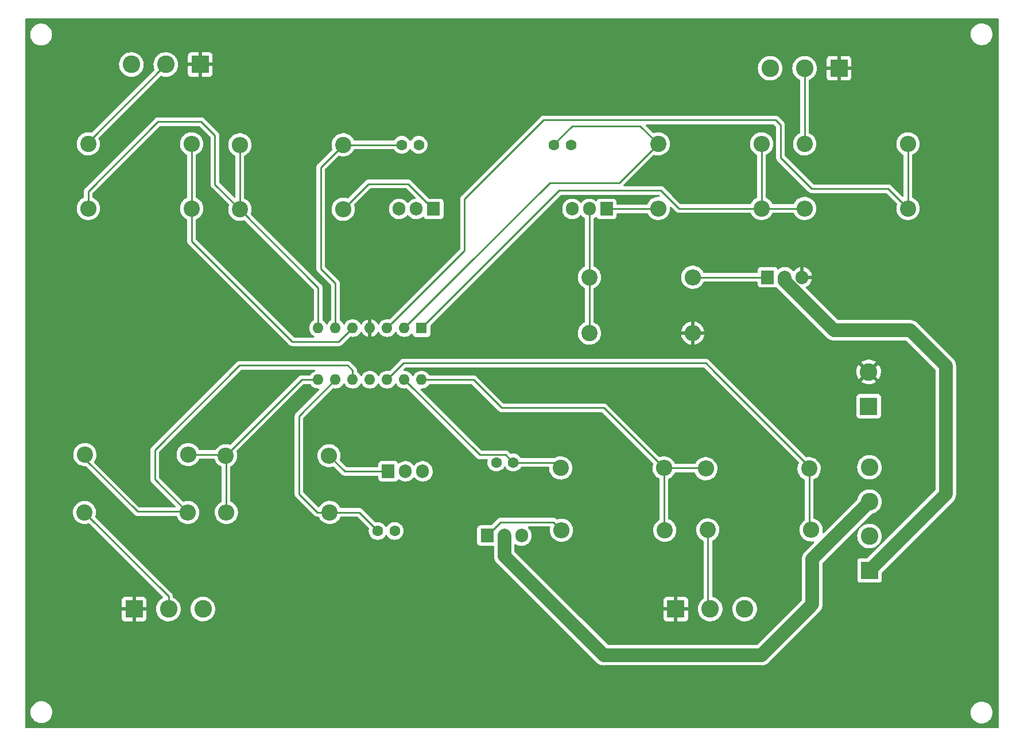
<source format=gbr>
%TF.GenerationSoftware,KiCad,Pcbnew,(6.0.0-0)*%
%TF.CreationDate,2022-02-22T13:50:15-05:00*%
%TF.ProjectId,lm224-3lows-1hi,6c6d3232-342d-4336-9c6f-77732d316869,rev?*%
%TF.SameCoordinates,Original*%
%TF.FileFunction,Copper,L1,Top*%
%TF.FilePolarity,Positive*%
%FSLAX46Y46*%
G04 Gerber Fmt 4.6, Leading zero omitted, Abs format (unit mm)*
G04 Created by KiCad (PCBNEW (6.0.0-0)) date 2022-02-22 13:50:15*
%MOMM*%
%LPD*%
G01*
G04 APERTURE LIST*
%TA.AperFunction,ComponentPad*%
%ADD10R,1.905000X2.000000*%
%TD*%
%TA.AperFunction,ComponentPad*%
%ADD11O,1.905000X2.000000*%
%TD*%
%TA.AperFunction,ComponentPad*%
%ADD12C,2.400000*%
%TD*%
%TA.AperFunction,ComponentPad*%
%ADD13O,2.400000X2.400000*%
%TD*%
%TA.AperFunction,ComponentPad*%
%ADD14R,2.600000X2.600000*%
%TD*%
%TA.AperFunction,ComponentPad*%
%ADD15C,2.600000*%
%TD*%
%TA.AperFunction,ComponentPad*%
%ADD16C,1.600000*%
%TD*%
%TA.AperFunction,ComponentPad*%
%ADD17R,1.600000X1.600000*%
%TD*%
%TA.AperFunction,ComponentPad*%
%ADD18O,1.600000X1.600000*%
%TD*%
%TA.AperFunction,Conductor*%
%ADD19C,2.000000*%
%TD*%
%TA.AperFunction,Conductor*%
%ADD20C,0.250000*%
%TD*%
G04 APERTURE END LIST*
D10*
%TO.P,Q3,1,G*%
%TO.N,Net-(Q3-Pad1)*%
X262509000Y-38735000D03*
D11*
%TO.P,Q3,2,D*%
%TO.N,Net-(J2-Pad1)*%
X265049000Y-38735000D03*
%TO.P,Q3,3,S*%
%TO.N,+12V*%
X267589000Y-38735000D03*
%TD*%
D12*
%TO.P,R11,1*%
%TO.N,Net-(R11-Pad1)*%
X161747200Y-73456800D03*
D13*
%TO.P,R11,2*%
%TO.N,Net-(R11-Pad2)*%
X176987200Y-73456800D03*
%TD*%
D12*
%TO.P,R16,1*%
%TO.N,Net-(C4-Pad1)*%
X232003600Y-66903600D03*
D13*
%TO.P,R16,2*%
%TO.N,Net-(R15-Pad2)*%
X247243600Y-66903600D03*
%TD*%
D14*
%TO.P,J1,1,Pin_1*%
%TO.N,GND*%
X277419000Y-57790000D03*
D15*
%TO.P,J1,2,Pin_2*%
%TO.N,+12V*%
X277419000Y-52710000D03*
%TD*%
D14*
%TO.P,RV2,1,1*%
%TO.N,+12V*%
X178821000Y-7315000D03*
D15*
%TO.P,RV2,2,2*%
%TO.N,Net-(R2-Pad1)*%
X173741000Y-7315000D03*
%TO.P,RV2,3,3*%
%TO.N,GND*%
X168661000Y-7315000D03*
%TD*%
D16*
%TO.P,C1,1*%
%TO.N,Net-(C1-Pad1)*%
X231013000Y-19177000D03*
%TO.P,C1,2*%
%TO.N,GND*%
X233513000Y-19177000D03*
%TD*%
D12*
%TO.P,R5,1*%
%TO.N,Net-(R2-Pad2)*%
X177546000Y-28575000D03*
D13*
%TO.P,R5,2*%
%TO.N,Net-(R5-Pad2)*%
X162306000Y-28575000D03*
%TD*%
D12*
%TO.P,R14,1*%
%TO.N,Net-(C3-Pad1)*%
X197916800Y-73456800D03*
D13*
%TO.P,R14,2*%
%TO.N,Net-(R13-Pad2)*%
X182676800Y-73456800D03*
%TD*%
D12*
%TO.P,R7,1*%
%TO.N,Net-(R3-Pad2)*%
X261620000Y-28575000D03*
D13*
%TO.P,R7,2*%
%TO.N,Net-(Q1-Pad1)*%
X246380000Y-28575000D03*
%TD*%
D12*
%TO.P,R12,1*%
%TO.N,Net-(R12-Pad1)*%
X253695200Y-76047600D03*
D13*
%TO.P,R12,2*%
%TO.N,Net-(R12-Pad2)*%
X268935200Y-76047600D03*
%TD*%
D12*
%TO.P,R15,1*%
%TO.N,Net-(R12-Pad2)*%
X268630400Y-67005200D03*
D13*
%TO.P,R15,2*%
%TO.N,Net-(R15-Pad2)*%
X253390400Y-67005200D03*
%TD*%
D12*
%TO.P,R8,1*%
%TO.N,Net-(R5-Pad2)*%
X184658000Y-28702000D03*
D13*
%TO.P,R8,2*%
%TO.N,Net-(Q2-Pad1)*%
X199898000Y-28702000D03*
%TD*%
D12*
%TO.P,R18,1*%
%TO.N,Net-(R15-Pad2)*%
X247345200Y-76098400D03*
D13*
%TO.P,R18,2*%
%TO.N,Net-(Q5-Pad1)*%
X232105200Y-76098400D03*
%TD*%
D16*
%TO.P,C2,1*%
%TO.N,Net-(C2-Pad1)*%
X208554000Y-19177000D03*
%TO.P,C2,2*%
%TO.N,GND*%
X211054000Y-19177000D03*
%TD*%
D14*
%TO.P,RV1,1,1*%
%TO.N,+12V*%
X273050000Y-7874000D03*
D15*
%TO.P,RV1,2,2*%
%TO.N,Net-(R1-Pad1)*%
X267970000Y-7874000D03*
%TO.P,RV1,3,3*%
%TO.N,GND*%
X262890000Y-7874000D03*
%TD*%
D12*
%TO.P,R2,1*%
%TO.N,Net-(R2-Pad1)*%
X162306000Y-19050000D03*
D13*
%TO.P,R2,2*%
%TO.N,Net-(R2-Pad2)*%
X177546000Y-19050000D03*
%TD*%
D10*
%TO.P,Q2,1,G*%
%TO.N,Net-(Q2-Pad1)*%
X213233000Y-28646000D03*
D11*
%TO.P,Q2,2,D*%
%TO.N,Net-(J2-Pad2)*%
X210693000Y-28646000D03*
%TO.P,Q2,3,S*%
%TO.N,GND*%
X208153000Y-28646000D03*
%TD*%
D12*
%TO.P,R10,1*%
%TO.N,Net-(Q1-Pad2)*%
X236220000Y-38735000D03*
D13*
%TO.P,R10,2*%
%TO.N,Net-(Q3-Pad1)*%
X251460000Y-38735000D03*
%TD*%
D12*
%TO.P,R1,1*%
%TO.N,Net-(R1-Pad1)*%
X267970000Y-19050000D03*
D13*
%TO.P,R1,2*%
%TO.N,Net-(R1-Pad2)*%
X283210000Y-19050000D03*
%TD*%
D16*
%TO.P,C4,1*%
%TO.N,Net-(C4-Pad1)*%
X224993200Y-66090800D03*
%TO.P,C4,2*%
%TO.N,GND*%
X222493200Y-66090800D03*
%TD*%
D12*
%TO.P,R17,1*%
%TO.N,Net-(R13-Pad2)*%
X182575200Y-65074800D03*
D13*
%TO.P,R17,2*%
%TO.N,Net-(Q4-Pad1)*%
X197815200Y-65074800D03*
%TD*%
D10*
%TO.P,Q1,1,G*%
%TO.N,Net-(Q1-Pad1)*%
X238760000Y-28646000D03*
D11*
%TO.P,Q1,2,D*%
%TO.N,Net-(Q1-Pad2)*%
X236220000Y-28646000D03*
%TO.P,Q1,3,S*%
%TO.N,GND*%
X233680000Y-28646000D03*
%TD*%
D12*
%TO.P,R6,1*%
%TO.N,Net-(C2-Pad1)*%
X199898000Y-19177000D03*
D13*
%TO.P,R6,2*%
%TO.N,Net-(R5-Pad2)*%
X184658000Y-19177000D03*
%TD*%
D16*
%TO.P,C3,1*%
%TO.N,Net-(C3-Pad1)*%
X204998000Y-76200000D03*
%TO.P,C3,2*%
%TO.N,GND*%
X207498000Y-76200000D03*
%TD*%
D12*
%TO.P,R4,1*%
%TO.N,Net-(C1-Pad1)*%
X246380000Y-19050000D03*
D13*
%TO.P,R4,2*%
%TO.N,Net-(R3-Pad2)*%
X261620000Y-19050000D03*
%TD*%
D12*
%TO.P,R3,1*%
%TO.N,Net-(R1-Pad2)*%
X283210000Y-28575000D03*
D13*
%TO.P,R3,2*%
%TO.N,Net-(R3-Pad2)*%
X267970000Y-28575000D03*
%TD*%
D12*
%TO.P,R13,1*%
%TO.N,Net-(R11-Pad2)*%
X161798000Y-64922400D03*
D13*
%TO.P,R13,2*%
%TO.N,Net-(R13-Pad2)*%
X177038000Y-64922400D03*
%TD*%
D10*
%TO.P,Q5,1,G*%
%TO.N,Net-(Q5-Pad1)*%
X221132400Y-76891000D03*
D11*
%TO.P,Q5,2,D*%
%TO.N,Net-(J2-Pad3)*%
X223672400Y-76891000D03*
%TO.P,Q5,3,S*%
%TO.N,GND*%
X226212400Y-76891000D03*
%TD*%
D14*
%TO.P,J2,1,Pin_1*%
%TO.N,Net-(J2-Pad1)*%
X277546000Y-82042000D03*
D15*
%TO.P,J2,2,Pin_2*%
%TO.N,Net-(J2-Pad2)*%
X277546000Y-76962000D03*
%TO.P,J2,3,Pin_3*%
%TO.N,Net-(J2-Pad3)*%
X277546000Y-71882000D03*
%TO.P,J2,4,Pin_4*%
%TO.N,Net-(J2-Pad4)*%
X277546000Y-66802000D03*
%TD*%
D14*
%TO.P,RV3,1,1*%
%TO.N,+12V*%
X169057400Y-87731800D03*
D15*
%TO.P,RV3,2,2*%
%TO.N,Net-(R11-Pad1)*%
X174137400Y-87731800D03*
%TO.P,RV3,3,3*%
%TO.N,GND*%
X179217400Y-87731800D03*
%TD*%
D12*
%TO.P,R9,1*%
%TO.N,Net-(Q1-Pad2)*%
X236220000Y-46990000D03*
D13*
%TO.P,R9,2*%
%TO.N,+12V*%
X251460000Y-46990000D03*
%TD*%
D17*
%TO.P,U1,1*%
%TO.N,Net-(R3-Pad2)*%
X211460000Y-46238000D03*
D18*
%TO.P,U1,2*%
%TO.N,Net-(C1-Pad1)*%
X208920000Y-46238000D03*
%TO.P,U1,3*%
%TO.N,Net-(R1-Pad2)*%
X206380000Y-46238000D03*
%TO.P,U1,4,Vcc*%
%TO.N,+12V*%
X203840000Y-46238000D03*
%TO.P,U1,5*%
%TO.N,Net-(R2-Pad2)*%
X201300000Y-46238000D03*
%TO.P,U1,6*%
%TO.N,Net-(C2-Pad1)*%
X198760000Y-46238000D03*
%TO.P,U1,7*%
%TO.N,Net-(R5-Pad2)*%
X196220000Y-46238000D03*
%TO.P,U1,8*%
%TO.N,Net-(R13-Pad2)*%
X196220000Y-53858000D03*
%TO.P,U1,9*%
%TO.N,Net-(C3-Pad1)*%
X198760000Y-53858000D03*
%TO.P,U1,10*%
%TO.N,Net-(R11-Pad2)*%
X201300000Y-53858000D03*
%TO.P,U1,11,GND*%
%TO.N,GND*%
X203840000Y-53858000D03*
%TO.P,U1,12*%
%TO.N,Net-(R12-Pad2)*%
X206380000Y-53858000D03*
%TO.P,U1,13*%
%TO.N,Net-(C4-Pad1)*%
X208920000Y-53858000D03*
%TO.P,U1,14*%
%TO.N,Net-(R15-Pad2)*%
X211460000Y-53858000D03*
%TD*%
D10*
%TO.P,Q4,1,G*%
%TO.N,Net-(Q4-Pad1)*%
X206552800Y-67391400D03*
D11*
%TO.P,Q4,2,D*%
%TO.N,Net-(J2-Pad4)*%
X209092800Y-67391400D03*
%TO.P,Q4,3,S*%
%TO.N,GND*%
X211632800Y-67391400D03*
%TD*%
D14*
%TO.P,RV4,1,1*%
%TO.N,+12V*%
X248965800Y-87731800D03*
D15*
%TO.P,RV4,2,2*%
%TO.N,Net-(R12-Pad1)*%
X254045800Y-87731800D03*
%TO.P,RV4,3,3*%
%TO.N,GND*%
X259125800Y-87731800D03*
%TD*%
D19*
%TO.N,Net-(J2-Pad3)*%
X238320200Y-94538800D02*
X261620000Y-94538800D01*
X223672400Y-76891000D02*
X223672400Y-79891000D01*
X223672400Y-79891000D02*
X238320200Y-94538800D01*
X261620000Y-94538800D02*
X269087600Y-87071200D01*
X269087600Y-87071200D02*
X269087600Y-80340400D01*
X269087600Y-80340400D02*
X277546000Y-71882000D01*
D20*
%TO.N,Net-(Q5-Pad1)*%
X221132400Y-76891000D02*
X223125000Y-74898400D01*
X223125000Y-74898400D02*
X230905200Y-74898400D01*
X230905200Y-74898400D02*
X232105200Y-76098400D01*
%TO.N,Net-(R11-Pad1)*%
X161747200Y-73456800D02*
X174137400Y-85847000D01*
X174137400Y-85847000D02*
X174137400Y-87731800D01*
%TO.N,Net-(Q3-Pad1)*%
X251460000Y-38735000D02*
X262509000Y-38735000D01*
%TO.N,Net-(J2-Pad3)*%
X223672400Y-76200000D02*
X223774000Y-76200000D01*
X223774000Y-76200000D02*
X223774000Y-76363122D01*
%TO.N,Net-(R11-Pad2)*%
X201300000Y-53858000D02*
X201300000Y-52506800D01*
X201300000Y-52506800D02*
X200558400Y-51765200D01*
X172110400Y-68580000D02*
X176987200Y-73456800D01*
X200558400Y-51765200D02*
X184607200Y-51765200D01*
X184607200Y-51765200D02*
X172110400Y-64262000D01*
X172110400Y-64262000D02*
X172110400Y-68580000D01*
%TO.N,Net-(R13-Pad2)*%
X182575200Y-65074800D02*
X193792000Y-53858000D01*
X193792000Y-53858000D02*
X196220000Y-53858000D01*
%TO.N,Net-(C1-Pad1)*%
X217622000Y-37521000D02*
X230378000Y-24765000D01*
X230378000Y-24765000D02*
X240665000Y-24765000D01*
X217622000Y-37536000D02*
X217622000Y-37521000D01*
X243713000Y-16383000D02*
X233680000Y-16383000D01*
X233680000Y-16383000D02*
X231013000Y-19050000D01*
X246380000Y-19050000D02*
X243713000Y-16383000D01*
X240665000Y-24765000D02*
X246380000Y-19050000D01*
X208920000Y-46238000D02*
X217622000Y-37536000D01*
%TO.N,Net-(C2-Pad1)*%
X208554000Y-19177000D02*
X199898000Y-19177000D01*
X198760000Y-39629000D02*
X198760000Y-46238000D01*
X199898000Y-19177000D02*
X196596000Y-22479000D01*
X196596000Y-37465000D02*
X198760000Y-39629000D01*
X196596000Y-22479000D02*
X196596000Y-37465000D01*
%TO.N,Net-(C3-Pad1)*%
X193395600Y-70764400D02*
X196088000Y-73456800D01*
X193395600Y-59222400D02*
X198760000Y-53858000D01*
X196088000Y-73456800D02*
X197916800Y-73456800D01*
X202254800Y-73456800D02*
X204998000Y-76200000D01*
X197916800Y-73456800D02*
X202254800Y-73456800D01*
X193395600Y-70764400D02*
X193395600Y-59222400D01*
%TO.N,Net-(C4-Pad1)*%
X231190800Y-66090800D02*
X232003600Y-66903600D01*
X223868689Y-64966289D02*
X220028289Y-64966289D01*
X224993200Y-66090800D02*
X223868689Y-64966289D01*
X220028289Y-64966289D02*
X208920000Y-53858000D01*
X224993200Y-66090800D02*
X231190800Y-66090800D01*
D19*
%TO.N,Net-(J2-Pad1)*%
X272346685Y-46583600D02*
X283565600Y-46583600D01*
X265049000Y-38735000D02*
X265049000Y-39285915D01*
X283565600Y-46583600D02*
X288798000Y-51816000D01*
X288798000Y-51816000D02*
X288798000Y-70790000D01*
X265049000Y-39285915D02*
X272346685Y-46583600D01*
X288798000Y-70790000D02*
X277546000Y-82042000D01*
D20*
%TO.N,Net-(Q1-Pad1)*%
X246309000Y-28646000D02*
X246380000Y-28575000D01*
X238760000Y-28646000D02*
X246309000Y-28646000D01*
%TO.N,Net-(Q1-Pad2)*%
X236220000Y-38735000D02*
X236220000Y-46990000D01*
X236220000Y-28646000D02*
X236220000Y-38735000D01*
%TO.N,Net-(Q2-Pad1)*%
X213151600Y-28646000D02*
X209448400Y-24942800D01*
X213233000Y-28646000D02*
X213151600Y-28646000D01*
X209448400Y-24942800D02*
X203657200Y-24942800D01*
X203657200Y-24942800D02*
X199898000Y-28702000D01*
%TO.N,Net-(Q4-Pad1)*%
X200131800Y-67391400D02*
X206552800Y-67391400D01*
X197815200Y-65074800D02*
X200131800Y-67391400D01*
%TO.N,GND*%
X226314000Y-76098400D02*
X226212400Y-76200000D01*
%TO.N,Net-(R1-Pad1)*%
X267970000Y-7874000D02*
X267970000Y-19050000D01*
%TO.N,Net-(R1-Pad2)*%
X264414000Y-21082000D02*
X268986000Y-25654000D01*
X268986000Y-25654000D02*
X280289000Y-25654000D01*
X283210000Y-19050000D02*
X283210000Y-28575000D01*
X217805000Y-27178000D02*
X229489000Y-15494000D01*
X206380000Y-46238000D02*
X217805000Y-34813000D01*
X229489000Y-15494000D02*
X263652000Y-15494000D01*
X280289000Y-25654000D02*
X283210000Y-28575000D01*
X263652000Y-15494000D02*
X264414000Y-16256000D01*
X217805000Y-34813000D02*
X217805000Y-27178000D01*
X264414000Y-16256000D02*
X264414000Y-21082000D01*
%TO.N,Net-(R2-Pad1)*%
X162306000Y-18750000D02*
X162306000Y-19050000D01*
X173741000Y-7315000D02*
X162306000Y-18750000D01*
%TO.N,Net-(R2-Pad2)*%
X192405000Y-48260000D02*
X199278000Y-48260000D01*
X177546000Y-28575000D02*
X177546000Y-33401000D01*
X199278000Y-48260000D02*
X201300000Y-46238000D01*
X177546000Y-19050000D02*
X177546000Y-28575000D01*
X177546000Y-33401000D02*
X192405000Y-48260000D01*
%TO.N,Net-(R3-Pad2)*%
X261620000Y-19050000D02*
X261620000Y-28575000D01*
X249428000Y-28575000D02*
X246761000Y-25908000D01*
X231790000Y-25908000D02*
X211460000Y-46238000D01*
X246761000Y-25908000D02*
X231790000Y-25908000D01*
X261620000Y-28575000D02*
X249428000Y-28575000D01*
X267970000Y-28575000D02*
X261620000Y-28575000D01*
%TO.N,Net-(R5-Pad2)*%
X172593000Y-15748000D02*
X162306000Y-26035000D01*
X162306000Y-26035000D02*
X162306000Y-28575000D01*
X180975000Y-25019000D02*
X180975000Y-17780000D01*
X184658000Y-28702000D02*
X180975000Y-25019000D01*
X180975000Y-17780000D02*
X178943000Y-15748000D01*
X178943000Y-15748000D02*
X172593000Y-15748000D01*
X196220000Y-40264000D02*
X196220000Y-46238000D01*
X184658000Y-19177000D02*
X184658000Y-28702000D01*
X184658000Y-28702000D02*
X196220000Y-40264000D01*
%TO.N,Net-(R11-Pad2)*%
X169570400Y-73355200D02*
X161747200Y-65532000D01*
X176987200Y-73355200D02*
X169570400Y-73355200D01*
%TO.N,Net-(R12-Pad1)*%
X253695200Y-76047600D02*
X253695200Y-87381200D01*
X253695200Y-87381200D02*
X254045800Y-87731800D01*
%TO.N,Net-(R12-Pad2)*%
X268224000Y-67005200D02*
X268224000Y-66267883D01*
X268630400Y-67005200D02*
X268224000Y-67005200D01*
X254689606Y-52708806D02*
X253390400Y-51409600D01*
X268630400Y-75742800D02*
X268935200Y-76047600D01*
X253390400Y-51409600D02*
X208828400Y-51409600D01*
X268224000Y-66267883D02*
X254689606Y-52733489D01*
X208828400Y-51409600D02*
X206380000Y-53858000D01*
X268630400Y-67005200D02*
X268630400Y-75742800D01*
X254689606Y-52733489D02*
X254689606Y-52708806D01*
%TO.N,Net-(R13-Pad2)*%
X182626000Y-64973200D02*
X182626000Y-73355200D01*
X177038000Y-64922400D02*
X182575200Y-64922400D01*
X182575200Y-64922400D02*
X182626000Y-64973200D01*
%TO.N,Net-(R15-Pad2)*%
X247243600Y-66903600D02*
X238353600Y-58013600D01*
X223266000Y-58013600D02*
X219110400Y-53858000D01*
X219110400Y-53858000D02*
X211460000Y-53858000D01*
X238353600Y-58013600D02*
X223266000Y-58013600D01*
X247243600Y-66903600D02*
X253288800Y-66903600D01*
X253288800Y-66903600D02*
X253390400Y-67005200D01*
X247243600Y-66903600D02*
X247243600Y-75996800D01*
X247243600Y-75996800D02*
X247345200Y-76098400D01*
%TD*%
%TA.AperFunction,Conductor*%
%TO.N,+12V*%
G36*
X296563321Y-528002D02*
G01*
X296609814Y-581658D01*
X296621200Y-634000D01*
X296621200Y-105233200D01*
X296601198Y-105301321D01*
X296547542Y-105347814D01*
X296495200Y-105359200D01*
X153135600Y-105359200D01*
X153067479Y-105339198D01*
X153020986Y-105285542D01*
X153009600Y-105233200D01*
X153009600Y-102971600D01*
X153783726Y-102971600D01*
X153803591Y-103224003D01*
X153862695Y-103470191D01*
X153959584Y-103704102D01*
X154091872Y-103919976D01*
X154256302Y-104112498D01*
X154448824Y-104276928D01*
X154664698Y-104409216D01*
X154669268Y-104411109D01*
X154669272Y-104411111D01*
X154894036Y-104504211D01*
X154898609Y-104506105D01*
X154983232Y-104526421D01*
X155139984Y-104564054D01*
X155139990Y-104564055D01*
X155144797Y-104565209D01*
X155244616Y-104573065D01*
X155331545Y-104579907D01*
X155331552Y-104579907D01*
X155334001Y-104580100D01*
X155460399Y-104580100D01*
X155462848Y-104579907D01*
X155462855Y-104579907D01*
X155549784Y-104573065D01*
X155649603Y-104565209D01*
X155654410Y-104564055D01*
X155654416Y-104564054D01*
X155811168Y-104526421D01*
X155895791Y-104506105D01*
X155900364Y-104504211D01*
X156125128Y-104411111D01*
X156125132Y-104411109D01*
X156129702Y-104409216D01*
X156345576Y-104276928D01*
X156538098Y-104112498D01*
X156702528Y-103919976D01*
X156834816Y-103704102D01*
X156931705Y-103470191D01*
X156990809Y-103224003D01*
X157006676Y-103022400D01*
X292467726Y-103022400D01*
X292487591Y-103274803D01*
X292546695Y-103520991D01*
X292643584Y-103754902D01*
X292775872Y-103970776D01*
X292940302Y-104163298D01*
X293132824Y-104327728D01*
X293348698Y-104460016D01*
X293353268Y-104461909D01*
X293353272Y-104461911D01*
X293462755Y-104507260D01*
X293582609Y-104556905D01*
X293667232Y-104577221D01*
X293823984Y-104614854D01*
X293823990Y-104614855D01*
X293828797Y-104616009D01*
X293928616Y-104623865D01*
X294015545Y-104630707D01*
X294015552Y-104630707D01*
X294018001Y-104630900D01*
X294144399Y-104630900D01*
X294146848Y-104630707D01*
X294146855Y-104630707D01*
X294233784Y-104623865D01*
X294333603Y-104616009D01*
X294338410Y-104614855D01*
X294338416Y-104614854D01*
X294495168Y-104577221D01*
X294579791Y-104556905D01*
X294699645Y-104507260D01*
X294809128Y-104461911D01*
X294809132Y-104461909D01*
X294813702Y-104460016D01*
X295029576Y-104327728D01*
X295222098Y-104163298D01*
X295386528Y-103970776D01*
X295518816Y-103754902D01*
X295615705Y-103520991D01*
X295674809Y-103274803D01*
X295694674Y-103022400D01*
X295674809Y-102769997D01*
X295615705Y-102523809D01*
X295518816Y-102289898D01*
X295386528Y-102074024D01*
X295222098Y-101881502D01*
X295029576Y-101717072D01*
X294813702Y-101584784D01*
X294809132Y-101582891D01*
X294809128Y-101582889D01*
X294584364Y-101489789D01*
X294584362Y-101489788D01*
X294579791Y-101487895D01*
X294495168Y-101467579D01*
X294338416Y-101429946D01*
X294338410Y-101429945D01*
X294333603Y-101428791D01*
X294233784Y-101420935D01*
X294146855Y-101414093D01*
X294146848Y-101414093D01*
X294144399Y-101413900D01*
X294018001Y-101413900D01*
X294015552Y-101414093D01*
X294015545Y-101414093D01*
X293928616Y-101420935D01*
X293828797Y-101428791D01*
X293823990Y-101429945D01*
X293823984Y-101429946D01*
X293667232Y-101467579D01*
X293582609Y-101487895D01*
X293578038Y-101489788D01*
X293578036Y-101489789D01*
X293353272Y-101582889D01*
X293353268Y-101582891D01*
X293348698Y-101584784D01*
X293132824Y-101717072D01*
X292940302Y-101881502D01*
X292775872Y-102074024D01*
X292643584Y-102289898D01*
X292546695Y-102523809D01*
X292487591Y-102769997D01*
X292467726Y-103022400D01*
X157006676Y-103022400D01*
X157010674Y-102971600D01*
X156990809Y-102719197D01*
X156931705Y-102473009D01*
X156834816Y-102239098D01*
X156702528Y-102023224D01*
X156538098Y-101830702D01*
X156345576Y-101666272D01*
X156129702Y-101533984D01*
X156125132Y-101532091D01*
X156125128Y-101532089D01*
X155900364Y-101438989D01*
X155900362Y-101438988D01*
X155895791Y-101437095D01*
X155799176Y-101413900D01*
X155654416Y-101379146D01*
X155654410Y-101379145D01*
X155649603Y-101377991D01*
X155549784Y-101370135D01*
X155462855Y-101363293D01*
X155462848Y-101363293D01*
X155460399Y-101363100D01*
X155334001Y-101363100D01*
X155331552Y-101363293D01*
X155331545Y-101363293D01*
X155244616Y-101370135D01*
X155144797Y-101377991D01*
X155139990Y-101379145D01*
X155139984Y-101379146D01*
X154995224Y-101413900D01*
X154898609Y-101437095D01*
X154894038Y-101438988D01*
X154894036Y-101438989D01*
X154669272Y-101532089D01*
X154669268Y-101532091D01*
X154664698Y-101533984D01*
X154448824Y-101666272D01*
X154256302Y-101830702D01*
X154091872Y-102023224D01*
X153959584Y-102239098D01*
X153862695Y-102473009D01*
X153803591Y-102719197D01*
X153783726Y-102971600D01*
X153009600Y-102971600D01*
X153009600Y-89076469D01*
X167249401Y-89076469D01*
X167249771Y-89083290D01*
X167255295Y-89134152D01*
X167258921Y-89149404D01*
X167304076Y-89269854D01*
X167312614Y-89285449D01*
X167389115Y-89387524D01*
X167401676Y-89400085D01*
X167503751Y-89476586D01*
X167519346Y-89485124D01*
X167639794Y-89530278D01*
X167655049Y-89533905D01*
X167705914Y-89539431D01*
X167712728Y-89539800D01*
X168785285Y-89539800D01*
X168800524Y-89535325D01*
X168801729Y-89533935D01*
X168803400Y-89526252D01*
X168803400Y-89521684D01*
X169311400Y-89521684D01*
X169315875Y-89536923D01*
X169317265Y-89538128D01*
X169324948Y-89539799D01*
X170402069Y-89539799D01*
X170408890Y-89539429D01*
X170459752Y-89533905D01*
X170475004Y-89530279D01*
X170595454Y-89485124D01*
X170611049Y-89476586D01*
X170713124Y-89400085D01*
X170725685Y-89387524D01*
X170802186Y-89285449D01*
X170810724Y-89269854D01*
X170855878Y-89149406D01*
X170859505Y-89134151D01*
X170865031Y-89083286D01*
X170865400Y-89076472D01*
X170865400Y-88003915D01*
X170860925Y-87988676D01*
X170859535Y-87987471D01*
X170851852Y-87985800D01*
X169329515Y-87985800D01*
X169314276Y-87990275D01*
X169313071Y-87991665D01*
X169311400Y-87999348D01*
X169311400Y-89521684D01*
X168803400Y-89521684D01*
X168803400Y-88003915D01*
X168798925Y-87988676D01*
X168797535Y-87987471D01*
X168789852Y-87985800D01*
X167267516Y-87985800D01*
X167252277Y-87990275D01*
X167251072Y-87991665D01*
X167249401Y-87999348D01*
X167249401Y-89076469D01*
X153009600Y-89076469D01*
X153009600Y-87459685D01*
X167249400Y-87459685D01*
X167253875Y-87474924D01*
X167255265Y-87476129D01*
X167262948Y-87477800D01*
X168785285Y-87477800D01*
X168800524Y-87473325D01*
X168801729Y-87471935D01*
X168803400Y-87464252D01*
X168803400Y-87459685D01*
X169311400Y-87459685D01*
X169315875Y-87474924D01*
X169317265Y-87476129D01*
X169324948Y-87477800D01*
X170847284Y-87477800D01*
X170862523Y-87473325D01*
X170863728Y-87471935D01*
X170865399Y-87464252D01*
X170865399Y-86387131D01*
X170865029Y-86380310D01*
X170859505Y-86329448D01*
X170855879Y-86314196D01*
X170810724Y-86193746D01*
X170802186Y-86178151D01*
X170725685Y-86076076D01*
X170713124Y-86063515D01*
X170611049Y-85987014D01*
X170595454Y-85978476D01*
X170475006Y-85933322D01*
X170459751Y-85929695D01*
X170408886Y-85924169D01*
X170402072Y-85923800D01*
X169329515Y-85923800D01*
X169314276Y-85928275D01*
X169313071Y-85929665D01*
X169311400Y-85937348D01*
X169311400Y-87459685D01*
X168803400Y-87459685D01*
X168803400Y-85941916D01*
X168798925Y-85926677D01*
X168797535Y-85925472D01*
X168789852Y-85923801D01*
X167712731Y-85923801D01*
X167705910Y-85924171D01*
X167655048Y-85929695D01*
X167639796Y-85933321D01*
X167519346Y-85978476D01*
X167503751Y-85987014D01*
X167401676Y-86063515D01*
X167389115Y-86076076D01*
X167312614Y-86178151D01*
X167304076Y-86193746D01*
X167258922Y-86314194D01*
X167255295Y-86329449D01*
X167249769Y-86380314D01*
X167249400Y-86387128D01*
X167249400Y-87459685D01*
X153009600Y-87459685D01*
X153009600Y-73411951D01*
X160034496Y-73411951D01*
X160046680Y-73665598D01*
X160047593Y-73670186D01*
X160094889Y-73907959D01*
X160096221Y-73914657D01*
X160097800Y-73919055D01*
X160097802Y-73919062D01*
X160160710Y-74094274D01*
X160182031Y-74153658D01*
X160184247Y-74157782D01*
X160184248Y-74157784D01*
X160299002Y-74371352D01*
X160302225Y-74377351D01*
X160305020Y-74381094D01*
X160305022Y-74381097D01*
X160451371Y-74577082D01*
X160451376Y-74577088D01*
X160454163Y-74580820D01*
X160457472Y-74584100D01*
X160457477Y-74584106D01*
X160590652Y-74716123D01*
X160634507Y-74759597D01*
X160638269Y-74762355D01*
X160638272Y-74762358D01*
X160644498Y-74766923D01*
X160839294Y-74909753D01*
X160843429Y-74911929D01*
X160843433Y-74911931D01*
X160942957Y-74964293D01*
X161064027Y-75027991D01*
X161198354Y-75074900D01*
X161291661Y-75107484D01*
X161303768Y-75111712D01*
X161553250Y-75159078D01*
X161673732Y-75163811D01*
X161802325Y-75168864D01*
X161802330Y-75168864D01*
X161806993Y-75169047D01*
X161905974Y-75158207D01*
X162054769Y-75141912D01*
X162054775Y-75141911D01*
X162059422Y-75141402D01*
X162168880Y-75112584D01*
X162300473Y-75077938D01*
X162304993Y-75076748D01*
X162309292Y-75074901D01*
X162309295Y-75074900D01*
X162342830Y-75060493D01*
X162413314Y-75051981D01*
X162481661Y-75087166D01*
X173323310Y-85928815D01*
X173357336Y-85991127D01*
X173352271Y-86061942D01*
X173309724Y-86118778D01*
X173286968Y-86132335D01*
X173271424Y-86139502D01*
X173258163Y-86145615D01*
X173254254Y-86148178D01*
X173037281Y-86290431D01*
X173037276Y-86290435D01*
X173033368Y-86292997D01*
X173029876Y-86296114D01*
X172843692Y-86462290D01*
X172832826Y-86471988D01*
X172660944Y-86678654D01*
X172521496Y-86908456D01*
X172519687Y-86912770D01*
X172519685Y-86912774D01*
X172462208Y-87049842D01*
X172417548Y-87156345D01*
X172351381Y-87416877D01*
X172324450Y-87684326D01*
X172324674Y-87688992D01*
X172324674Y-87688997D01*
X172327549Y-87748842D01*
X172337347Y-87952819D01*
X172389788Y-88216456D01*
X172480620Y-88469446D01*
X172607850Y-88706231D01*
X172610641Y-88709968D01*
X172610645Y-88709975D01*
X172692287Y-88819306D01*
X172768681Y-88921610D01*
X172771990Y-88924890D01*
X172771995Y-88924896D01*
X172931774Y-89083286D01*
X172959580Y-89110850D01*
X172963342Y-89113608D01*
X172963345Y-89113611D01*
X173075699Y-89195992D01*
X173176354Y-89269795D01*
X173180489Y-89271971D01*
X173180493Y-89271973D01*
X173400118Y-89387524D01*
X173414240Y-89394954D01*
X173668013Y-89483575D01*
X173672606Y-89484447D01*
X173927509Y-89532842D01*
X173927512Y-89532842D01*
X173932098Y-89533713D01*
X174059770Y-89538729D01*
X174196025Y-89544083D01*
X174196030Y-89544083D01*
X174200693Y-89544266D01*
X174305007Y-89532842D01*
X174463244Y-89515513D01*
X174463250Y-89515512D01*
X174467897Y-89515003D01*
X174581385Y-89485124D01*
X174723318Y-89447756D01*
X174723320Y-89447755D01*
X174727841Y-89446565D01*
X174836026Y-89400085D01*
X174970520Y-89342302D01*
X174970522Y-89342301D01*
X174974814Y-89340457D01*
X175093471Y-89267030D01*
X175199417Y-89201469D01*
X175199421Y-89201466D01*
X175203390Y-89199010D01*
X175408549Y-89025330D01*
X175585782Y-88823234D01*
X175731197Y-88597161D01*
X175841599Y-88352078D01*
X175878609Y-88220851D01*
X175913293Y-88097872D01*
X175913294Y-88097869D01*
X175914563Y-88093368D01*
X175932443Y-87952819D01*
X175948088Y-87829845D01*
X175948088Y-87829841D01*
X175948486Y-87826715D01*
X175948692Y-87818877D01*
X175949877Y-87773579D01*
X175950971Y-87731800D01*
X175947443Y-87684326D01*
X177404450Y-87684326D01*
X177404674Y-87688992D01*
X177404674Y-87688997D01*
X177407549Y-87748842D01*
X177417347Y-87952819D01*
X177469788Y-88216456D01*
X177560620Y-88469446D01*
X177687850Y-88706231D01*
X177690641Y-88709968D01*
X177690645Y-88709975D01*
X177772287Y-88819306D01*
X177848681Y-88921610D01*
X177851990Y-88924890D01*
X177851995Y-88924896D01*
X178011774Y-89083286D01*
X178039580Y-89110850D01*
X178043342Y-89113608D01*
X178043345Y-89113611D01*
X178155699Y-89195992D01*
X178256354Y-89269795D01*
X178260489Y-89271971D01*
X178260493Y-89271973D01*
X178480118Y-89387524D01*
X178494240Y-89394954D01*
X178748013Y-89483575D01*
X178752606Y-89484447D01*
X179007509Y-89532842D01*
X179007512Y-89532842D01*
X179012098Y-89533713D01*
X179139770Y-89538729D01*
X179276025Y-89544083D01*
X179276030Y-89544083D01*
X179280693Y-89544266D01*
X179385007Y-89532842D01*
X179543244Y-89515513D01*
X179543250Y-89515512D01*
X179547897Y-89515003D01*
X179661385Y-89485124D01*
X179803318Y-89447756D01*
X179803320Y-89447755D01*
X179807841Y-89446565D01*
X179916026Y-89400085D01*
X180050520Y-89342302D01*
X180050522Y-89342301D01*
X180054814Y-89340457D01*
X180173471Y-89267030D01*
X180279417Y-89201469D01*
X180279421Y-89201466D01*
X180283390Y-89199010D01*
X180488549Y-89025330D01*
X180665782Y-88823234D01*
X180811197Y-88597161D01*
X180921599Y-88352078D01*
X180958609Y-88220851D01*
X180993293Y-88097872D01*
X180993294Y-88097869D01*
X180994563Y-88093368D01*
X181012443Y-87952819D01*
X181028088Y-87829845D01*
X181028088Y-87829841D01*
X181028486Y-87826715D01*
X181028692Y-87818877D01*
X181029877Y-87773579D01*
X181030971Y-87731800D01*
X181013131Y-87491740D01*
X181011396Y-87468392D01*
X181011396Y-87468391D01*
X181011050Y-87463737D01*
X180989136Y-87366888D01*
X180952761Y-87206131D01*
X180952760Y-87206126D01*
X180951727Y-87201563D01*
X180854302Y-86951038D01*
X180720918Y-86717664D01*
X180554505Y-86506569D01*
X180358717Y-86322391D01*
X180173277Y-86193746D01*
X180141699Y-86171839D01*
X180141696Y-86171837D01*
X180137857Y-86169174D01*
X180133664Y-86167106D01*
X179900964Y-86052351D01*
X179900961Y-86052350D01*
X179896776Y-86050286D01*
X179849145Y-86035039D01*
X179711963Y-85991127D01*
X179640770Y-85968338D01*
X179636163Y-85967588D01*
X179636160Y-85967587D01*
X179380074Y-85925881D01*
X179380075Y-85925881D01*
X179375463Y-85925130D01*
X179245119Y-85923424D01*
X179111361Y-85921673D01*
X179111358Y-85921673D01*
X179106684Y-85921612D01*
X178840337Y-85957860D01*
X178582274Y-86033078D01*
X178338163Y-86145615D01*
X178334254Y-86148178D01*
X178117281Y-86290431D01*
X178117276Y-86290435D01*
X178113368Y-86292997D01*
X178109876Y-86296114D01*
X177923692Y-86462290D01*
X177912826Y-86471988D01*
X177740944Y-86678654D01*
X177601496Y-86908456D01*
X177599687Y-86912770D01*
X177599685Y-86912774D01*
X177542208Y-87049842D01*
X177497548Y-87156345D01*
X177431381Y-87416877D01*
X177404450Y-87684326D01*
X175947443Y-87684326D01*
X175933131Y-87491740D01*
X175931396Y-87468392D01*
X175931396Y-87468391D01*
X175931050Y-87463737D01*
X175909136Y-87366888D01*
X175872761Y-87206131D01*
X175872760Y-87206126D01*
X175871727Y-87201563D01*
X175774302Y-86951038D01*
X175640918Y-86717664D01*
X175474505Y-86506569D01*
X175278717Y-86322391D01*
X175093277Y-86193746D01*
X175061699Y-86171839D01*
X175061696Y-86171837D01*
X175057857Y-86169174D01*
X175015282Y-86148178D01*
X174869073Y-86076076D01*
X174841171Y-86062317D01*
X174788923Y-86014249D01*
X174770900Y-85949311D01*
X174770900Y-85925767D01*
X174771427Y-85914584D01*
X174773102Y-85907091D01*
X174770962Y-85839000D01*
X174770900Y-85835043D01*
X174770900Y-85807144D01*
X174770396Y-85803153D01*
X174769463Y-85791311D01*
X174768323Y-85755036D01*
X174768074Y-85747111D01*
X174765862Y-85739497D01*
X174765861Y-85739492D01*
X174762423Y-85727659D01*
X174758412Y-85708295D01*
X174756867Y-85696064D01*
X174755874Y-85688203D01*
X174752957Y-85680836D01*
X174752956Y-85680831D01*
X174739598Y-85647092D01*
X174735754Y-85635865D01*
X174725630Y-85601022D01*
X174723418Y-85593407D01*
X174713107Y-85575972D01*
X174704412Y-85558224D01*
X174696952Y-85539383D01*
X174670964Y-85503613D01*
X174664448Y-85493693D01*
X174645980Y-85462465D01*
X174645978Y-85462462D01*
X174641942Y-85455638D01*
X174627621Y-85441317D01*
X174614780Y-85426283D01*
X174607531Y-85416306D01*
X174602872Y-85409893D01*
X174568795Y-85381702D01*
X174560016Y-85373712D01*
X163378909Y-74192604D01*
X163344883Y-74130292D01*
X163349948Y-74059477D01*
X163353116Y-74051773D01*
X163357167Y-74042780D01*
X163361000Y-74029191D01*
X163375937Y-73976227D01*
X163426096Y-73798375D01*
X163458143Y-73546467D01*
X163460491Y-73456800D01*
X163456812Y-73407297D01*
X163442018Y-73208211D01*
X163442017Y-73208207D01*
X163441672Y-73203559D01*
X163408804Y-73058302D01*
X163390676Y-72978192D01*
X163385628Y-72955882D01*
X163383935Y-72951528D01*
X163295284Y-72723562D01*
X163295283Y-72723560D01*
X163293591Y-72719209D01*
X163271221Y-72680069D01*
X163169902Y-72502797D01*
X163169900Y-72502795D01*
X163167583Y-72498740D01*
X163010371Y-72299317D01*
X162825409Y-72125323D01*
X162781683Y-72094989D01*
X162620593Y-71983237D01*
X162620590Y-71983235D01*
X162616761Y-71980579D01*
X162612584Y-71978519D01*
X162612577Y-71978515D01*
X162393196Y-71870328D01*
X162393192Y-71870327D01*
X162389010Y-71868264D01*
X162147160Y-71790847D01*
X162142555Y-71790097D01*
X161901135Y-71750780D01*
X161901134Y-71750780D01*
X161896523Y-71750029D01*
X161769564Y-71748367D01*
X161647283Y-71746766D01*
X161647280Y-71746766D01*
X161642606Y-71746705D01*
X161390987Y-71780949D01*
X161147193Y-71852008D01*
X160916580Y-71958322D01*
X160912671Y-71960885D01*
X160708128Y-72094989D01*
X160708123Y-72094993D01*
X160704215Y-72097555D01*
X160609488Y-72182102D01*
X160535575Y-72248072D01*
X160514762Y-72266648D01*
X160352383Y-72461887D01*
X160220647Y-72678982D01*
X160218838Y-72683296D01*
X160218837Y-72683298D01*
X160132317Y-72889626D01*
X160122446Y-72913165D01*
X160121295Y-72917697D01*
X160121294Y-72917700D01*
X160099931Y-73001816D01*
X160059938Y-73159290D01*
X160034496Y-73411951D01*
X153009600Y-73411951D01*
X153009600Y-64877551D01*
X160085296Y-64877551D01*
X160085520Y-64882217D01*
X160085520Y-64882222D01*
X160089085Y-64956434D01*
X160097480Y-65131198D01*
X160114821Y-65218378D01*
X160145639Y-65373307D01*
X160147021Y-65380257D01*
X160148600Y-65384655D01*
X160148602Y-65384662D01*
X160215908Y-65572123D01*
X160232831Y-65619258D01*
X160235048Y-65623384D01*
X160304611Y-65752847D01*
X160353025Y-65842951D01*
X160355820Y-65846694D01*
X160355822Y-65846697D01*
X160502171Y-66042682D01*
X160502176Y-66042688D01*
X160504963Y-66046420D01*
X160508272Y-66049700D01*
X160508277Y-66049706D01*
X160669437Y-66209465D01*
X160685307Y-66225197D01*
X160689069Y-66227955D01*
X160689072Y-66227958D01*
X160778171Y-66293288D01*
X160890094Y-66375353D01*
X160894229Y-66377529D01*
X160894233Y-66377531D01*
X160985554Y-66425577D01*
X161114827Y-66493591D01*
X161354568Y-66577312D01*
X161604050Y-66624678D01*
X161724532Y-66629411D01*
X161853125Y-66634464D01*
X161853130Y-66634464D01*
X161857793Y-66634647D01*
X161862440Y-66634138D01*
X161862442Y-66634138D01*
X161884377Y-66631736D01*
X161954270Y-66644203D01*
X161987188Y-66667892D01*
X169066743Y-73747447D01*
X169074287Y-73755737D01*
X169078400Y-73762218D01*
X169084177Y-73767643D01*
X169128067Y-73808858D01*
X169130909Y-73811613D01*
X169150631Y-73831335D01*
X169153755Y-73833758D01*
X169153759Y-73833762D01*
X169153824Y-73833812D01*
X169162845Y-73841517D01*
X169195079Y-73871786D01*
X169202027Y-73875605D01*
X169202029Y-73875607D01*
X169212832Y-73881546D01*
X169229359Y-73892402D01*
X169239098Y-73899957D01*
X169239100Y-73899958D01*
X169245360Y-73904814D01*
X169285940Y-73922374D01*
X169296588Y-73927591D01*
X169324830Y-73943117D01*
X169335340Y-73948895D01*
X169343016Y-73950866D01*
X169343019Y-73950867D01*
X169354962Y-73953933D01*
X169373667Y-73960337D01*
X169392255Y-73968381D01*
X169400078Y-73969620D01*
X169400088Y-73969623D01*
X169435924Y-73975299D01*
X169447544Y-73977705D01*
X169482689Y-73986728D01*
X169490370Y-73988700D01*
X169510624Y-73988700D01*
X169530334Y-73990251D01*
X169550343Y-73993420D01*
X169558235Y-73992674D01*
X169594361Y-73989259D01*
X169606219Y-73988700D01*
X175274169Y-73988700D01*
X175342290Y-74008702D01*
X175388783Y-74062358D01*
X175392757Y-74072123D01*
X175413642Y-74130292D01*
X175422031Y-74153658D01*
X175424247Y-74157782D01*
X175539002Y-74371352D01*
X175542225Y-74377351D01*
X175545020Y-74381094D01*
X175545022Y-74381097D01*
X175691371Y-74577082D01*
X175691376Y-74577088D01*
X175694163Y-74580820D01*
X175697472Y-74584100D01*
X175697477Y-74584106D01*
X175830652Y-74716123D01*
X175874507Y-74759597D01*
X175878269Y-74762355D01*
X175878272Y-74762358D01*
X175884498Y-74766923D01*
X176079294Y-74909753D01*
X176083429Y-74911929D01*
X176083433Y-74911931D01*
X176182957Y-74964293D01*
X176304027Y-75027991D01*
X176438354Y-75074900D01*
X176531661Y-75107484D01*
X176543768Y-75111712D01*
X176793250Y-75159078D01*
X176913732Y-75163811D01*
X177042325Y-75168864D01*
X177042330Y-75168864D01*
X177046993Y-75169047D01*
X177145974Y-75158207D01*
X177294769Y-75141912D01*
X177294775Y-75141911D01*
X177299422Y-75141402D01*
X177408880Y-75112584D01*
X177540473Y-75077938D01*
X177544993Y-75076748D01*
X177663553Y-75025811D01*
X177774007Y-74978357D01*
X177774010Y-74978355D01*
X177778310Y-74976508D01*
X177782290Y-74974045D01*
X177782294Y-74974043D01*
X177990264Y-74845347D01*
X177990266Y-74845345D01*
X177994247Y-74842882D01*
X178092628Y-74759597D01*
X178184489Y-74681831D01*
X178184491Y-74681829D01*
X178188062Y-74678806D01*
X178355495Y-74487884D01*
X178363988Y-74474681D01*
X178480679Y-74293263D01*
X178492869Y-74274312D01*
X178597167Y-74042780D01*
X178601000Y-74029191D01*
X178615937Y-73976227D01*
X178666096Y-73798375D01*
X178698143Y-73546467D01*
X178700491Y-73456800D01*
X178696812Y-73407297D01*
X178682018Y-73208211D01*
X178682017Y-73208207D01*
X178681672Y-73203559D01*
X178648804Y-73058302D01*
X178630676Y-72978192D01*
X178625628Y-72955882D01*
X178623935Y-72951528D01*
X178535284Y-72723562D01*
X178535283Y-72723560D01*
X178533591Y-72719209D01*
X178511221Y-72680069D01*
X178409902Y-72502797D01*
X178409900Y-72502795D01*
X178407583Y-72498740D01*
X178250371Y-72299317D01*
X178065409Y-72125323D01*
X178021683Y-72094989D01*
X177860593Y-71983237D01*
X177860590Y-71983235D01*
X177856761Y-71980579D01*
X177852584Y-71978519D01*
X177852577Y-71978515D01*
X177633196Y-71870328D01*
X177633192Y-71870327D01*
X177629010Y-71868264D01*
X177387160Y-71790847D01*
X177382555Y-71790097D01*
X177141135Y-71750780D01*
X177141134Y-71750780D01*
X177136523Y-71750029D01*
X177009564Y-71748367D01*
X176887283Y-71746766D01*
X176887280Y-71746766D01*
X176882606Y-71746705D01*
X176630987Y-71780949D01*
X176626501Y-71782257D01*
X176626499Y-71782257D01*
X176391693Y-71850696D01*
X176391688Y-71850698D01*
X176387193Y-71852008D01*
X176383860Y-71853544D01*
X176313316Y-71858647D01*
X176250904Y-71824600D01*
X172780805Y-68354500D01*
X172746779Y-68292188D01*
X172743900Y-68265405D01*
X172743900Y-64576594D01*
X172763902Y-64508473D01*
X172780805Y-64487499D01*
X184832700Y-52435605D01*
X184895012Y-52401579D01*
X184921795Y-52398700D01*
X195684955Y-52398700D01*
X195753076Y-52418702D01*
X195799569Y-52472358D01*
X195809673Y-52542632D01*
X195780179Y-52607212D01*
X195738205Y-52638895D01*
X195568238Y-52718151D01*
X195568233Y-52718154D01*
X195563251Y-52720477D01*
X195458389Y-52793902D01*
X195380211Y-52848643D01*
X195380208Y-52848645D01*
X195375700Y-52851802D01*
X195213802Y-53013700D01*
X195210645Y-53018208D01*
X195210643Y-53018211D01*
X195103819Y-53170771D01*
X195048362Y-53215099D01*
X195000606Y-53224500D01*
X193870768Y-53224500D01*
X193859585Y-53223973D01*
X193852092Y-53222298D01*
X193844166Y-53222547D01*
X193844165Y-53222547D01*
X193784002Y-53224438D01*
X193780044Y-53224500D01*
X193752144Y-53224500D01*
X193748154Y-53225004D01*
X193736320Y-53225936D01*
X193692111Y-53227326D01*
X193684495Y-53229539D01*
X193684493Y-53229539D01*
X193672652Y-53232979D01*
X193653293Y-53236988D01*
X193651983Y-53237154D01*
X193633203Y-53239526D01*
X193625837Y-53242442D01*
X193625831Y-53242444D01*
X193592098Y-53255800D01*
X193580868Y-53259645D01*
X193564828Y-53264305D01*
X193538407Y-53271981D01*
X193531584Y-53276016D01*
X193520966Y-53282295D01*
X193503213Y-53290992D01*
X193498998Y-53292661D01*
X193484383Y-53298448D01*
X193464021Y-53313242D01*
X193448612Y-53324437D01*
X193438695Y-53330951D01*
X193400638Y-53353458D01*
X193386317Y-53367779D01*
X193371284Y-53380619D01*
X193354893Y-53392528D01*
X193346217Y-53403016D01*
X193326702Y-53426605D01*
X193318712Y-53435384D01*
X183309839Y-63444256D01*
X183247527Y-63478282D01*
X183182331Y-63475163D01*
X183022254Y-63423922D01*
X182975160Y-63408847D01*
X182970555Y-63408097D01*
X182729135Y-63368780D01*
X182729134Y-63368780D01*
X182724523Y-63368029D01*
X182597564Y-63366367D01*
X182475283Y-63364766D01*
X182475280Y-63364766D01*
X182470606Y-63364705D01*
X182218987Y-63398949D01*
X181975193Y-63470008D01*
X181744580Y-63576322D01*
X181722310Y-63590923D01*
X181536128Y-63712989D01*
X181536123Y-63712993D01*
X181532215Y-63715555D01*
X181342762Y-63884648D01*
X181180383Y-64079887D01*
X181151476Y-64127524D01*
X181090345Y-64228265D01*
X181037906Y-64276126D01*
X180982626Y-64288900D01*
X178711063Y-64288900D01*
X178642942Y-64268898D01*
X178596449Y-64215242D01*
X178593630Y-64208567D01*
X178586084Y-64189162D01*
X178586083Y-64189160D01*
X178584391Y-64184809D01*
X178582073Y-64180753D01*
X178460702Y-63968397D01*
X178460700Y-63968395D01*
X178458383Y-63964340D01*
X178301171Y-63764917D01*
X178116209Y-63590923D01*
X177968319Y-63488328D01*
X177911393Y-63448837D01*
X177911390Y-63448835D01*
X177907561Y-63446179D01*
X177903384Y-63444119D01*
X177903377Y-63444115D01*
X177683996Y-63335928D01*
X177683992Y-63335927D01*
X177679810Y-63333864D01*
X177437960Y-63256447D01*
X177433355Y-63255697D01*
X177191935Y-63216380D01*
X177191934Y-63216380D01*
X177187323Y-63215629D01*
X177060364Y-63213967D01*
X176938083Y-63212366D01*
X176938080Y-63212366D01*
X176933406Y-63212305D01*
X176681787Y-63246549D01*
X176437993Y-63317608D01*
X176207380Y-63423922D01*
X176203471Y-63426485D01*
X175998928Y-63560589D01*
X175998923Y-63560593D01*
X175995015Y-63563155D01*
X175957638Y-63596515D01*
X175820773Y-63718672D01*
X175805562Y-63732248D01*
X175643183Y-63927487D01*
X175511447Y-64144582D01*
X175509638Y-64148896D01*
X175509637Y-64148898D01*
X175415834Y-64372594D01*
X175413246Y-64378765D01*
X175412095Y-64383297D01*
X175412094Y-64383300D01*
X175403618Y-64416675D01*
X175350738Y-64624890D01*
X175325296Y-64877551D01*
X175325520Y-64882217D01*
X175325520Y-64882222D01*
X175329085Y-64956434D01*
X175337480Y-65131198D01*
X175354821Y-65218378D01*
X175385639Y-65373307D01*
X175387021Y-65380257D01*
X175388600Y-65384655D01*
X175388602Y-65384662D01*
X175455908Y-65572123D01*
X175472831Y-65619258D01*
X175475048Y-65623384D01*
X175544611Y-65752847D01*
X175593025Y-65842951D01*
X175595820Y-65846694D01*
X175595822Y-65846697D01*
X175742171Y-66042682D01*
X175742176Y-66042688D01*
X175744963Y-66046420D01*
X175748272Y-66049700D01*
X175748277Y-66049706D01*
X175909437Y-66209465D01*
X175925307Y-66225197D01*
X175929069Y-66227955D01*
X175929072Y-66227958D01*
X176018171Y-66293288D01*
X176130094Y-66375353D01*
X176134229Y-66377529D01*
X176134233Y-66377531D01*
X176225554Y-66425577D01*
X176354827Y-66493591D01*
X176594568Y-66577312D01*
X176844050Y-66624678D01*
X176964532Y-66629411D01*
X177093125Y-66634464D01*
X177093130Y-66634464D01*
X177097793Y-66634647D01*
X177196774Y-66623807D01*
X177345569Y-66607512D01*
X177345575Y-66607511D01*
X177350222Y-66607002D01*
X177407029Y-66592046D01*
X177591273Y-66543538D01*
X177595793Y-66542348D01*
X177773288Y-66466091D01*
X177824807Y-66443957D01*
X177824810Y-66443955D01*
X177829110Y-66442108D01*
X177833090Y-66439645D01*
X177833094Y-66439643D01*
X178041064Y-66310947D01*
X178041066Y-66310945D01*
X178045047Y-66308482D01*
X178077411Y-66281084D01*
X178235289Y-66147431D01*
X178235291Y-66147429D01*
X178238862Y-66144406D01*
X178406295Y-65953484D01*
X178414464Y-65940785D01*
X178541141Y-65743842D01*
X178543669Y-65739912D01*
X178593114Y-65630149D01*
X178639330Y-65576255D01*
X178707996Y-65555900D01*
X180843930Y-65555900D01*
X180912051Y-65575902D01*
X180958544Y-65629558D01*
X180962517Y-65639321D01*
X181010031Y-65771658D01*
X181012248Y-65775784D01*
X181123575Y-65982974D01*
X181130225Y-65995351D01*
X181133020Y-65999094D01*
X181133022Y-65999097D01*
X181279371Y-66195082D01*
X181279376Y-66195088D01*
X181282163Y-66198820D01*
X181285472Y-66202100D01*
X181285477Y-66202106D01*
X181442951Y-66358211D01*
X181462507Y-66377597D01*
X181466269Y-66380355D01*
X181466272Y-66380358D01*
X181645094Y-66511475D01*
X181667294Y-66527753D01*
X181671429Y-66529929D01*
X181671433Y-66529931D01*
X181758559Y-66575770D01*
X181892027Y-66645991D01*
X181908041Y-66651583D01*
X181965757Y-66692923D01*
X181991962Y-66758907D01*
X181992500Y-66770538D01*
X181992500Y-71810210D01*
X181972498Y-71878331D01*
X181919251Y-71924636D01*
X181846180Y-71958322D01*
X181842271Y-71960885D01*
X181637728Y-72094989D01*
X181637723Y-72094993D01*
X181633815Y-72097555D01*
X181539088Y-72182102D01*
X181465175Y-72248072D01*
X181444362Y-72266648D01*
X181281983Y-72461887D01*
X181150247Y-72678982D01*
X181148438Y-72683296D01*
X181148437Y-72683298D01*
X181061917Y-72889626D01*
X181052046Y-72913165D01*
X181050895Y-72917697D01*
X181050894Y-72917700D01*
X181029531Y-73001816D01*
X180989538Y-73159290D01*
X180964096Y-73411951D01*
X180976280Y-73665598D01*
X180977193Y-73670186D01*
X181024489Y-73907959D01*
X181025821Y-73914657D01*
X181027400Y-73919055D01*
X181027402Y-73919062D01*
X181090310Y-74094274D01*
X181111631Y-74153658D01*
X181113847Y-74157782D01*
X181113848Y-74157784D01*
X181228602Y-74371352D01*
X181231825Y-74377351D01*
X181234620Y-74381094D01*
X181234622Y-74381097D01*
X181380971Y-74577082D01*
X181380976Y-74577088D01*
X181383763Y-74580820D01*
X181387072Y-74584100D01*
X181387077Y-74584106D01*
X181520252Y-74716123D01*
X181564107Y-74759597D01*
X181567869Y-74762355D01*
X181567872Y-74762358D01*
X181574098Y-74766923D01*
X181768894Y-74909753D01*
X181773029Y-74911929D01*
X181773033Y-74911931D01*
X181872557Y-74964293D01*
X181993627Y-75027991D01*
X182127954Y-75074900D01*
X182221261Y-75107484D01*
X182233368Y-75111712D01*
X182482850Y-75159078D01*
X182603332Y-75163811D01*
X182731925Y-75168864D01*
X182731930Y-75168864D01*
X182736593Y-75169047D01*
X182835574Y-75158207D01*
X182984369Y-75141912D01*
X182984375Y-75141911D01*
X182989022Y-75141402D01*
X183098480Y-75112584D01*
X183230073Y-75077938D01*
X183234593Y-75076748D01*
X183353153Y-75025811D01*
X183463607Y-74978357D01*
X183463610Y-74978355D01*
X183467910Y-74976508D01*
X183471890Y-74974045D01*
X183471894Y-74974043D01*
X183679864Y-74845347D01*
X183679866Y-74845345D01*
X183683847Y-74842882D01*
X183782228Y-74759597D01*
X183874089Y-74681831D01*
X183874091Y-74681829D01*
X183877662Y-74678806D01*
X184045095Y-74487884D01*
X184053588Y-74474681D01*
X184170279Y-74293263D01*
X184182469Y-74274312D01*
X184286767Y-74042780D01*
X184290600Y-74029191D01*
X184305537Y-73976227D01*
X184355696Y-73798375D01*
X184387743Y-73546467D01*
X184390091Y-73456800D01*
X184386412Y-73407297D01*
X184371618Y-73208211D01*
X184371617Y-73208207D01*
X184371272Y-73203559D01*
X184338404Y-73058302D01*
X184320276Y-72978192D01*
X184315228Y-72955882D01*
X184313535Y-72951528D01*
X184224884Y-72723562D01*
X184224883Y-72723560D01*
X184223191Y-72719209D01*
X184200821Y-72680069D01*
X184099502Y-72502797D01*
X184099500Y-72502795D01*
X184097183Y-72498740D01*
X183939971Y-72299317D01*
X183755009Y-72125323D01*
X183711283Y-72094989D01*
X183550193Y-71983237D01*
X183550190Y-71983235D01*
X183546361Y-71980579D01*
X183538932Y-71976915D01*
X183329771Y-71873768D01*
X183277523Y-71825699D01*
X183259500Y-71760762D01*
X183259500Y-66723400D01*
X183279502Y-66655279D01*
X183335764Y-66607632D01*
X183362008Y-66596357D01*
X183362016Y-66596353D01*
X183366310Y-66594508D01*
X183504749Y-66508839D01*
X183578264Y-66463347D01*
X183578266Y-66463345D01*
X183582247Y-66460882D01*
X183590654Y-66453765D01*
X183772489Y-66299831D01*
X183772491Y-66299829D01*
X183776062Y-66296806D01*
X183943495Y-66105884D01*
X183953198Y-66090800D01*
X184078341Y-65896242D01*
X184080869Y-65892312D01*
X184185167Y-65660780D01*
X184254096Y-65416375D01*
X184266722Y-65317128D01*
X184285745Y-65167598D01*
X184285745Y-65167592D01*
X184286143Y-65164467D01*
X184288491Y-65074800D01*
X184285796Y-65038538D01*
X184270018Y-64826211D01*
X184270017Y-64826207D01*
X184269672Y-64821559D01*
X184268021Y-64814259D01*
X184214659Y-64578439D01*
X184213628Y-64573882D01*
X184211260Y-64567791D01*
X184175778Y-64476550D01*
X184169731Y-64405811D01*
X184204116Y-64341788D01*
X194017499Y-54528405D01*
X194079811Y-54494379D01*
X194106594Y-54491500D01*
X195000606Y-54491500D01*
X195068727Y-54511502D01*
X195103819Y-54545229D01*
X195213802Y-54702300D01*
X195375700Y-54864198D01*
X195380208Y-54867355D01*
X195380211Y-54867357D01*
X195458389Y-54922098D01*
X195563251Y-54995523D01*
X195568233Y-54997846D01*
X195568238Y-54997849D01*
X195765775Y-55089961D01*
X195770757Y-55092284D01*
X195776065Y-55093706D01*
X195776067Y-55093707D01*
X195986598Y-55150119D01*
X195986600Y-55150119D01*
X195991913Y-55151543D01*
X196220000Y-55171498D01*
X196225475Y-55171019D01*
X196225485Y-55171019D01*
X196237428Y-55169974D01*
X196307033Y-55183962D01*
X196358026Y-55233361D01*
X196374217Y-55302486D01*
X196350465Y-55369392D01*
X196337506Y-55384589D01*
X193003347Y-58718748D01*
X192995061Y-58726288D01*
X192988582Y-58730400D01*
X192983157Y-58736177D01*
X192941957Y-58780051D01*
X192939202Y-58782893D01*
X192919465Y-58802630D01*
X192916985Y-58805827D01*
X192909282Y-58814847D01*
X192879014Y-58847079D01*
X192875195Y-58854025D01*
X192875193Y-58854028D01*
X192869252Y-58864834D01*
X192858401Y-58881353D01*
X192845986Y-58897359D01*
X192842841Y-58904628D01*
X192842838Y-58904632D01*
X192828426Y-58937937D01*
X192823209Y-58948587D01*
X192801905Y-58987340D01*
X192799934Y-58995015D01*
X192799934Y-58995016D01*
X192796867Y-59006962D01*
X192790463Y-59025666D01*
X192782419Y-59044255D01*
X192781180Y-59052078D01*
X192781177Y-59052088D01*
X192775501Y-59087924D01*
X192773095Y-59099544D01*
X192762100Y-59142370D01*
X192762100Y-59162624D01*
X192760549Y-59182334D01*
X192757380Y-59202343D01*
X192758126Y-59210235D01*
X192761541Y-59246361D01*
X192762100Y-59258219D01*
X192762100Y-70685633D01*
X192761573Y-70696816D01*
X192759898Y-70704309D01*
X192760147Y-70712235D01*
X192760147Y-70712236D01*
X192762038Y-70772386D01*
X192762100Y-70776345D01*
X192762100Y-70804256D01*
X192762597Y-70808190D01*
X192762597Y-70808191D01*
X192762605Y-70808256D01*
X192763538Y-70820093D01*
X192764927Y-70864289D01*
X192767145Y-70871922D01*
X192770578Y-70883739D01*
X192774587Y-70903100D01*
X192777126Y-70923197D01*
X192780045Y-70930568D01*
X192780045Y-70930570D01*
X192793404Y-70964312D01*
X192797249Y-70975542D01*
X192806056Y-71005856D01*
X192809582Y-71017993D01*
X192813615Y-71024812D01*
X192813617Y-71024817D01*
X192819893Y-71035428D01*
X192828588Y-71053176D01*
X192836048Y-71072017D01*
X192840710Y-71078433D01*
X192840710Y-71078434D01*
X192862036Y-71107787D01*
X192868552Y-71117707D01*
X192891058Y-71155762D01*
X192905379Y-71170083D01*
X192918219Y-71185116D01*
X192930128Y-71201507D01*
X192936234Y-71206558D01*
X192964205Y-71229698D01*
X192972984Y-71237688D01*
X195584343Y-73849047D01*
X195591887Y-73857337D01*
X195596000Y-73863818D01*
X195601777Y-73869243D01*
X195645667Y-73910458D01*
X195648509Y-73913213D01*
X195668231Y-73932935D01*
X195671355Y-73935358D01*
X195671359Y-73935362D01*
X195671424Y-73935412D01*
X195680445Y-73943117D01*
X195712679Y-73973386D01*
X195719627Y-73977205D01*
X195719629Y-73977207D01*
X195730432Y-73983146D01*
X195746959Y-73994002D01*
X195756698Y-74001557D01*
X195756700Y-74001558D01*
X195762960Y-74006414D01*
X195803540Y-74023974D01*
X195814188Y-74029191D01*
X195838907Y-74042780D01*
X195852940Y-74050495D01*
X195860616Y-74052466D01*
X195860619Y-74052467D01*
X195872562Y-74055533D01*
X195891267Y-74061937D01*
X195909855Y-74069981D01*
X195917678Y-74071220D01*
X195917688Y-74071223D01*
X195953524Y-74076899D01*
X195965144Y-74079305D01*
X196000289Y-74088328D01*
X196007970Y-74090300D01*
X196028224Y-74090300D01*
X196047934Y-74091851D01*
X196067943Y-74095020D01*
X196075835Y-74094274D01*
X196111961Y-74090859D01*
X196123819Y-74090300D01*
X196242253Y-74090300D01*
X196310374Y-74110302D01*
X196353245Y-74156662D01*
X196468602Y-74371352D01*
X196471825Y-74377351D01*
X196474620Y-74381094D01*
X196474622Y-74381097D01*
X196620971Y-74577082D01*
X196620976Y-74577088D01*
X196623763Y-74580820D01*
X196627072Y-74584100D01*
X196627077Y-74584106D01*
X196760252Y-74716123D01*
X196804107Y-74759597D01*
X196807869Y-74762355D01*
X196807872Y-74762358D01*
X196814098Y-74766923D01*
X197008894Y-74909753D01*
X197013029Y-74911929D01*
X197013033Y-74911931D01*
X197112557Y-74964293D01*
X197233627Y-75027991D01*
X197367954Y-75074900D01*
X197461261Y-75107484D01*
X197473368Y-75111712D01*
X197722850Y-75159078D01*
X197843332Y-75163811D01*
X197971925Y-75168864D01*
X197971930Y-75168864D01*
X197976593Y-75169047D01*
X198075574Y-75158207D01*
X198224369Y-75141912D01*
X198224375Y-75141911D01*
X198229022Y-75141402D01*
X198338480Y-75112584D01*
X198470073Y-75077938D01*
X198474593Y-75076748D01*
X198593153Y-75025811D01*
X198703607Y-74978357D01*
X198703610Y-74978355D01*
X198707910Y-74976508D01*
X198711890Y-74974045D01*
X198711894Y-74974043D01*
X198919864Y-74845347D01*
X198919866Y-74845345D01*
X198923847Y-74842882D01*
X199022228Y-74759597D01*
X199114089Y-74681831D01*
X199114091Y-74681829D01*
X199117662Y-74678806D01*
X199285095Y-74487884D01*
X199293588Y-74474681D01*
X199410279Y-74293263D01*
X199422469Y-74274312D01*
X199471914Y-74164549D01*
X199518130Y-74110655D01*
X199586796Y-74090300D01*
X201940206Y-74090300D01*
X202008327Y-74110302D01*
X202029301Y-74127205D01*
X203688848Y-75786752D01*
X203722874Y-75849064D01*
X203721459Y-75908459D01*
X203705882Y-75966591D01*
X203705881Y-75966598D01*
X203704457Y-75971913D01*
X203684502Y-76200000D01*
X203704457Y-76428087D01*
X203705881Y-76433400D01*
X203705881Y-76433402D01*
X203758311Y-76629070D01*
X203763716Y-76649243D01*
X203766039Y-76654224D01*
X203766039Y-76654225D01*
X203858151Y-76851762D01*
X203858154Y-76851767D01*
X203860477Y-76856749D01*
X203931970Y-76958851D01*
X203972737Y-77017072D01*
X203991802Y-77044300D01*
X204153700Y-77206198D01*
X204158208Y-77209355D01*
X204158211Y-77209357D01*
X204170819Y-77218185D01*
X204341251Y-77337523D01*
X204346233Y-77339846D01*
X204346238Y-77339849D01*
X204477801Y-77401197D01*
X204548757Y-77434284D01*
X204554065Y-77435706D01*
X204554067Y-77435707D01*
X204764598Y-77492119D01*
X204764600Y-77492119D01*
X204769913Y-77493543D01*
X204998000Y-77513498D01*
X205226087Y-77493543D01*
X205231400Y-77492119D01*
X205231402Y-77492119D01*
X205441933Y-77435707D01*
X205441935Y-77435706D01*
X205447243Y-77434284D01*
X205518199Y-77401197D01*
X205649762Y-77339849D01*
X205649767Y-77339846D01*
X205654749Y-77337523D01*
X205825181Y-77218185D01*
X205837789Y-77209357D01*
X205837792Y-77209355D01*
X205842300Y-77206198D01*
X206004198Y-77044300D01*
X206023264Y-77017072D01*
X206091796Y-76919197D01*
X206135523Y-76856749D01*
X206137846Y-76851767D01*
X206138882Y-76849973D01*
X206190266Y-76800981D01*
X206259979Y-76787546D01*
X206325890Y-76813934D01*
X206357118Y-76849973D01*
X206358154Y-76851767D01*
X206360477Y-76856749D01*
X206404204Y-76919197D01*
X206472737Y-77017072D01*
X206491802Y-77044300D01*
X206653700Y-77206198D01*
X206658208Y-77209355D01*
X206658211Y-77209357D01*
X206670819Y-77218185D01*
X206841251Y-77337523D01*
X206846233Y-77339846D01*
X206846238Y-77339849D01*
X206977801Y-77401197D01*
X207048757Y-77434284D01*
X207054065Y-77435706D01*
X207054067Y-77435707D01*
X207264598Y-77492119D01*
X207264600Y-77492119D01*
X207269913Y-77493543D01*
X207498000Y-77513498D01*
X207726087Y-77493543D01*
X207731400Y-77492119D01*
X207731402Y-77492119D01*
X207941933Y-77435707D01*
X207941935Y-77435706D01*
X207947243Y-77434284D01*
X208018199Y-77401197D01*
X208149762Y-77339849D01*
X208149767Y-77339846D01*
X208154749Y-77337523D01*
X208325181Y-77218185D01*
X208337789Y-77209357D01*
X208337792Y-77209355D01*
X208342300Y-77206198D01*
X208504198Y-77044300D01*
X208523264Y-77017072D01*
X208564030Y-76958851D01*
X208635523Y-76856749D01*
X208637846Y-76851767D01*
X208637849Y-76851762D01*
X208729961Y-76654225D01*
X208729961Y-76654224D01*
X208732284Y-76649243D01*
X208737690Y-76629070D01*
X208790119Y-76433402D01*
X208790119Y-76433400D01*
X208791543Y-76428087D01*
X208811498Y-76200000D01*
X208791543Y-75971913D01*
X208786573Y-75953363D01*
X208733707Y-75756067D01*
X208733706Y-75756065D01*
X208732284Y-75750757D01*
X208729961Y-75745775D01*
X208637849Y-75548238D01*
X208637846Y-75548233D01*
X208635523Y-75543251D01*
X208520948Y-75379621D01*
X208507357Y-75360211D01*
X208507355Y-75360208D01*
X208504198Y-75355700D01*
X208342300Y-75193802D01*
X208337792Y-75190645D01*
X208337789Y-75190643D01*
X208226309Y-75112584D01*
X208154749Y-75062477D01*
X208149767Y-75060154D01*
X208149762Y-75060151D01*
X207952225Y-74968039D01*
X207952224Y-74968039D01*
X207947243Y-74965716D01*
X207941935Y-74964294D01*
X207941933Y-74964293D01*
X207731402Y-74907881D01*
X207731400Y-74907881D01*
X207726087Y-74906457D01*
X207498000Y-74886502D01*
X207269913Y-74906457D01*
X207264600Y-74907881D01*
X207264598Y-74907881D01*
X207054067Y-74964293D01*
X207054065Y-74964294D01*
X207048757Y-74965716D01*
X207043776Y-74968039D01*
X207043775Y-74968039D01*
X206846238Y-75060151D01*
X206846233Y-75060154D01*
X206841251Y-75062477D01*
X206769691Y-75112584D01*
X206658211Y-75190643D01*
X206658208Y-75190645D01*
X206653700Y-75193802D01*
X206491802Y-75355700D01*
X206488645Y-75360208D01*
X206488643Y-75360211D01*
X206468306Y-75389255D01*
X206360477Y-75543251D01*
X206358154Y-75548233D01*
X206357118Y-75550027D01*
X206305734Y-75599019D01*
X206236021Y-75612454D01*
X206170110Y-75586066D01*
X206138882Y-75550027D01*
X206137846Y-75548233D01*
X206135523Y-75543251D01*
X206027694Y-75389255D01*
X206007357Y-75360211D01*
X206007355Y-75360208D01*
X206004198Y-75355700D01*
X205842300Y-75193802D01*
X205837792Y-75190645D01*
X205837789Y-75190643D01*
X205726309Y-75112584D01*
X205654749Y-75062477D01*
X205649767Y-75060154D01*
X205649762Y-75060151D01*
X205452225Y-74968039D01*
X205452224Y-74968039D01*
X205447243Y-74965716D01*
X205441935Y-74964294D01*
X205441933Y-74964293D01*
X205231402Y-74907881D01*
X205231400Y-74907881D01*
X205226087Y-74906457D01*
X204998000Y-74886502D01*
X204769913Y-74906457D01*
X204764602Y-74907880D01*
X204764591Y-74907882D01*
X204706459Y-74923459D01*
X204635483Y-74921770D01*
X204584752Y-74890848D01*
X203687907Y-73994002D01*
X202758452Y-73064547D01*
X202750912Y-73056261D01*
X202746800Y-73049782D01*
X202697148Y-73003156D01*
X202694307Y-73000402D01*
X202674570Y-72980665D01*
X202671373Y-72978185D01*
X202662351Y-72970480D01*
X202661314Y-72969506D01*
X202630121Y-72940214D01*
X202623175Y-72936395D01*
X202623172Y-72936393D01*
X202612366Y-72930452D01*
X202595847Y-72919601D01*
X202587549Y-72913165D01*
X202579841Y-72907186D01*
X202572572Y-72904041D01*
X202572568Y-72904038D01*
X202539263Y-72889626D01*
X202528613Y-72884409D01*
X202489860Y-72863105D01*
X202470237Y-72858067D01*
X202451534Y-72851663D01*
X202440220Y-72846767D01*
X202440219Y-72846767D01*
X202432945Y-72843619D01*
X202425122Y-72842380D01*
X202425112Y-72842377D01*
X202389276Y-72836701D01*
X202377656Y-72834295D01*
X202342511Y-72825272D01*
X202342510Y-72825272D01*
X202334830Y-72823300D01*
X202314576Y-72823300D01*
X202294865Y-72821749D01*
X202282686Y-72819820D01*
X202274857Y-72818580D01*
X202266965Y-72819326D01*
X202230839Y-72822741D01*
X202218981Y-72823300D01*
X199589863Y-72823300D01*
X199521742Y-72803298D01*
X199475249Y-72749642D01*
X199472430Y-72742967D01*
X199464884Y-72723562D01*
X199464883Y-72723560D01*
X199463191Y-72719209D01*
X199440821Y-72680069D01*
X199339502Y-72502797D01*
X199339500Y-72502795D01*
X199337183Y-72498740D01*
X199179971Y-72299317D01*
X198995009Y-72125323D01*
X198951283Y-72094989D01*
X198790193Y-71983237D01*
X198790190Y-71983235D01*
X198786361Y-71980579D01*
X198782184Y-71978519D01*
X198782177Y-71978515D01*
X198562796Y-71870328D01*
X198562792Y-71870327D01*
X198558610Y-71868264D01*
X198316760Y-71790847D01*
X198312155Y-71790097D01*
X198070735Y-71750780D01*
X198070734Y-71750780D01*
X198066123Y-71750029D01*
X197939164Y-71748367D01*
X197816883Y-71746766D01*
X197816880Y-71746766D01*
X197812206Y-71746705D01*
X197560587Y-71780949D01*
X197316793Y-71852008D01*
X197086180Y-71958322D01*
X197082271Y-71960885D01*
X196877728Y-72094989D01*
X196877723Y-72094993D01*
X196873815Y-72097555D01*
X196779089Y-72182101D01*
X196705175Y-72248072D01*
X196684362Y-72266648D01*
X196521983Y-72461887D01*
X196494886Y-72506542D01*
X196403987Y-72656339D01*
X196351548Y-72704200D01*
X196281558Y-72716112D01*
X196216238Y-72688294D01*
X196207173Y-72680069D01*
X195174281Y-71647176D01*
X194066005Y-70538900D01*
X194031979Y-70476588D01*
X194029100Y-70449805D01*
X194029100Y-65029951D01*
X196102496Y-65029951D01*
X196102720Y-65034617D01*
X196102720Y-65034622D01*
X196106845Y-65120486D01*
X196114680Y-65283598D01*
X196127947Y-65350297D01*
X196163079Y-65526915D01*
X196164221Y-65532657D01*
X196165800Y-65537055D01*
X196165802Y-65537062D01*
X196241926Y-65749084D01*
X196250031Y-65771658D01*
X196252248Y-65775784D01*
X196363575Y-65982974D01*
X196370225Y-65995351D01*
X196373020Y-65999094D01*
X196373022Y-65999097D01*
X196519371Y-66195082D01*
X196519376Y-66195088D01*
X196522163Y-66198820D01*
X196525472Y-66202100D01*
X196525477Y-66202106D01*
X196682951Y-66358211D01*
X196702507Y-66377597D01*
X196706269Y-66380355D01*
X196706272Y-66380358D01*
X196885094Y-66511475D01*
X196907294Y-66527753D01*
X196911429Y-66529929D01*
X196911433Y-66529931D01*
X196998559Y-66575770D01*
X197132027Y-66645991D01*
X197371768Y-66729712D01*
X197621250Y-66777078D01*
X197741732Y-66781811D01*
X197870325Y-66786864D01*
X197870330Y-66786864D01*
X197874993Y-66787047D01*
X197973974Y-66776207D01*
X198122769Y-66759912D01*
X198122775Y-66759911D01*
X198127422Y-66759402D01*
X198155693Y-66751959D01*
X198368473Y-66695938D01*
X198372993Y-66694748D01*
X198404812Y-66681078D01*
X198410832Y-66678492D01*
X198481317Y-66669981D01*
X198549662Y-66705166D01*
X199628143Y-67783647D01*
X199635687Y-67791937D01*
X199639800Y-67798418D01*
X199645577Y-67803843D01*
X199689467Y-67845058D01*
X199692309Y-67847813D01*
X199712030Y-67867534D01*
X199715225Y-67870012D01*
X199724247Y-67877718D01*
X199756479Y-67907986D01*
X199763428Y-67911806D01*
X199774232Y-67917746D01*
X199790756Y-67928599D01*
X199806759Y-67941013D01*
X199847343Y-67958576D01*
X199857973Y-67963783D01*
X199896740Y-67985095D01*
X199904417Y-67987066D01*
X199904422Y-67987068D01*
X199916358Y-67990132D01*
X199935066Y-67996537D01*
X199953655Y-68004581D01*
X199961483Y-68005821D01*
X199961490Y-68005823D01*
X199997324Y-68011499D01*
X200008944Y-68013905D01*
X200044089Y-68022928D01*
X200051770Y-68024900D01*
X200072024Y-68024900D01*
X200091734Y-68026451D01*
X200111743Y-68029620D01*
X200119635Y-68028874D01*
X200155761Y-68025459D01*
X200167619Y-68024900D01*
X204965800Y-68024900D01*
X205033921Y-68044902D01*
X205080414Y-68098558D01*
X205091800Y-68150900D01*
X205091800Y-68439534D01*
X205098555Y-68501716D01*
X205149685Y-68638105D01*
X205237039Y-68754661D01*
X205353595Y-68842015D01*
X205489984Y-68893145D01*
X205552166Y-68899900D01*
X207553434Y-68899900D01*
X207615616Y-68893145D01*
X207752005Y-68842015D01*
X207868561Y-68754661D01*
X207955915Y-68638105D01*
X207963373Y-68618211D01*
X208006013Y-68561447D01*
X208072574Y-68536746D01*
X208141923Y-68551953D01*
X208159447Y-68563558D01*
X208277470Y-68656767D01*
X208277475Y-68656770D01*
X208281524Y-68659968D01*
X208286040Y-68662461D01*
X208286043Y-68662463D01*
X208487326Y-68773577D01*
X208487330Y-68773579D01*
X208491850Y-68776074D01*
X208496719Y-68777798D01*
X208496723Y-68777800D01*
X208713440Y-68854544D01*
X208713444Y-68854545D01*
X208718315Y-68856270D01*
X208723408Y-68857177D01*
X208723411Y-68857178D01*
X208949748Y-68897495D01*
X208949754Y-68897496D01*
X208954837Y-68898401D01*
X209042200Y-68899468D01*
X209189893Y-68901273D01*
X209189895Y-68901273D01*
X209195063Y-68901336D01*
X209432544Y-68864996D01*
X209551905Y-68825983D01*
X209655983Y-68791966D01*
X209655989Y-68791963D01*
X209660901Y-68790358D01*
X209665487Y-68787971D01*
X209665491Y-68787969D01*
X209869407Y-68681816D01*
X209874000Y-68679425D01*
X209929033Y-68638105D01*
X210061985Y-68538282D01*
X210061988Y-68538280D01*
X210066120Y-68535177D01*
X210171258Y-68425157D01*
X210228530Y-68365225D01*
X210228531Y-68365224D01*
X210232101Y-68361488D01*
X210257335Y-68324497D01*
X210312244Y-68279496D01*
X210382768Y-68271325D01*
X210446516Y-68302579D01*
X210467211Y-68327060D01*
X210471298Y-68333377D01*
X210632986Y-68511070D01*
X210703932Y-68567100D01*
X210817470Y-68656767D01*
X210817475Y-68656770D01*
X210821524Y-68659968D01*
X210826040Y-68662461D01*
X210826043Y-68662463D01*
X211027326Y-68773577D01*
X211027330Y-68773579D01*
X211031850Y-68776074D01*
X211036719Y-68777798D01*
X211036723Y-68777800D01*
X211253440Y-68854544D01*
X211253444Y-68854545D01*
X211258315Y-68856270D01*
X211263408Y-68857177D01*
X211263411Y-68857178D01*
X211489748Y-68897495D01*
X211489754Y-68897496D01*
X211494837Y-68898401D01*
X211582200Y-68899468D01*
X211729893Y-68901273D01*
X211729895Y-68901273D01*
X211735063Y-68901336D01*
X211972544Y-68864996D01*
X212091905Y-68825983D01*
X212195983Y-68791966D01*
X212195989Y-68791963D01*
X212200901Y-68790358D01*
X212205487Y-68787971D01*
X212205491Y-68787969D01*
X212409407Y-68681816D01*
X212414000Y-68679425D01*
X212469033Y-68638105D01*
X212601985Y-68538282D01*
X212601988Y-68538280D01*
X212606120Y-68535177D01*
X212772101Y-68361488D01*
X212876014Y-68209158D01*
X212904574Y-68167291D01*
X212904575Y-68167290D01*
X212907486Y-68163022D01*
X212923177Y-68129220D01*
X213006458Y-67949805D01*
X213006459Y-67949801D01*
X213008637Y-67945110D01*
X213072840Y-67713602D01*
X213084491Y-67604584D01*
X213093444Y-67520807D01*
X213093444Y-67520799D01*
X213093800Y-67517472D01*
X213093800Y-67282998D01*
X213091061Y-67249673D01*
X213085287Y-67179454D01*
X213079122Y-67104463D01*
X213020594Y-66871456D01*
X212949387Y-66707690D01*
X212926857Y-66655874D01*
X212926855Y-66655871D01*
X212924797Y-66651137D01*
X212801715Y-66460882D01*
X212797110Y-66453763D01*
X212797108Y-66453760D01*
X212794302Y-66449423D01*
X212632614Y-66271730D01*
X212528831Y-66189767D01*
X212448130Y-66126033D01*
X212448125Y-66126030D01*
X212444076Y-66122832D01*
X212439560Y-66120339D01*
X212439557Y-66120337D01*
X212238274Y-66009223D01*
X212238270Y-66009221D01*
X212233750Y-66006726D01*
X212228881Y-66005002D01*
X212228877Y-66005000D01*
X212012160Y-65928256D01*
X212012156Y-65928255D01*
X212007285Y-65926530D01*
X212002192Y-65925623D01*
X212002189Y-65925622D01*
X211775852Y-65885305D01*
X211775846Y-65885304D01*
X211770763Y-65884399D01*
X211678274Y-65883269D01*
X211535707Y-65881527D01*
X211535705Y-65881527D01*
X211530537Y-65881464D01*
X211293056Y-65917804D01*
X211183892Y-65953484D01*
X211069617Y-65990834D01*
X211069611Y-65990837D01*
X211064699Y-65992442D01*
X211060113Y-65994829D01*
X211060109Y-65994831D01*
X210882662Y-66087205D01*
X210851600Y-66103375D01*
X210838746Y-66113026D01*
X210680328Y-66231970D01*
X210659480Y-66247623D01*
X210636443Y-66271730D01*
X210532636Y-66380358D01*
X210493499Y-66421312D01*
X210468265Y-66458303D01*
X210413356Y-66503304D01*
X210342832Y-66511475D01*
X210279084Y-66480221D01*
X210258389Y-66455740D01*
X210257111Y-66453765D01*
X210254302Y-66449423D01*
X210092614Y-66271730D01*
X209988831Y-66189767D01*
X209908130Y-66126033D01*
X209908125Y-66126030D01*
X209904076Y-66122832D01*
X209899560Y-66120339D01*
X209899557Y-66120337D01*
X209698274Y-66009223D01*
X209698270Y-66009221D01*
X209693750Y-66006726D01*
X209688881Y-66005002D01*
X209688877Y-66005000D01*
X209472160Y-65928256D01*
X209472156Y-65928255D01*
X209467285Y-65926530D01*
X209462192Y-65925623D01*
X209462189Y-65925622D01*
X209235852Y-65885305D01*
X209235846Y-65885304D01*
X209230763Y-65884399D01*
X209138274Y-65883269D01*
X208995707Y-65881527D01*
X208995705Y-65881527D01*
X208990537Y-65881464D01*
X208753056Y-65917804D01*
X208643892Y-65953484D01*
X208529617Y-65990834D01*
X208529611Y-65990837D01*
X208524699Y-65992442D01*
X208520113Y-65994829D01*
X208520109Y-65994831D01*
X208342662Y-66087205D01*
X208311600Y-66103375D01*
X208156517Y-66219815D01*
X208090035Y-66244720D01*
X208020639Y-66229728D01*
X207970365Y-66179598D01*
X207962885Y-66163285D01*
X207959069Y-66153107D01*
X207959067Y-66153103D01*
X207955915Y-66144695D01*
X207868561Y-66028139D01*
X207752005Y-65940785D01*
X207615616Y-65889655D01*
X207553434Y-65882900D01*
X205552166Y-65882900D01*
X205489984Y-65889655D01*
X205353595Y-65940785D01*
X205237039Y-66028139D01*
X205149685Y-66144695D01*
X205098555Y-66281084D01*
X205091800Y-66343266D01*
X205091800Y-66631900D01*
X205071798Y-66700021D01*
X205018142Y-66746514D01*
X204965800Y-66757900D01*
X200446394Y-66757900D01*
X200378273Y-66737898D01*
X200357299Y-66720995D01*
X199893630Y-66257326D01*
X199446908Y-65810603D01*
X199412883Y-65748293D01*
X199417948Y-65677478D01*
X199421123Y-65669757D01*
X199423244Y-65665048D01*
X199425167Y-65660780D01*
X199494096Y-65416375D01*
X199506722Y-65317128D01*
X199525745Y-65167598D01*
X199525745Y-65167592D01*
X199526143Y-65164467D01*
X199528491Y-65074800D01*
X199525796Y-65038538D01*
X199510018Y-64826211D01*
X199510017Y-64826207D01*
X199509672Y-64821559D01*
X199508021Y-64814259D01*
X199454659Y-64578439D01*
X199453628Y-64573882D01*
X199451935Y-64569528D01*
X199363284Y-64341562D01*
X199363283Y-64341560D01*
X199361591Y-64337209D01*
X199357076Y-64329309D01*
X199237902Y-64120797D01*
X199237900Y-64120795D01*
X199235583Y-64116740D01*
X199078371Y-63917317D01*
X198977570Y-63822493D01*
X198896810Y-63746522D01*
X198896808Y-63746520D01*
X198893409Y-63743323D01*
X198849683Y-63712989D01*
X198688593Y-63601237D01*
X198688590Y-63601235D01*
X198684761Y-63598579D01*
X198680584Y-63596519D01*
X198680577Y-63596515D01*
X198461196Y-63488328D01*
X198461192Y-63488327D01*
X198457010Y-63486264D01*
X198215160Y-63408847D01*
X198210555Y-63408097D01*
X197969135Y-63368780D01*
X197969134Y-63368780D01*
X197964523Y-63368029D01*
X197837564Y-63366367D01*
X197715283Y-63364766D01*
X197715280Y-63364766D01*
X197710606Y-63364705D01*
X197458987Y-63398949D01*
X197215193Y-63470008D01*
X196984580Y-63576322D01*
X196962310Y-63590923D01*
X196776128Y-63712989D01*
X196776123Y-63712993D01*
X196772215Y-63715555D01*
X196582762Y-63884648D01*
X196420383Y-64079887D01*
X196288647Y-64296982D01*
X196286838Y-64301296D01*
X196286837Y-64301298D01*
X196198212Y-64512646D01*
X196190446Y-64531165D01*
X196189295Y-64535697D01*
X196189294Y-64535700D01*
X196166643Y-64624890D01*
X196127938Y-64777290D01*
X196102496Y-65029951D01*
X194029100Y-65029951D01*
X194029100Y-59536994D01*
X194049102Y-59468873D01*
X194066005Y-59447899D01*
X198346752Y-55167152D01*
X198409064Y-55133126D01*
X198468459Y-55134541D01*
X198526591Y-55150118D01*
X198526602Y-55150120D01*
X198531913Y-55151543D01*
X198760000Y-55171498D01*
X198988087Y-55151543D01*
X198993400Y-55150119D01*
X198993402Y-55150119D01*
X199203933Y-55093707D01*
X199203935Y-55093706D01*
X199209243Y-55092284D01*
X199214225Y-55089961D01*
X199411762Y-54997849D01*
X199411767Y-54997846D01*
X199416749Y-54995523D01*
X199521611Y-54922098D01*
X199599789Y-54867357D01*
X199599792Y-54867355D01*
X199604300Y-54864198D01*
X199766198Y-54702300D01*
X199897523Y-54514749D01*
X199899846Y-54509767D01*
X199899849Y-54509762D01*
X199915805Y-54475543D01*
X199962722Y-54422258D01*
X200030999Y-54402797D01*
X200098959Y-54423339D01*
X200144195Y-54475543D01*
X200160151Y-54509762D01*
X200160154Y-54509767D01*
X200162477Y-54514749D01*
X200293802Y-54702300D01*
X200455700Y-54864198D01*
X200460208Y-54867355D01*
X200460211Y-54867357D01*
X200538389Y-54922098D01*
X200643251Y-54995523D01*
X200648233Y-54997846D01*
X200648238Y-54997849D01*
X200845775Y-55089961D01*
X200850757Y-55092284D01*
X200856065Y-55093706D01*
X200856067Y-55093707D01*
X201066598Y-55150119D01*
X201066600Y-55150119D01*
X201071913Y-55151543D01*
X201300000Y-55171498D01*
X201528087Y-55151543D01*
X201533400Y-55150119D01*
X201533402Y-55150119D01*
X201743933Y-55093707D01*
X201743935Y-55093706D01*
X201749243Y-55092284D01*
X201754225Y-55089961D01*
X201951762Y-54997849D01*
X201951767Y-54997846D01*
X201956749Y-54995523D01*
X202061611Y-54922098D01*
X202139789Y-54867357D01*
X202139792Y-54867355D01*
X202144300Y-54864198D01*
X202306198Y-54702300D01*
X202437523Y-54514749D01*
X202439846Y-54509767D01*
X202439849Y-54509762D01*
X202455805Y-54475543D01*
X202502722Y-54422258D01*
X202570999Y-54402797D01*
X202638959Y-54423339D01*
X202684195Y-54475543D01*
X202700151Y-54509762D01*
X202700154Y-54509767D01*
X202702477Y-54514749D01*
X202833802Y-54702300D01*
X202995700Y-54864198D01*
X203000208Y-54867355D01*
X203000211Y-54867357D01*
X203078389Y-54922098D01*
X203183251Y-54995523D01*
X203188233Y-54997846D01*
X203188238Y-54997849D01*
X203385775Y-55089961D01*
X203390757Y-55092284D01*
X203396065Y-55093706D01*
X203396067Y-55093707D01*
X203606598Y-55150119D01*
X203606600Y-55150119D01*
X203611913Y-55151543D01*
X203840000Y-55171498D01*
X204068087Y-55151543D01*
X204073400Y-55150119D01*
X204073402Y-55150119D01*
X204283933Y-55093707D01*
X204283935Y-55093706D01*
X204289243Y-55092284D01*
X204294225Y-55089961D01*
X204491762Y-54997849D01*
X204491767Y-54997846D01*
X204496749Y-54995523D01*
X204601611Y-54922098D01*
X204679789Y-54867357D01*
X204679792Y-54867355D01*
X204684300Y-54864198D01*
X204846198Y-54702300D01*
X204977523Y-54514749D01*
X204979846Y-54509767D01*
X204979849Y-54509762D01*
X204995805Y-54475543D01*
X205042722Y-54422258D01*
X205110999Y-54402797D01*
X205178959Y-54423339D01*
X205224195Y-54475543D01*
X205240151Y-54509762D01*
X205240154Y-54509767D01*
X205242477Y-54514749D01*
X205373802Y-54702300D01*
X205535700Y-54864198D01*
X205540208Y-54867355D01*
X205540211Y-54867357D01*
X205618389Y-54922098D01*
X205723251Y-54995523D01*
X205728233Y-54997846D01*
X205728238Y-54997849D01*
X205925775Y-55089961D01*
X205930757Y-55092284D01*
X205936065Y-55093706D01*
X205936067Y-55093707D01*
X206146598Y-55150119D01*
X206146600Y-55150119D01*
X206151913Y-55151543D01*
X206380000Y-55171498D01*
X206608087Y-55151543D01*
X206613400Y-55150119D01*
X206613402Y-55150119D01*
X206823933Y-55093707D01*
X206823935Y-55093706D01*
X206829243Y-55092284D01*
X206834225Y-55089961D01*
X207031762Y-54997849D01*
X207031767Y-54997846D01*
X207036749Y-54995523D01*
X207141611Y-54922098D01*
X207219789Y-54867357D01*
X207219792Y-54867355D01*
X207224300Y-54864198D01*
X207386198Y-54702300D01*
X207517523Y-54514749D01*
X207519846Y-54509767D01*
X207519849Y-54509762D01*
X207535805Y-54475543D01*
X207582722Y-54422258D01*
X207650999Y-54402797D01*
X207718959Y-54423339D01*
X207764195Y-54475543D01*
X207780151Y-54509762D01*
X207780154Y-54509767D01*
X207782477Y-54514749D01*
X207913802Y-54702300D01*
X208075700Y-54864198D01*
X208080208Y-54867355D01*
X208080211Y-54867357D01*
X208158389Y-54922098D01*
X208263251Y-54995523D01*
X208268233Y-54997846D01*
X208268238Y-54997849D01*
X208465775Y-55089961D01*
X208470757Y-55092284D01*
X208476065Y-55093706D01*
X208476067Y-55093707D01*
X208686598Y-55150119D01*
X208686600Y-55150119D01*
X208691913Y-55151543D01*
X208920000Y-55171498D01*
X209148087Y-55151543D01*
X209153398Y-55150120D01*
X209153409Y-55150118D01*
X209211541Y-55134541D01*
X209282517Y-55136230D01*
X209333248Y-55167152D01*
X219524637Y-65358542D01*
X219532177Y-65366828D01*
X219536289Y-65373307D01*
X219542066Y-65378732D01*
X219585940Y-65419932D01*
X219588782Y-65422687D01*
X219608519Y-65442424D01*
X219611716Y-65444904D01*
X219620736Y-65452607D01*
X219652968Y-65482875D01*
X219659914Y-65486694D01*
X219659917Y-65486696D01*
X219670723Y-65492637D01*
X219687242Y-65503488D01*
X219703248Y-65515903D01*
X219710517Y-65519048D01*
X219710521Y-65519051D01*
X219743826Y-65533463D01*
X219754476Y-65538680D01*
X219793229Y-65559984D01*
X219800904Y-65561955D01*
X219800905Y-65561955D01*
X219812851Y-65565022D01*
X219831555Y-65571426D01*
X219842715Y-65576255D01*
X219850144Y-65579470D01*
X219857967Y-65580709D01*
X219857977Y-65580712D01*
X219893813Y-65586388D01*
X219905433Y-65588794D01*
X219940578Y-65597817D01*
X219948259Y-65599789D01*
X219968513Y-65599789D01*
X219988223Y-65601340D01*
X220008232Y-65604509D01*
X220016124Y-65603763D01*
X220052250Y-65600348D01*
X220064108Y-65599789D01*
X221105901Y-65599789D01*
X221174022Y-65619791D01*
X221220515Y-65673447D01*
X221230619Y-65743721D01*
X221227610Y-65758393D01*
X221199657Y-65862713D01*
X221179702Y-66090800D01*
X221199657Y-66318887D01*
X221201081Y-66324200D01*
X221201081Y-66324202D01*
X221256059Y-66529379D01*
X221258916Y-66540043D01*
X221261239Y-66545024D01*
X221261239Y-66545025D01*
X221353351Y-66742562D01*
X221353354Y-66742567D01*
X221355677Y-66747549D01*
X221487002Y-66935100D01*
X221648900Y-67096998D01*
X221653408Y-67100155D01*
X221653411Y-67100157D01*
X221731589Y-67154898D01*
X221836451Y-67228323D01*
X221841433Y-67230646D01*
X221841438Y-67230649D01*
X222038975Y-67322761D01*
X222043957Y-67325084D01*
X222049265Y-67326506D01*
X222049267Y-67326507D01*
X222259798Y-67382919D01*
X222259800Y-67382919D01*
X222265113Y-67384343D01*
X222493200Y-67404298D01*
X222721287Y-67384343D01*
X222726600Y-67382919D01*
X222726602Y-67382919D01*
X222937133Y-67326507D01*
X222937135Y-67326506D01*
X222942443Y-67325084D01*
X222947425Y-67322761D01*
X223144962Y-67230649D01*
X223144967Y-67230646D01*
X223149949Y-67228323D01*
X223254811Y-67154898D01*
X223332989Y-67100157D01*
X223332992Y-67100155D01*
X223337500Y-67096998D01*
X223499398Y-66935100D01*
X223547281Y-66866717D01*
X223603194Y-66786864D01*
X223630723Y-66747549D01*
X223633046Y-66742567D01*
X223634082Y-66740773D01*
X223685466Y-66691781D01*
X223755179Y-66678346D01*
X223821090Y-66704734D01*
X223852318Y-66740773D01*
X223853354Y-66742567D01*
X223855677Y-66747549D01*
X223883206Y-66786864D01*
X223939120Y-66866717D01*
X223987002Y-66935100D01*
X224148900Y-67096998D01*
X224153408Y-67100155D01*
X224153411Y-67100157D01*
X224231589Y-67154898D01*
X224336451Y-67228323D01*
X224341433Y-67230646D01*
X224341438Y-67230649D01*
X224538975Y-67322761D01*
X224543957Y-67325084D01*
X224549265Y-67326506D01*
X224549267Y-67326507D01*
X224759798Y-67382919D01*
X224759800Y-67382919D01*
X224765113Y-67384343D01*
X224993200Y-67404298D01*
X225221287Y-67384343D01*
X225226600Y-67382919D01*
X225226602Y-67382919D01*
X225437133Y-67326507D01*
X225437135Y-67326506D01*
X225442443Y-67325084D01*
X225447425Y-67322761D01*
X225644962Y-67230649D01*
X225644967Y-67230646D01*
X225649949Y-67228323D01*
X225754811Y-67154898D01*
X225832989Y-67100157D01*
X225832992Y-67100155D01*
X225837500Y-67096998D01*
X225999398Y-66935100D01*
X226040453Y-66876468D01*
X226109381Y-66778029D01*
X226164838Y-66733701D01*
X226212594Y-66724300D01*
X230165421Y-66724300D01*
X230233542Y-66744302D01*
X230280035Y-66797958D01*
X230291378Y-66853602D01*
X230291365Y-66854092D01*
X230290896Y-66858751D01*
X230303080Y-67112398D01*
X230314154Y-67168072D01*
X230349701Y-67346775D01*
X230352621Y-67361457D01*
X230354200Y-67365855D01*
X230354202Y-67365862D01*
X230398622Y-67489580D01*
X230438431Y-67600458D01*
X230440648Y-67604584D01*
X230541579Y-67792426D01*
X230558625Y-67824151D01*
X230561420Y-67827894D01*
X230561422Y-67827897D01*
X230707771Y-68023882D01*
X230707776Y-68023888D01*
X230710563Y-68027620D01*
X230713872Y-68030900D01*
X230713877Y-68030906D01*
X230851458Y-68167291D01*
X230890907Y-68206397D01*
X230894669Y-68209155D01*
X230894672Y-68209158D01*
X231029472Y-68307997D01*
X231095694Y-68356553D01*
X231099829Y-68358729D01*
X231099833Y-68358731D01*
X231202035Y-68412502D01*
X231320427Y-68474791D01*
X231433484Y-68514272D01*
X231542188Y-68552233D01*
X231560168Y-68558512D01*
X231809650Y-68605878D01*
X231930132Y-68610611D01*
X232058725Y-68615664D01*
X232058730Y-68615664D01*
X232063393Y-68615847D01*
X232162374Y-68605007D01*
X232311169Y-68588712D01*
X232311175Y-68588711D01*
X232315822Y-68588202D01*
X232354823Y-68577934D01*
X232556873Y-68524738D01*
X232561393Y-68523548D01*
X232679953Y-68472611D01*
X232790407Y-68425157D01*
X232790410Y-68425155D01*
X232794710Y-68423308D01*
X232798690Y-68420845D01*
X232798694Y-68420843D01*
X233006664Y-68292147D01*
X233006666Y-68292145D01*
X233010647Y-68289682D01*
X233109028Y-68206397D01*
X233200889Y-68128631D01*
X233200891Y-68128629D01*
X233204462Y-68125606D01*
X233371895Y-67934684D01*
X233375232Y-67929497D01*
X233506741Y-67725042D01*
X233509269Y-67721112D01*
X233613567Y-67489580D01*
X233682496Y-67245175D01*
X233699388Y-67112398D01*
X233714145Y-66996398D01*
X233714145Y-66996392D01*
X233714543Y-66993267D01*
X233716891Y-66903600D01*
X233714150Y-66866717D01*
X233698418Y-66655011D01*
X233698417Y-66655007D01*
X233698072Y-66650359D01*
X233696812Y-66644787D01*
X233647209Y-66425577D01*
X233642028Y-66402682D01*
X233632273Y-66377597D01*
X233551684Y-66170362D01*
X233551683Y-66170360D01*
X233549991Y-66166009D01*
X233527143Y-66126033D01*
X233426302Y-65949597D01*
X233426300Y-65949595D01*
X233423983Y-65945540D01*
X233266771Y-65746117D01*
X233131915Y-65619258D01*
X233085210Y-65575322D01*
X233085208Y-65575320D01*
X233081809Y-65572123D01*
X232982872Y-65503488D01*
X232876993Y-65430037D01*
X232876990Y-65430035D01*
X232873161Y-65427379D01*
X232868984Y-65425319D01*
X232868977Y-65425315D01*
X232649596Y-65317128D01*
X232649592Y-65317127D01*
X232645410Y-65315064D01*
X232403560Y-65237647D01*
X232398955Y-65236897D01*
X232157535Y-65197580D01*
X232157534Y-65197580D01*
X232152923Y-65196829D01*
X232025964Y-65195167D01*
X231903683Y-65193566D01*
X231903680Y-65193566D01*
X231899006Y-65193505D01*
X231647387Y-65227749D01*
X231403593Y-65298808D01*
X231172980Y-65405122D01*
X231124858Y-65436673D01*
X231055774Y-65457300D01*
X226212594Y-65457300D01*
X226144473Y-65437298D01*
X226109381Y-65403571D01*
X226002557Y-65251011D01*
X226002555Y-65251008D01*
X225999398Y-65246500D01*
X225837500Y-65084602D01*
X225832992Y-65081445D01*
X225832989Y-65081443D01*
X225738381Y-65015198D01*
X225649949Y-64953277D01*
X225644967Y-64950954D01*
X225644962Y-64950951D01*
X225447425Y-64858839D01*
X225447424Y-64858839D01*
X225442443Y-64856516D01*
X225437135Y-64855094D01*
X225437133Y-64855093D01*
X225226602Y-64798681D01*
X225226600Y-64798681D01*
X225221287Y-64797257D01*
X224993200Y-64777302D01*
X224765113Y-64797257D01*
X224759808Y-64798679D01*
X224759794Y-64798681D01*
X224701661Y-64814259D01*
X224630684Y-64812571D01*
X224579952Y-64781648D01*
X224372336Y-64574031D01*
X224364802Y-64565752D01*
X224360689Y-64559271D01*
X224311037Y-64512645D01*
X224308196Y-64509891D01*
X224288459Y-64490154D01*
X224285262Y-64487674D01*
X224276240Y-64479969D01*
X224249789Y-64455130D01*
X224244010Y-64449703D01*
X224237064Y-64445884D01*
X224237061Y-64445882D01*
X224226255Y-64439941D01*
X224209736Y-64429090D01*
X224205802Y-64426039D01*
X224193730Y-64416675D01*
X224186461Y-64413530D01*
X224186457Y-64413527D01*
X224153152Y-64399115D01*
X224142502Y-64393898D01*
X224103749Y-64372594D01*
X224084126Y-64367556D01*
X224065423Y-64361152D01*
X224054109Y-64356256D01*
X224054108Y-64356256D01*
X224046834Y-64353108D01*
X224039011Y-64351869D01*
X224039001Y-64351866D01*
X224003165Y-64346190D01*
X223991545Y-64343784D01*
X223956400Y-64334761D01*
X223956399Y-64334761D01*
X223948719Y-64332789D01*
X223928465Y-64332789D01*
X223908754Y-64331238D01*
X223896575Y-64329309D01*
X223888746Y-64328069D01*
X223880854Y-64328815D01*
X223844728Y-64332230D01*
X223832870Y-64332789D01*
X220342883Y-64332789D01*
X220274762Y-64312787D01*
X220253788Y-64295884D01*
X211342494Y-55384589D01*
X211308468Y-55322277D01*
X211313533Y-55251462D01*
X211356080Y-55194626D01*
X211422600Y-55169815D01*
X211442572Y-55169974D01*
X211454515Y-55171019D01*
X211454525Y-55171019D01*
X211460000Y-55171498D01*
X211688087Y-55151543D01*
X211693400Y-55150119D01*
X211693402Y-55150119D01*
X211903933Y-55093707D01*
X211903935Y-55093706D01*
X211909243Y-55092284D01*
X211914225Y-55089961D01*
X212111762Y-54997849D01*
X212111767Y-54997846D01*
X212116749Y-54995523D01*
X212221611Y-54922098D01*
X212299789Y-54867357D01*
X212299792Y-54867355D01*
X212304300Y-54864198D01*
X212466198Y-54702300D01*
X212576181Y-54545229D01*
X212631638Y-54500901D01*
X212679394Y-54491500D01*
X218795806Y-54491500D01*
X218863927Y-54511502D01*
X218884901Y-54528405D01*
X222762348Y-58405853D01*
X222769888Y-58414139D01*
X222774000Y-58420618D01*
X222779777Y-58426043D01*
X222823651Y-58467243D01*
X222826493Y-58469998D01*
X222846230Y-58489735D01*
X222849427Y-58492215D01*
X222858447Y-58499918D01*
X222890679Y-58530186D01*
X222897625Y-58534005D01*
X222897628Y-58534007D01*
X222908434Y-58539948D01*
X222924953Y-58550799D01*
X222940959Y-58563214D01*
X222948228Y-58566359D01*
X222948232Y-58566362D01*
X222981537Y-58580774D01*
X222992187Y-58585991D01*
X223030940Y-58607295D01*
X223038615Y-58609266D01*
X223038616Y-58609266D01*
X223050562Y-58612333D01*
X223069267Y-58618737D01*
X223087855Y-58626781D01*
X223095678Y-58628020D01*
X223095688Y-58628023D01*
X223131524Y-58633699D01*
X223143144Y-58636105D01*
X223178289Y-58645128D01*
X223185970Y-58647100D01*
X223206224Y-58647100D01*
X223225934Y-58648651D01*
X223245943Y-58651820D01*
X223253835Y-58651074D01*
X223289961Y-58647659D01*
X223301819Y-58647100D01*
X238039006Y-58647100D01*
X238107127Y-58667102D01*
X238128101Y-58684005D01*
X245613754Y-66169658D01*
X245647780Y-66231970D01*
X245640856Y-66307477D01*
X245618846Y-66359965D01*
X245617695Y-66364497D01*
X245617694Y-66364500D01*
X245598610Y-66439643D01*
X245556338Y-66606090D01*
X245530896Y-66858751D01*
X245531120Y-66863417D01*
X245531120Y-66863422D01*
X245532899Y-66900451D01*
X245543080Y-67112398D01*
X245554154Y-67168072D01*
X245589701Y-67346775D01*
X245592621Y-67361457D01*
X245594200Y-67365855D01*
X245594202Y-67365862D01*
X245638622Y-67489580D01*
X245678431Y-67600458D01*
X245680648Y-67604584D01*
X245781579Y-67792426D01*
X245798625Y-67824151D01*
X245801420Y-67827894D01*
X245801422Y-67827897D01*
X245947771Y-68023882D01*
X245947776Y-68023888D01*
X245950563Y-68027620D01*
X245953872Y-68030900D01*
X245953877Y-68030906D01*
X246091458Y-68167291D01*
X246130907Y-68206397D01*
X246134669Y-68209155D01*
X246134672Y-68209158D01*
X246269472Y-68307997D01*
X246335694Y-68356553D01*
X246339831Y-68358729D01*
X246339838Y-68358734D01*
X246542767Y-68465500D01*
X246593740Y-68514919D01*
X246610100Y-68577008D01*
X246610100Y-74475229D01*
X246590098Y-74543350D01*
X246536851Y-74589655D01*
X246514580Y-74599922D01*
X246510671Y-74602485D01*
X246306128Y-74736589D01*
X246306123Y-74736593D01*
X246302215Y-74739155D01*
X246207488Y-74823702D01*
X246136590Y-74886981D01*
X246112762Y-74908248D01*
X245950383Y-75103487D01*
X245818647Y-75320582D01*
X245816838Y-75324896D01*
X245816837Y-75324898D01*
X245722433Y-75550027D01*
X245720446Y-75554765D01*
X245719295Y-75559297D01*
X245719294Y-75559300D01*
X245710703Y-75593128D01*
X245657938Y-75800890D01*
X245632496Y-76053551D01*
X245632720Y-76058217D01*
X245632720Y-76058222D01*
X245634650Y-76098400D01*
X245644680Y-76307198D01*
X245645593Y-76311786D01*
X245683204Y-76500869D01*
X245694221Y-76556257D01*
X245695800Y-76560655D01*
X245695802Y-76560662D01*
X245743653Y-76693937D01*
X245780031Y-76795258D01*
X245782248Y-76799384D01*
X245897412Y-77013715D01*
X245900225Y-77018951D01*
X245903020Y-77022694D01*
X245903022Y-77022697D01*
X246049371Y-77218682D01*
X246049376Y-77218688D01*
X246052163Y-77222420D01*
X246055472Y-77225700D01*
X246055477Y-77225706D01*
X246184047Y-77353158D01*
X246232507Y-77401197D01*
X246236269Y-77403955D01*
X246236272Y-77403958D01*
X246370982Y-77502731D01*
X246437294Y-77551353D01*
X246441429Y-77553529D01*
X246441433Y-77553531D01*
X246504177Y-77586542D01*
X246662027Y-77669591D01*
X246748092Y-77699646D01*
X246892459Y-77750061D01*
X246901768Y-77753312D01*
X247151250Y-77800678D01*
X247271732Y-77805411D01*
X247400325Y-77810464D01*
X247400330Y-77810464D01*
X247404993Y-77810647D01*
X247503974Y-77799807D01*
X247652769Y-77783512D01*
X247652775Y-77783511D01*
X247657422Y-77783002D01*
X247747304Y-77759338D01*
X247898473Y-77719538D01*
X247902993Y-77718348D01*
X248094344Y-77636138D01*
X248132007Y-77619957D01*
X248132010Y-77619955D01*
X248136310Y-77618108D01*
X248140290Y-77615645D01*
X248140294Y-77615643D01*
X248348264Y-77486947D01*
X248348266Y-77486945D01*
X248352247Y-77484482D01*
X248355824Y-77481454D01*
X248542489Y-77323431D01*
X248542491Y-77323429D01*
X248546062Y-77320406D01*
X248713495Y-77129484D01*
X248850869Y-76915912D01*
X248955167Y-76684380D01*
X249024096Y-76439975D01*
X249041582Y-76302526D01*
X249055745Y-76191198D01*
X249055745Y-76191192D01*
X249056143Y-76188067D01*
X249056997Y-76155474D01*
X249058408Y-76101560D01*
X249058491Y-76098400D01*
X249051383Y-76002751D01*
X251982496Y-76002751D01*
X251982720Y-76007417D01*
X251982720Y-76007422D01*
X251987242Y-76101560D01*
X251994680Y-76256398D01*
X252014779Y-76357442D01*
X252041425Y-76491399D01*
X252044221Y-76505457D01*
X252045800Y-76509855D01*
X252045802Y-76509862D01*
X252108461Y-76684380D01*
X252130031Y-76744458D01*
X252132248Y-76748584D01*
X252219867Y-76911651D01*
X252250225Y-76968151D01*
X252253020Y-76971894D01*
X252253022Y-76971897D01*
X252399371Y-77167882D01*
X252399376Y-77167888D01*
X252402163Y-77171620D01*
X252405472Y-77174900D01*
X252405477Y-77174906D01*
X252579190Y-77347109D01*
X252582507Y-77350397D01*
X252586269Y-77353155D01*
X252586272Y-77353158D01*
X252711134Y-77444710D01*
X252787294Y-77500553D01*
X252791431Y-77502729D01*
X252791438Y-77502734D01*
X252994367Y-77609500D01*
X253045340Y-77658919D01*
X253061700Y-77721008D01*
X253061700Y-86146309D01*
X253041698Y-86214430D01*
X253004785Y-86251681D01*
X252945681Y-86290431D01*
X252945676Y-86290435D01*
X252941768Y-86292997D01*
X252938276Y-86296114D01*
X252752092Y-86462290D01*
X252741226Y-86471988D01*
X252569344Y-86678654D01*
X252429896Y-86908456D01*
X252428087Y-86912770D01*
X252428085Y-86912774D01*
X252370608Y-87049842D01*
X252325948Y-87156345D01*
X252259781Y-87416877D01*
X252232850Y-87684326D01*
X252233074Y-87688992D01*
X252233074Y-87688997D01*
X252235949Y-87748842D01*
X252245747Y-87952819D01*
X252298188Y-88216456D01*
X252389020Y-88469446D01*
X252516250Y-88706231D01*
X252519041Y-88709968D01*
X252519045Y-88709975D01*
X252600687Y-88819306D01*
X252677081Y-88921610D01*
X252680390Y-88924890D01*
X252680395Y-88924896D01*
X252840174Y-89083286D01*
X252867980Y-89110850D01*
X252871742Y-89113608D01*
X252871745Y-89113611D01*
X252984099Y-89195992D01*
X253084754Y-89269795D01*
X253088889Y-89271971D01*
X253088893Y-89271973D01*
X253308518Y-89387524D01*
X253322640Y-89394954D01*
X253576413Y-89483575D01*
X253581006Y-89484447D01*
X253835909Y-89532842D01*
X253835912Y-89532842D01*
X253840498Y-89533713D01*
X253968170Y-89538729D01*
X254104425Y-89544083D01*
X254104430Y-89544083D01*
X254109093Y-89544266D01*
X254213407Y-89532842D01*
X254371644Y-89515513D01*
X254371650Y-89515512D01*
X254376297Y-89515003D01*
X254489785Y-89485124D01*
X254631718Y-89447756D01*
X254631720Y-89447755D01*
X254636241Y-89446565D01*
X254744426Y-89400085D01*
X254878920Y-89342302D01*
X254878922Y-89342301D01*
X254883214Y-89340457D01*
X255001871Y-89267030D01*
X255107817Y-89201469D01*
X255107821Y-89201466D01*
X255111790Y-89199010D01*
X255316949Y-89025330D01*
X255494182Y-88823234D01*
X255639597Y-88597161D01*
X255749999Y-88352078D01*
X255787009Y-88220851D01*
X255821693Y-88097872D01*
X255821694Y-88097869D01*
X255822963Y-88093368D01*
X255840843Y-87952819D01*
X255856488Y-87829845D01*
X255856488Y-87829841D01*
X255856886Y-87826715D01*
X255857092Y-87818877D01*
X255858277Y-87773579D01*
X255859371Y-87731800D01*
X255855843Y-87684326D01*
X257312850Y-87684326D01*
X257313074Y-87688992D01*
X257313074Y-87688997D01*
X257315949Y-87748842D01*
X257325747Y-87952819D01*
X257378188Y-88216456D01*
X257469020Y-88469446D01*
X257596250Y-88706231D01*
X257599041Y-88709968D01*
X257599045Y-88709975D01*
X257680687Y-88819306D01*
X257757081Y-88921610D01*
X257760390Y-88924890D01*
X257760395Y-88924896D01*
X257920174Y-89083286D01*
X257947980Y-89110850D01*
X257951742Y-89113608D01*
X257951745Y-89113611D01*
X258064099Y-89195992D01*
X258164754Y-89269795D01*
X258168889Y-89271971D01*
X258168893Y-89271973D01*
X258388518Y-89387524D01*
X258402640Y-89394954D01*
X258656413Y-89483575D01*
X258661006Y-89484447D01*
X258915909Y-89532842D01*
X258915912Y-89532842D01*
X258920498Y-89533713D01*
X259048170Y-89538729D01*
X259184425Y-89544083D01*
X259184430Y-89544083D01*
X259189093Y-89544266D01*
X259293407Y-89532842D01*
X259451644Y-89515513D01*
X259451650Y-89515512D01*
X259456297Y-89515003D01*
X259569785Y-89485124D01*
X259711718Y-89447756D01*
X259711720Y-89447755D01*
X259716241Y-89446565D01*
X259824426Y-89400085D01*
X259958920Y-89342302D01*
X259958922Y-89342301D01*
X259963214Y-89340457D01*
X260081871Y-89267030D01*
X260187817Y-89201469D01*
X260187821Y-89201466D01*
X260191790Y-89199010D01*
X260396949Y-89025330D01*
X260574182Y-88823234D01*
X260719597Y-88597161D01*
X260829999Y-88352078D01*
X260867009Y-88220851D01*
X260901693Y-88097872D01*
X260901694Y-88097869D01*
X260902963Y-88093368D01*
X260920843Y-87952819D01*
X260936488Y-87829845D01*
X260936488Y-87829841D01*
X260936886Y-87826715D01*
X260937092Y-87818877D01*
X260938277Y-87773579D01*
X260939371Y-87731800D01*
X260921531Y-87491740D01*
X260919796Y-87468392D01*
X260919796Y-87468391D01*
X260919450Y-87463737D01*
X260897536Y-87366888D01*
X260861161Y-87206131D01*
X260861160Y-87206126D01*
X260860127Y-87201563D01*
X260762702Y-86951038D01*
X260629318Y-86717664D01*
X260462905Y-86506569D01*
X260267117Y-86322391D01*
X260081677Y-86193746D01*
X260050099Y-86171839D01*
X260050096Y-86171837D01*
X260046257Y-86169174D01*
X260042064Y-86167106D01*
X259809364Y-86052351D01*
X259809361Y-86052350D01*
X259805176Y-86050286D01*
X259757545Y-86035039D01*
X259620363Y-85991127D01*
X259549170Y-85968338D01*
X259544563Y-85967588D01*
X259544560Y-85967587D01*
X259288474Y-85925881D01*
X259288475Y-85925881D01*
X259283863Y-85925130D01*
X259153519Y-85923424D01*
X259019761Y-85921673D01*
X259019758Y-85921673D01*
X259015084Y-85921612D01*
X258748737Y-85957860D01*
X258490674Y-86033078D01*
X258246563Y-86145615D01*
X258242654Y-86148178D01*
X258025681Y-86290431D01*
X258025676Y-86290435D01*
X258021768Y-86292997D01*
X258018276Y-86296114D01*
X257832092Y-86462290D01*
X257821226Y-86471988D01*
X257649344Y-86678654D01*
X257509896Y-86908456D01*
X257508087Y-86912770D01*
X257508085Y-86912774D01*
X257450608Y-87049842D01*
X257405948Y-87156345D01*
X257339781Y-87416877D01*
X257312850Y-87684326D01*
X255855843Y-87684326D01*
X255841531Y-87491740D01*
X255839796Y-87468392D01*
X255839796Y-87468391D01*
X255839450Y-87463737D01*
X255817536Y-87366888D01*
X255781161Y-87206131D01*
X255781160Y-87206126D01*
X255780127Y-87201563D01*
X255682702Y-86951038D01*
X255549318Y-86717664D01*
X255382905Y-86506569D01*
X255187117Y-86322391D01*
X255001677Y-86193746D01*
X254970099Y-86171839D01*
X254970096Y-86171837D01*
X254966257Y-86169174D01*
X254962064Y-86167106D01*
X254729364Y-86052351D01*
X254729361Y-86052350D01*
X254725176Y-86050286D01*
X254677545Y-86035039D01*
X254540363Y-85991127D01*
X254469170Y-85968338D01*
X254434447Y-85962683D01*
X254370427Y-85931991D01*
X254333163Y-85871560D01*
X254328700Y-85838321D01*
X254328700Y-77718025D01*
X254348702Y-77649904D01*
X254404963Y-77602257D01*
X254461947Y-77577775D01*
X254486310Y-77567308D01*
X254490290Y-77564845D01*
X254490294Y-77564843D01*
X254698264Y-77436147D01*
X254698266Y-77436145D01*
X254702247Y-77433682D01*
X254800628Y-77350397D01*
X254892489Y-77272631D01*
X254892491Y-77272629D01*
X254896062Y-77269606D01*
X255063495Y-77078684D01*
X255077498Y-77056915D01*
X255198341Y-76869042D01*
X255200869Y-76865112D01*
X255305167Y-76633580D01*
X255374096Y-76389175D01*
X255399282Y-76191198D01*
X255405745Y-76140398D01*
X255405745Y-76140392D01*
X255406143Y-76137267D01*
X255408491Y-76047600D01*
X255402388Y-75965472D01*
X255390018Y-75799011D01*
X255390017Y-75799007D01*
X255389672Y-75794359D01*
X255388356Y-75788540D01*
X255336483Y-75559300D01*
X255333628Y-75546682D01*
X255327880Y-75531900D01*
X255243284Y-75314362D01*
X255243283Y-75314360D01*
X255241591Y-75310009D01*
X255221066Y-75274098D01*
X255117902Y-75093597D01*
X255117900Y-75093595D01*
X255115583Y-75089540D01*
X254958371Y-74890117D01*
X254824585Y-74764264D01*
X254776810Y-74719322D01*
X254776808Y-74719320D01*
X254773409Y-74716123D01*
X254719617Y-74678806D01*
X254568593Y-74574037D01*
X254568590Y-74574035D01*
X254564761Y-74571379D01*
X254560584Y-74569319D01*
X254560577Y-74569315D01*
X254341196Y-74461128D01*
X254341192Y-74461127D01*
X254337010Y-74459064D01*
X254095160Y-74381647D01*
X254043483Y-74373231D01*
X253849135Y-74341580D01*
X253849134Y-74341580D01*
X253844523Y-74340829D01*
X253717565Y-74339167D01*
X253595283Y-74337566D01*
X253595280Y-74337566D01*
X253590606Y-74337505D01*
X253338987Y-74371749D01*
X253334501Y-74373057D01*
X253334499Y-74373057D01*
X253281976Y-74388366D01*
X253095193Y-74442808D01*
X252864580Y-74549122D01*
X252860671Y-74551685D01*
X252656128Y-74685789D01*
X252656123Y-74685793D01*
X252652215Y-74688355D01*
X252462762Y-74857448D01*
X252300383Y-75052687D01*
X252168647Y-75269782D01*
X252166838Y-75274096D01*
X252166837Y-75274098D01*
X252094849Y-75445771D01*
X252070446Y-75503965D01*
X252069295Y-75508497D01*
X252069294Y-75508500D01*
X252057544Y-75554765D01*
X252007938Y-75750090D01*
X251982496Y-76002751D01*
X249051383Y-76002751D01*
X249049499Y-75977391D01*
X249040018Y-75849811D01*
X249040017Y-75849807D01*
X249039672Y-75845159D01*
X249038385Y-75839469D01*
X248984659Y-75602039D01*
X248983628Y-75597482D01*
X248979189Y-75586066D01*
X248893284Y-75365162D01*
X248893283Y-75365160D01*
X248891591Y-75360809D01*
X248871066Y-75324898D01*
X248767902Y-75144397D01*
X248767900Y-75144395D01*
X248765583Y-75140340D01*
X248608371Y-74940917D01*
X248423409Y-74766923D01*
X248314647Y-74691472D01*
X248218593Y-74624837D01*
X248218590Y-74624835D01*
X248214761Y-74622179D01*
X248210584Y-74620119D01*
X248210577Y-74620115D01*
X247991196Y-74511928D01*
X247991192Y-74511927D01*
X247987010Y-74509864D01*
X247982561Y-74508440D01*
X247982559Y-74508439D01*
X247964685Y-74502717D01*
X247905906Y-74462899D01*
X247877985Y-74397623D01*
X247877100Y-74382716D01*
X247877100Y-68574025D01*
X247897102Y-68505904D01*
X247953363Y-68458257D01*
X247960041Y-68455388D01*
X248034710Y-68423308D01*
X248038690Y-68420845D01*
X248038694Y-68420843D01*
X248246664Y-68292147D01*
X248246666Y-68292145D01*
X248250647Y-68289682D01*
X248349028Y-68206397D01*
X248440889Y-68128631D01*
X248440891Y-68128629D01*
X248444462Y-68125606D01*
X248611895Y-67934684D01*
X248615232Y-67929497D01*
X248746741Y-67725042D01*
X248749269Y-67721112D01*
X248798714Y-67611349D01*
X248844930Y-67557455D01*
X248913596Y-67537100D01*
X251677369Y-67537100D01*
X251745490Y-67557102D01*
X251791983Y-67610758D01*
X251795957Y-67620523D01*
X251814185Y-67671291D01*
X251825231Y-67702058D01*
X251827447Y-67706182D01*
X251935880Y-67907986D01*
X251945425Y-67925751D01*
X251948220Y-67929494D01*
X251948222Y-67929497D01*
X252094571Y-68125482D01*
X252094576Y-68125488D01*
X252097363Y-68129220D01*
X252100672Y-68132500D01*
X252100677Y-68132506D01*
X252274390Y-68304709D01*
X252277707Y-68307997D01*
X252281469Y-68310755D01*
X252281472Y-68310758D01*
X252434971Y-68423308D01*
X252482494Y-68458153D01*
X252486629Y-68460329D01*
X252486633Y-68460331D01*
X252604689Y-68522443D01*
X252707227Y-68576391D01*
X252946968Y-68660112D01*
X253196450Y-68707478D01*
X253316932Y-68712211D01*
X253445525Y-68717264D01*
X253445530Y-68717264D01*
X253450193Y-68717447D01*
X253549174Y-68706607D01*
X253697969Y-68690312D01*
X253697975Y-68690311D01*
X253702622Y-68689802D01*
X253742037Y-68679425D01*
X253908118Y-68635699D01*
X253948193Y-68625148D01*
X254091549Y-68563558D01*
X254177207Y-68526757D01*
X254177210Y-68526755D01*
X254181510Y-68524908D01*
X254185490Y-68522445D01*
X254185494Y-68522443D01*
X254393464Y-68393747D01*
X254393466Y-68393745D01*
X254397447Y-68391282D01*
X254432641Y-68361488D01*
X254587689Y-68230231D01*
X254587691Y-68230229D01*
X254591262Y-68227206D01*
X254758695Y-68036284D01*
X254762155Y-68030906D01*
X254869041Y-67864732D01*
X254896069Y-67822712D01*
X255000367Y-67591180D01*
X255069296Y-67346775D01*
X255099707Y-67107726D01*
X255100945Y-67097998D01*
X255100945Y-67097992D01*
X255101343Y-67094867D01*
X255103691Y-67005200D01*
X255098482Y-66935100D01*
X255085218Y-66756611D01*
X255085217Y-66756607D01*
X255084872Y-66751959D01*
X255083140Y-66744302D01*
X255037711Y-66543538D01*
X255028828Y-66504282D01*
X255023823Y-66491411D01*
X254938484Y-66271962D01*
X254938483Y-66271960D01*
X254936791Y-66267609D01*
X254923709Y-66244720D01*
X254813102Y-66051197D01*
X254813100Y-66051195D01*
X254810783Y-66047140D01*
X254653571Y-65847717D01*
X254547880Y-65748293D01*
X254472010Y-65676922D01*
X254472008Y-65676920D01*
X254468609Y-65673723D01*
X254404945Y-65629558D01*
X254263793Y-65531637D01*
X254263790Y-65531635D01*
X254259961Y-65528979D01*
X254255784Y-65526919D01*
X254255777Y-65526915D01*
X254036396Y-65418728D01*
X254036392Y-65418727D01*
X254032210Y-65416664D01*
X253790360Y-65339247D01*
X253785755Y-65338497D01*
X253544335Y-65299180D01*
X253544334Y-65299180D01*
X253539723Y-65298429D01*
X253412764Y-65296767D01*
X253290483Y-65295166D01*
X253290480Y-65295166D01*
X253285806Y-65295105D01*
X253034187Y-65329349D01*
X252790393Y-65400408D01*
X252786140Y-65402368D01*
X252786139Y-65402369D01*
X252765803Y-65411744D01*
X252559780Y-65506722D01*
X252545777Y-65515903D01*
X252351328Y-65643389D01*
X252351323Y-65643393D01*
X252347415Y-65645955D01*
X252252688Y-65730502D01*
X252183873Y-65791922D01*
X252157962Y-65815048D01*
X251995583Y-66010287D01*
X251940547Y-66100984D01*
X251874719Y-66209465D01*
X251822280Y-66257326D01*
X251767000Y-66270100D01*
X248916663Y-66270100D01*
X248848542Y-66250098D01*
X248802049Y-66196442D01*
X248799230Y-66189767D01*
X248791684Y-66170362D01*
X248791683Y-66170360D01*
X248789991Y-66166009D01*
X248767143Y-66126033D01*
X248666302Y-65949597D01*
X248666300Y-65949595D01*
X248663983Y-65945540D01*
X248506771Y-65746117D01*
X248371915Y-65619258D01*
X248325210Y-65575322D01*
X248325208Y-65575320D01*
X248321809Y-65572123D01*
X248222872Y-65503488D01*
X248116993Y-65430037D01*
X248116990Y-65430035D01*
X248113161Y-65427379D01*
X248108984Y-65425319D01*
X248108977Y-65425315D01*
X247889596Y-65317128D01*
X247889592Y-65317127D01*
X247885410Y-65315064D01*
X247643560Y-65237647D01*
X247638955Y-65236897D01*
X247397535Y-65197580D01*
X247397534Y-65197580D01*
X247392923Y-65196829D01*
X247265964Y-65195167D01*
X247143683Y-65193566D01*
X247143680Y-65193566D01*
X247139006Y-65193505D01*
X246887387Y-65227749D01*
X246882901Y-65229057D01*
X246882899Y-65229057D01*
X246648093Y-65297496D01*
X246648088Y-65297498D01*
X246643593Y-65298808D01*
X246640260Y-65300344D01*
X246569716Y-65305447D01*
X246507304Y-65271400D01*
X238857252Y-57621347D01*
X238849712Y-57613061D01*
X238845600Y-57606582D01*
X238795948Y-57559956D01*
X238793107Y-57557202D01*
X238773370Y-57537465D01*
X238770173Y-57534985D01*
X238761151Y-57527280D01*
X238734700Y-57502441D01*
X238728921Y-57497014D01*
X238721975Y-57493195D01*
X238721972Y-57493193D01*
X238711166Y-57487252D01*
X238694647Y-57476401D01*
X238694183Y-57476041D01*
X238678641Y-57463986D01*
X238671372Y-57460841D01*
X238671368Y-57460838D01*
X238638063Y-57446426D01*
X238627413Y-57441209D01*
X238588660Y-57419905D01*
X238569037Y-57414867D01*
X238550334Y-57408463D01*
X238539020Y-57403567D01*
X238539019Y-57403567D01*
X238531745Y-57400419D01*
X238523922Y-57399180D01*
X238523912Y-57399177D01*
X238488076Y-57393501D01*
X238476456Y-57391095D01*
X238441311Y-57382072D01*
X238441310Y-57382072D01*
X238433630Y-57380100D01*
X238413376Y-57380100D01*
X238393665Y-57378549D01*
X238381486Y-57376620D01*
X238373657Y-57375380D01*
X238365765Y-57376126D01*
X238329639Y-57379541D01*
X238317781Y-57380100D01*
X223580594Y-57380100D01*
X223512473Y-57360098D01*
X223491499Y-57343195D01*
X219614052Y-53465747D01*
X219606512Y-53457461D01*
X219602400Y-53450982D01*
X219552748Y-53404356D01*
X219549907Y-53401602D01*
X219530170Y-53381865D01*
X219526973Y-53379385D01*
X219517951Y-53371680D01*
X219513797Y-53367779D01*
X219485721Y-53341414D01*
X219478775Y-53337595D01*
X219478772Y-53337593D01*
X219467966Y-53331652D01*
X219451447Y-53320801D01*
X219450983Y-53320441D01*
X219435441Y-53308386D01*
X219428172Y-53305241D01*
X219428168Y-53305238D01*
X219394863Y-53290826D01*
X219384213Y-53285609D01*
X219345460Y-53264305D01*
X219325837Y-53259267D01*
X219307134Y-53252863D01*
X219295820Y-53247967D01*
X219295819Y-53247967D01*
X219288545Y-53244819D01*
X219280722Y-53243580D01*
X219280712Y-53243577D01*
X219244876Y-53237901D01*
X219233256Y-53235495D01*
X219198111Y-53226472D01*
X219198110Y-53226472D01*
X219190430Y-53224500D01*
X219170176Y-53224500D01*
X219150465Y-53222949D01*
X219138286Y-53221020D01*
X219130457Y-53219780D01*
X219101186Y-53222547D01*
X219086439Y-53223941D01*
X219074581Y-53224500D01*
X212679394Y-53224500D01*
X212611273Y-53204498D01*
X212576181Y-53170771D01*
X212469357Y-53018211D01*
X212469355Y-53018208D01*
X212466198Y-53013700D01*
X212304300Y-52851802D01*
X212299792Y-52848645D01*
X212299789Y-52848643D01*
X212221611Y-52793902D01*
X212116749Y-52720477D01*
X212111767Y-52718154D01*
X212111762Y-52718151D01*
X211914225Y-52626039D01*
X211914224Y-52626039D01*
X211909243Y-52623716D01*
X211903935Y-52622294D01*
X211903933Y-52622293D01*
X211693402Y-52565881D01*
X211693400Y-52565881D01*
X211688087Y-52564457D01*
X211460000Y-52544502D01*
X211231913Y-52564457D01*
X211226600Y-52565881D01*
X211226598Y-52565881D01*
X211016067Y-52622293D01*
X211016065Y-52622294D01*
X211010757Y-52623716D01*
X211005776Y-52626039D01*
X211005775Y-52626039D01*
X210808238Y-52718151D01*
X210808233Y-52718154D01*
X210803251Y-52720477D01*
X210698389Y-52793902D01*
X210620211Y-52848643D01*
X210620208Y-52848645D01*
X210615700Y-52851802D01*
X210453802Y-53013700D01*
X210450645Y-53018208D01*
X210450643Y-53018211D01*
X210408225Y-53078790D01*
X210322477Y-53201251D01*
X210320154Y-53206233D01*
X210320151Y-53206238D01*
X210304195Y-53240457D01*
X210257278Y-53293742D01*
X210189001Y-53313203D01*
X210121041Y-53292661D01*
X210075805Y-53240457D01*
X210059849Y-53206238D01*
X210059846Y-53206233D01*
X210057523Y-53201251D01*
X209971775Y-53078790D01*
X209929357Y-53018211D01*
X209929355Y-53018208D01*
X209926198Y-53013700D01*
X209764300Y-52851802D01*
X209759792Y-52848645D01*
X209759789Y-52848643D01*
X209681611Y-52793902D01*
X209576749Y-52720477D01*
X209571767Y-52718154D01*
X209571762Y-52718151D01*
X209374225Y-52626039D01*
X209374224Y-52626039D01*
X209369243Y-52623716D01*
X209363935Y-52622294D01*
X209363933Y-52622293D01*
X209153402Y-52565881D01*
X209153400Y-52565881D01*
X209148087Y-52564457D01*
X208920000Y-52544502D01*
X208914525Y-52544981D01*
X208914514Y-52544981D01*
X208902570Y-52546026D01*
X208832965Y-52532038D01*
X208781973Y-52482639D01*
X208765782Y-52413513D01*
X208789534Y-52346607D01*
X208802493Y-52331411D01*
X209053899Y-52080005D01*
X209116211Y-52045979D01*
X209142994Y-52043100D01*
X253075806Y-52043100D01*
X253143927Y-52063102D01*
X253164897Y-52080001D01*
X254133813Y-53048918D01*
X254146648Y-53063946D01*
X254156042Y-53076876D01*
X254162558Y-53086796D01*
X254185064Y-53124851D01*
X254199385Y-53139172D01*
X254212225Y-53154205D01*
X254224134Y-53170596D01*
X254230240Y-53175647D01*
X254258211Y-53198787D01*
X254266990Y-53206777D01*
X267103317Y-66043104D01*
X267137343Y-66105416D01*
X267132278Y-66176231D01*
X267121942Y-66197562D01*
X267103847Y-66227382D01*
X267102038Y-66231696D01*
X267102037Y-66231698D01*
X267008089Y-66455740D01*
X267005646Y-66461565D01*
X266943138Y-66707690D01*
X266917696Y-66960351D01*
X266917920Y-66965017D01*
X266917920Y-66965022D01*
X266923433Y-67079779D01*
X266929880Y-67213998D01*
X266954651Y-67338528D01*
X266972158Y-67426542D01*
X266979421Y-67463057D01*
X266981000Y-67467455D01*
X266981002Y-67467462D01*
X267063648Y-67697649D01*
X267065231Y-67702058D01*
X267067447Y-67706182D01*
X267067448Y-67706184D01*
X267175880Y-67907986D01*
X267185425Y-67925751D01*
X267188220Y-67929494D01*
X267188222Y-67929497D01*
X267334571Y-68125482D01*
X267334576Y-68125488D01*
X267337363Y-68129220D01*
X267340672Y-68132500D01*
X267340677Y-68132506D01*
X267514390Y-68304709D01*
X267517707Y-68307997D01*
X267521469Y-68310755D01*
X267521472Y-68310758D01*
X267674971Y-68423308D01*
X267722494Y-68458153D01*
X267726631Y-68460329D01*
X267726638Y-68460334D01*
X267929567Y-68567100D01*
X267980540Y-68616519D01*
X267996900Y-68678608D01*
X267996900Y-74551663D01*
X267976898Y-74619784D01*
X267939986Y-74657034D01*
X267902184Y-74681819D01*
X267892215Y-74688355D01*
X267702762Y-74857448D01*
X267540383Y-75052687D01*
X267408647Y-75269782D01*
X267406838Y-75274096D01*
X267406837Y-75274098D01*
X267334849Y-75445771D01*
X267310446Y-75503965D01*
X267309295Y-75508497D01*
X267309294Y-75508500D01*
X267297544Y-75554765D01*
X267247938Y-75750090D01*
X267222496Y-76002751D01*
X267222720Y-76007417D01*
X267222720Y-76007422D01*
X267227242Y-76101560D01*
X267234680Y-76256398D01*
X267254779Y-76357442D01*
X267281425Y-76491399D01*
X267284221Y-76505457D01*
X267285800Y-76509855D01*
X267285802Y-76509862D01*
X267348461Y-76684380D01*
X267370031Y-76744458D01*
X267372248Y-76748584D01*
X267459867Y-76911651D01*
X267490225Y-76968151D01*
X267493020Y-76971894D01*
X267493022Y-76971897D01*
X267639371Y-77167882D01*
X267639376Y-77167888D01*
X267642163Y-77171620D01*
X267645472Y-77174900D01*
X267645477Y-77174906D01*
X267819190Y-77347109D01*
X267822507Y-77350397D01*
X267826269Y-77353155D01*
X267826272Y-77353158D01*
X267951134Y-77444710D01*
X268027294Y-77500553D01*
X268031429Y-77502729D01*
X268031433Y-77502731D01*
X268051898Y-77513498D01*
X268252027Y-77618791D01*
X268491768Y-77702512D01*
X268741250Y-77749878D01*
X268850852Y-77754184D01*
X268990325Y-77759664D01*
X268990330Y-77759664D01*
X268994993Y-77759847D01*
X269245038Y-77732463D01*
X269314931Y-77744930D01*
X269366989Y-77793205D01*
X269384683Y-77861962D01*
X269362396Y-77929369D01*
X269347850Y-77946809D01*
X268037934Y-79256725D01*
X268035412Y-79259179D01*
X267989005Y-79303064D01*
X267962919Y-79327732D01*
X267959852Y-79331744D01*
X267915192Y-79390157D01*
X267911048Y-79395292D01*
X267860130Y-79455120D01*
X267857511Y-79459445D01*
X267857507Y-79459450D01*
X267843109Y-79483224D01*
X267835437Y-79494471D01*
X267815480Y-79520574D01*
X267813090Y-79525032D01*
X267813089Y-79525033D01*
X267778361Y-79589801D01*
X267775096Y-79595526D01*
X267734379Y-79662758D01*
X267732484Y-79667449D01*
X267722073Y-79693217D01*
X267716293Y-79705558D01*
X267700769Y-79734509D01*
X267699123Y-79739290D01*
X267699121Y-79739294D01*
X267675188Y-79808801D01*
X267672878Y-79814979D01*
X267643445Y-79887829D01*
X267642323Y-79892768D01*
X267636168Y-79919860D01*
X267632437Y-79932959D01*
X267621738Y-79964031D01*
X267608357Y-80041500D01*
X267607077Y-80047904D01*
X267589665Y-80124544D01*
X267587601Y-80157353D01*
X267586015Y-80170853D01*
X267580421Y-80203236D01*
X267580241Y-80207193D01*
X267580241Y-80207196D01*
X267579857Y-80215663D01*
X267579100Y-80232325D01*
X267579100Y-80288508D01*
X267578851Y-80296419D01*
X267574422Y-80366813D01*
X267577573Y-80398951D01*
X267578499Y-80408392D01*
X267579100Y-80420688D01*
X267579100Y-86394169D01*
X267559098Y-86462290D01*
X267542195Y-86483264D01*
X261032064Y-92993395D01*
X260969752Y-93027421D01*
X260942969Y-93030300D01*
X238997231Y-93030300D01*
X238929110Y-93010298D01*
X238908136Y-92993395D01*
X234991210Y-89076469D01*
X247157801Y-89076469D01*
X247158171Y-89083290D01*
X247163695Y-89134152D01*
X247167321Y-89149404D01*
X247212476Y-89269854D01*
X247221014Y-89285449D01*
X247297515Y-89387524D01*
X247310076Y-89400085D01*
X247412151Y-89476586D01*
X247427746Y-89485124D01*
X247548194Y-89530278D01*
X247563449Y-89533905D01*
X247614314Y-89539431D01*
X247621128Y-89539800D01*
X248693685Y-89539800D01*
X248708924Y-89535325D01*
X248710129Y-89533935D01*
X248711800Y-89526252D01*
X248711800Y-89521684D01*
X249219800Y-89521684D01*
X249224275Y-89536923D01*
X249225665Y-89538128D01*
X249233348Y-89539799D01*
X250310469Y-89539799D01*
X250317290Y-89539429D01*
X250368152Y-89533905D01*
X250383404Y-89530279D01*
X250503854Y-89485124D01*
X250519449Y-89476586D01*
X250621524Y-89400085D01*
X250634085Y-89387524D01*
X250710586Y-89285449D01*
X250719124Y-89269854D01*
X250764278Y-89149406D01*
X250767905Y-89134151D01*
X250773431Y-89083286D01*
X250773800Y-89076472D01*
X250773800Y-88003915D01*
X250769325Y-87988676D01*
X250767935Y-87987471D01*
X250760252Y-87985800D01*
X249237915Y-87985800D01*
X249222676Y-87990275D01*
X249221471Y-87991665D01*
X249219800Y-87999348D01*
X249219800Y-89521684D01*
X248711800Y-89521684D01*
X248711800Y-88003915D01*
X248707325Y-87988676D01*
X248705935Y-87987471D01*
X248698252Y-87985800D01*
X247175916Y-87985800D01*
X247160677Y-87990275D01*
X247159472Y-87991665D01*
X247157801Y-87999348D01*
X247157801Y-89076469D01*
X234991210Y-89076469D01*
X233374426Y-87459685D01*
X247157800Y-87459685D01*
X247162275Y-87474924D01*
X247163665Y-87476129D01*
X247171348Y-87477800D01*
X248693685Y-87477800D01*
X248708924Y-87473325D01*
X248710129Y-87471935D01*
X248711800Y-87464252D01*
X248711800Y-87459685D01*
X249219800Y-87459685D01*
X249224275Y-87474924D01*
X249225665Y-87476129D01*
X249233348Y-87477800D01*
X250755684Y-87477800D01*
X250770923Y-87473325D01*
X250772128Y-87471935D01*
X250773799Y-87464252D01*
X250773799Y-86387131D01*
X250773429Y-86380310D01*
X250767905Y-86329448D01*
X250764279Y-86314196D01*
X250719124Y-86193746D01*
X250710586Y-86178151D01*
X250634085Y-86076076D01*
X250621524Y-86063515D01*
X250519449Y-85987014D01*
X250503854Y-85978476D01*
X250383406Y-85933322D01*
X250368151Y-85929695D01*
X250317286Y-85924169D01*
X250310472Y-85923800D01*
X249237915Y-85923800D01*
X249222676Y-85928275D01*
X249221471Y-85929665D01*
X249219800Y-85937348D01*
X249219800Y-87459685D01*
X248711800Y-87459685D01*
X248711800Y-85941916D01*
X248707325Y-85926677D01*
X248705935Y-85925472D01*
X248698252Y-85923801D01*
X247621131Y-85923801D01*
X247614310Y-85924171D01*
X247563448Y-85929695D01*
X247548196Y-85933321D01*
X247427746Y-85978476D01*
X247412151Y-85987014D01*
X247310076Y-86063515D01*
X247297515Y-86076076D01*
X247221014Y-86178151D01*
X247212476Y-86193746D01*
X247167322Y-86314194D01*
X247163695Y-86329449D01*
X247158169Y-86380314D01*
X247157800Y-86387128D01*
X247157800Y-87459685D01*
X233374426Y-87459685D01*
X225217805Y-79303064D01*
X225183779Y-79240752D01*
X225180900Y-79213969D01*
X225180900Y-78245710D01*
X225200902Y-78177589D01*
X225254558Y-78131096D01*
X225324832Y-78120992D01*
X225384991Y-78146827D01*
X225401124Y-78159568D01*
X225405640Y-78162061D01*
X225405643Y-78162063D01*
X225606926Y-78273177D01*
X225606930Y-78273179D01*
X225611450Y-78275674D01*
X225616319Y-78277398D01*
X225616323Y-78277400D01*
X225833040Y-78354144D01*
X225833044Y-78354145D01*
X225837915Y-78355870D01*
X225843008Y-78356777D01*
X225843011Y-78356778D01*
X226069348Y-78397095D01*
X226069354Y-78397096D01*
X226074437Y-78398001D01*
X226161800Y-78399068D01*
X226309493Y-78400873D01*
X226309495Y-78400873D01*
X226314663Y-78400936D01*
X226552144Y-78364596D01*
X226664397Y-78327906D01*
X226775583Y-78291566D01*
X226775589Y-78291563D01*
X226780501Y-78289958D01*
X226785087Y-78287571D01*
X226785091Y-78287569D01*
X226989007Y-78181416D01*
X226993600Y-78179025D01*
X227070893Y-78120992D01*
X227181585Y-78037882D01*
X227181588Y-78037880D01*
X227185720Y-78034777D01*
X227351701Y-77861088D01*
X227464834Y-77695242D01*
X227484174Y-77666891D01*
X227484175Y-77666890D01*
X227487086Y-77662622D01*
X227492990Y-77649904D01*
X227586058Y-77449405D01*
X227586059Y-77449401D01*
X227588237Y-77444710D01*
X227652440Y-77213202D01*
X227657283Y-77167882D01*
X227673044Y-77020407D01*
X227673044Y-77020399D01*
X227673400Y-77017072D01*
X227673400Y-76782598D01*
X227670265Y-76744458D01*
X227661885Y-76642538D01*
X227658722Y-76604063D01*
X227600194Y-76371056D01*
X227525817Y-76200000D01*
X227506457Y-76155474D01*
X227506455Y-76155471D01*
X227504397Y-76150737D01*
X227408660Y-76002751D01*
X227376710Y-75953363D01*
X227376708Y-75953360D01*
X227373902Y-75949023D01*
X227212214Y-75771330D01*
X227193793Y-75756782D01*
X227152730Y-75698865D01*
X227149498Y-75627942D01*
X227185123Y-75566530D01*
X227248294Y-75534128D01*
X227271885Y-75531900D01*
X230324253Y-75531900D01*
X230392374Y-75551902D01*
X230438867Y-75605558D01*
X230448971Y-75675832D01*
X230446376Y-75688915D01*
X230417938Y-75800890D01*
X230392496Y-76053551D01*
X230392720Y-76058217D01*
X230392720Y-76058222D01*
X230394650Y-76098400D01*
X230404680Y-76307198D01*
X230405593Y-76311786D01*
X230443204Y-76500869D01*
X230454221Y-76556257D01*
X230455800Y-76560655D01*
X230455802Y-76560662D01*
X230503653Y-76693937D01*
X230540031Y-76795258D01*
X230542248Y-76799384D01*
X230657412Y-77013715D01*
X230660225Y-77018951D01*
X230663020Y-77022694D01*
X230663022Y-77022697D01*
X230809371Y-77218682D01*
X230809376Y-77218688D01*
X230812163Y-77222420D01*
X230815472Y-77225700D01*
X230815477Y-77225706D01*
X230944047Y-77353158D01*
X230992507Y-77401197D01*
X230996269Y-77403955D01*
X230996272Y-77403958D01*
X231130982Y-77502731D01*
X231197294Y-77551353D01*
X231201429Y-77553529D01*
X231201433Y-77553531D01*
X231264177Y-77586542D01*
X231422027Y-77669591D01*
X231508092Y-77699646D01*
X231652459Y-77750061D01*
X231661768Y-77753312D01*
X231911250Y-77800678D01*
X232031732Y-77805411D01*
X232160325Y-77810464D01*
X232160330Y-77810464D01*
X232164993Y-77810647D01*
X232263974Y-77799807D01*
X232412769Y-77783512D01*
X232412775Y-77783511D01*
X232417422Y-77783002D01*
X232507304Y-77759338D01*
X232658473Y-77719538D01*
X232662993Y-77718348D01*
X232854344Y-77636138D01*
X232892007Y-77619957D01*
X232892010Y-77619955D01*
X232896310Y-77618108D01*
X232900290Y-77615645D01*
X232900294Y-77615643D01*
X233108264Y-77486947D01*
X233108266Y-77486945D01*
X233112247Y-77484482D01*
X233115824Y-77481454D01*
X233302489Y-77323431D01*
X233302491Y-77323429D01*
X233306062Y-77320406D01*
X233473495Y-77129484D01*
X233610869Y-76915912D01*
X233715167Y-76684380D01*
X233784096Y-76439975D01*
X233801582Y-76302526D01*
X233815745Y-76191198D01*
X233815745Y-76191192D01*
X233816143Y-76188067D01*
X233816997Y-76155474D01*
X233818408Y-76101560D01*
X233818491Y-76098400D01*
X233809499Y-75977391D01*
X233800018Y-75849811D01*
X233800017Y-75849807D01*
X233799672Y-75845159D01*
X233798385Y-75839469D01*
X233744659Y-75602039D01*
X233743628Y-75597482D01*
X233739189Y-75586066D01*
X233653284Y-75365162D01*
X233653283Y-75365160D01*
X233651591Y-75360809D01*
X233631066Y-75324898D01*
X233527902Y-75144397D01*
X233527900Y-75144395D01*
X233525583Y-75140340D01*
X233368371Y-74940917D01*
X233183409Y-74766923D01*
X233074647Y-74691472D01*
X232978593Y-74624837D01*
X232978590Y-74624835D01*
X232974761Y-74622179D01*
X232970584Y-74620119D01*
X232970577Y-74620115D01*
X232751196Y-74511928D01*
X232751192Y-74511927D01*
X232747010Y-74509864D01*
X232505160Y-74432447D01*
X232479506Y-74428269D01*
X232259135Y-74392380D01*
X232259134Y-74392380D01*
X232254523Y-74391629D01*
X232127564Y-74389967D01*
X232005283Y-74388366D01*
X232005280Y-74388366D01*
X232000606Y-74388305D01*
X231748987Y-74422549D01*
X231505193Y-74493608D01*
X231502731Y-74494743D01*
X231432433Y-74499825D01*
X231372872Y-74468536D01*
X231347551Y-74444759D01*
X231344707Y-74442002D01*
X231324970Y-74422265D01*
X231321773Y-74419785D01*
X231312751Y-74412080D01*
X231297356Y-74397623D01*
X231280521Y-74381814D01*
X231273575Y-74377995D01*
X231273572Y-74377993D01*
X231262766Y-74372052D01*
X231246247Y-74361201D01*
X231245783Y-74360841D01*
X231230241Y-74348786D01*
X231222972Y-74345641D01*
X231222968Y-74345638D01*
X231189663Y-74331226D01*
X231179013Y-74326009D01*
X231140260Y-74304705D01*
X231120637Y-74299667D01*
X231101934Y-74293263D01*
X231090620Y-74288367D01*
X231090619Y-74288367D01*
X231083345Y-74285219D01*
X231075522Y-74283980D01*
X231075512Y-74283977D01*
X231039676Y-74278301D01*
X231028056Y-74275895D01*
X230992911Y-74266872D01*
X230992910Y-74266872D01*
X230985230Y-74264900D01*
X230964976Y-74264900D01*
X230945265Y-74263349D01*
X230933086Y-74261420D01*
X230925257Y-74260180D01*
X230895986Y-74262947D01*
X230881239Y-74264341D01*
X230869381Y-74264900D01*
X223203767Y-74264900D01*
X223192584Y-74264373D01*
X223185091Y-74262698D01*
X223177165Y-74262947D01*
X223177164Y-74262947D01*
X223117001Y-74264838D01*
X223113043Y-74264900D01*
X223085144Y-74264900D01*
X223081154Y-74265404D01*
X223069320Y-74266336D01*
X223025111Y-74267726D01*
X223017497Y-74269938D01*
X223017492Y-74269939D01*
X223005659Y-74273377D01*
X222986296Y-74277388D01*
X222966203Y-74279926D01*
X222958836Y-74282843D01*
X222958831Y-74282844D01*
X222925092Y-74296202D01*
X222913865Y-74300046D01*
X222871407Y-74312382D01*
X222864581Y-74316419D01*
X222853972Y-74322693D01*
X222836224Y-74331388D01*
X222817383Y-74338848D01*
X222810967Y-74343510D01*
X222810966Y-74343510D01*
X222781613Y-74364836D01*
X222771693Y-74371352D01*
X222740465Y-74389820D01*
X222740462Y-74389822D01*
X222733638Y-74393858D01*
X222719317Y-74408179D01*
X222704284Y-74421019D01*
X222687893Y-74432928D01*
X222667449Y-74457641D01*
X222659702Y-74467005D01*
X222651712Y-74475784D01*
X221781901Y-75345595D01*
X221719589Y-75379621D01*
X221692806Y-75382500D01*
X220131766Y-75382500D01*
X220069584Y-75389255D01*
X219933195Y-75440385D01*
X219816639Y-75527739D01*
X219729285Y-75644295D01*
X219678155Y-75780684D01*
X219671400Y-75842866D01*
X219671400Y-77939134D01*
X219678155Y-78001316D01*
X219729285Y-78137705D01*
X219816639Y-78254261D01*
X219933195Y-78341615D01*
X220069584Y-78392745D01*
X220131766Y-78399500D01*
X222037900Y-78399500D01*
X222106021Y-78419502D01*
X222152514Y-78473158D01*
X222163900Y-78525500D01*
X222163900Y-79866984D01*
X222163851Y-79870502D01*
X222161066Y-79970205D01*
X222171436Y-80047918D01*
X222171458Y-80048086D01*
X222172158Y-80054639D01*
X222178460Y-80132965D01*
X222186118Y-80164142D01*
X222186297Y-80164870D01*
X222188826Y-80178258D01*
X222193171Y-80210820D01*
X222194632Y-80215661D01*
X222194633Y-80215663D01*
X222215878Y-80286029D01*
X222217619Y-80292390D01*
X222236363Y-80368706D01*
X222238338Y-80373358D01*
X222238341Y-80373366D01*
X222249201Y-80398951D01*
X222253838Y-80411761D01*
X222263333Y-80443208D01*
X222265551Y-80447756D01*
X222265554Y-80447763D01*
X222297771Y-80513818D01*
X222300507Y-80519820D01*
X222331212Y-80592156D01*
X222333904Y-80596430D01*
X222348719Y-80619956D01*
X222355345Y-80631860D01*
X222369746Y-80661388D01*
X222372665Y-80665525D01*
X222372665Y-80665526D01*
X222415041Y-80725597D01*
X222418701Y-80731086D01*
X222460567Y-80797567D01*
X222463908Y-80801356D01*
X222463912Y-80801362D01*
X222482298Y-80822217D01*
X222490744Y-80832912D01*
X222509674Y-80859747D01*
X222529309Y-80881250D01*
X222569025Y-80920966D01*
X222574444Y-80926736D01*
X222621098Y-80979655D01*
X222625000Y-80982860D01*
X222625008Y-80982868D01*
X222653388Y-81006180D01*
X222662506Y-81014448D01*
X237236543Y-95588485D01*
X237238997Y-95591007D01*
X237307532Y-95663481D01*
X237311549Y-95666552D01*
X237311552Y-95666555D01*
X237369961Y-95711212D01*
X237375092Y-95715353D01*
X237434920Y-95766270D01*
X237439246Y-95768890D01*
X237439253Y-95768895D01*
X237463024Y-95783291D01*
X237474271Y-95790963D01*
X237500374Y-95810920D01*
X237569616Y-95848047D01*
X237575337Y-95851310D01*
X237618245Y-95877296D01*
X237642557Y-95892020D01*
X237673034Y-95904334D01*
X237685350Y-95910103D01*
X237714309Y-95925631D01*
X237788633Y-95951223D01*
X237794761Y-95953514D01*
X237827106Y-95966582D01*
X237862933Y-95981058D01*
X237862937Y-95981059D01*
X237867629Y-95982955D01*
X237872568Y-95984077D01*
X237872571Y-95984078D01*
X237899660Y-95990232D01*
X237912759Y-95993963D01*
X237943831Y-96004662D01*
X238021300Y-96018043D01*
X238027704Y-96019323D01*
X238104344Y-96036735D01*
X238137153Y-96038799D01*
X238150653Y-96040385D01*
X238183036Y-96045979D01*
X238186993Y-96046159D01*
X238186996Y-96046159D01*
X238210706Y-96047236D01*
X238210725Y-96047236D01*
X238212125Y-96047300D01*
X238268307Y-96047300D01*
X238276218Y-96047549D01*
X238346612Y-96051978D01*
X238388191Y-96047901D01*
X238400487Y-96047300D01*
X261595984Y-96047300D01*
X261599502Y-96047349D01*
X261694150Y-96049993D01*
X261694153Y-96049993D01*
X261699205Y-96050134D01*
X261777098Y-96039741D01*
X261783639Y-96039042D01*
X261812332Y-96036733D01*
X261856923Y-96033146D01*
X261856927Y-96033145D01*
X261861965Y-96032740D01*
X261893878Y-96024901D01*
X261907258Y-96022374D01*
X261939820Y-96018029D01*
X261944661Y-96016568D01*
X261944663Y-96016567D01*
X262015029Y-95995322D01*
X262021392Y-95993581D01*
X262060082Y-95984078D01*
X262097706Y-95974837D01*
X262127952Y-95961999D01*
X262140763Y-95957361D01*
X262172208Y-95947867D01*
X262176756Y-95945649D01*
X262176763Y-95945646D01*
X262242818Y-95913429D01*
X262248820Y-95910693D01*
X262298978Y-95889402D01*
X262321156Y-95879988D01*
X262348956Y-95862481D01*
X262360860Y-95855855D01*
X262390388Y-95841454D01*
X262454600Y-95796157D01*
X262460086Y-95792499D01*
X262522286Y-95753329D01*
X262522287Y-95753328D01*
X262526567Y-95750633D01*
X262530356Y-95747292D01*
X262530362Y-95747288D01*
X262551217Y-95728902D01*
X262561912Y-95720456D01*
X262575016Y-95711212D01*
X262588747Y-95701526D01*
X262610250Y-95681891D01*
X262649966Y-95642175D01*
X262655736Y-95636756D01*
X262704858Y-95593450D01*
X262704861Y-95593447D01*
X262708655Y-95590102D01*
X262735179Y-95557811D01*
X262743449Y-95548692D01*
X270137266Y-88154875D01*
X270139788Y-88152421D01*
X270208612Y-88087338D01*
X270208614Y-88087335D01*
X270212281Y-88083868D01*
X270260011Y-88021439D01*
X270264152Y-88016308D01*
X270311791Y-87960333D01*
X270311792Y-87960332D01*
X270315070Y-87956480D01*
X270317689Y-87952155D01*
X270317693Y-87952150D01*
X270332091Y-87928376D01*
X270339763Y-87917129D01*
X270359720Y-87891026D01*
X270396843Y-87821792D01*
X270400107Y-87816068D01*
X270438202Y-87753166D01*
X270440821Y-87748842D01*
X270453128Y-87718381D01*
X270458908Y-87706041D01*
X270472040Y-87681550D01*
X270474431Y-87677091D01*
X270500012Y-87602799D01*
X270502322Y-87596621D01*
X270529858Y-87528466D01*
X270531755Y-87523771D01*
X270539032Y-87491739D01*
X270542763Y-87478641D01*
X270553462Y-87447569D01*
X270566843Y-87370100D01*
X270568126Y-87363682D01*
X270584415Y-87291986D01*
X270584415Y-87291985D01*
X270585535Y-87287056D01*
X270587599Y-87254247D01*
X270589185Y-87240747D01*
X270594779Y-87208364D01*
X270596100Y-87179275D01*
X270596100Y-87123093D01*
X270596349Y-87115181D01*
X270600460Y-87049842D01*
X270600778Y-87044788D01*
X270596701Y-87003209D01*
X270596100Y-86990913D01*
X270596100Y-81017431D01*
X270616102Y-80949310D01*
X270633005Y-80928336D01*
X274646815Y-76914526D01*
X275733050Y-76914526D01*
X275733274Y-76919192D01*
X275733274Y-76919197D01*
X275737868Y-77014831D01*
X275745947Y-77183019D01*
X275798388Y-77446656D01*
X275889220Y-77699646D01*
X275891432Y-77703762D01*
X275891433Y-77703765D01*
X275921294Y-77759338D01*
X276016450Y-77936431D01*
X276019241Y-77940168D01*
X276019245Y-77940175D01*
X276087097Y-78031039D01*
X276177281Y-78151810D01*
X276180590Y-78155090D01*
X276180595Y-78155096D01*
X276303972Y-78277400D01*
X276368180Y-78341050D01*
X276371942Y-78343808D01*
X276371945Y-78343811D01*
X276447896Y-78399500D01*
X276584954Y-78499995D01*
X276589089Y-78502171D01*
X276589093Y-78502173D01*
X276818698Y-78622975D01*
X276822840Y-78625154D01*
X277076613Y-78713775D01*
X277081206Y-78714647D01*
X277336109Y-78763042D01*
X277336112Y-78763042D01*
X277340698Y-78763913D01*
X277468370Y-78768929D01*
X277604625Y-78774283D01*
X277604630Y-78774283D01*
X277609293Y-78774466D01*
X277713607Y-78763042D01*
X277871844Y-78745713D01*
X277871850Y-78745712D01*
X277876497Y-78745203D01*
X277881021Y-78744012D01*
X278131918Y-78677956D01*
X278131920Y-78677955D01*
X278136441Y-78676765D01*
X278140738Y-78674919D01*
X278379120Y-78572502D01*
X278379122Y-78572501D01*
X278383414Y-78570657D01*
X278540971Y-78473158D01*
X278608017Y-78431669D01*
X278608021Y-78431666D01*
X278611990Y-78429210D01*
X278817149Y-78255530D01*
X278994382Y-78053434D01*
X279004386Y-78037882D01*
X279137269Y-77831291D01*
X279139797Y-77827361D01*
X279250199Y-77582278D01*
X279277085Y-77486947D01*
X279321893Y-77328072D01*
X279321894Y-77328069D01*
X279323163Y-77323568D01*
X279341043Y-77183019D01*
X279356688Y-77060045D01*
X279356688Y-77060041D01*
X279357086Y-77056915D01*
X279357315Y-77048197D01*
X279359488Y-76965160D01*
X279359571Y-76962000D01*
X279343711Y-76748584D01*
X279339996Y-76698592D01*
X279339996Y-76698591D01*
X279339650Y-76693937D01*
X279338619Y-76689379D01*
X279281361Y-76436331D01*
X279281360Y-76436326D01*
X279280327Y-76431763D01*
X279182902Y-76181238D01*
X279049518Y-75947864D01*
X279046118Y-75943550D01*
X278937794Y-75806142D01*
X278883105Y-75736769D01*
X278687317Y-75552591D01*
X278466457Y-75399374D01*
X278444208Y-75388402D01*
X278229564Y-75282551D01*
X278229561Y-75282550D01*
X278225376Y-75280486D01*
X278179438Y-75265781D01*
X278123621Y-75247914D01*
X277969370Y-75198538D01*
X277964763Y-75197788D01*
X277964760Y-75197787D01*
X277728200Y-75159261D01*
X277704063Y-75155330D01*
X277573719Y-75153624D01*
X277439961Y-75151873D01*
X277439958Y-75151873D01*
X277435284Y-75151812D01*
X277168937Y-75188060D01*
X276910874Y-75263278D01*
X276906621Y-75265238D01*
X276906620Y-75265239D01*
X276876634Y-75279063D01*
X276666763Y-75375815D01*
X276662854Y-75378378D01*
X276445881Y-75520631D01*
X276445876Y-75520635D01*
X276441968Y-75523197D01*
X276241426Y-75702188D01*
X276069544Y-75908854D01*
X276067121Y-75912847D01*
X275952607Y-76101560D01*
X275930096Y-76138656D01*
X275928287Y-76142970D01*
X275928285Y-76142974D01*
X275882682Y-76251726D01*
X275826148Y-76386545D01*
X275759981Y-76647077D01*
X275733050Y-76914526D01*
X274646815Y-76914526D01*
X277879074Y-73682267D01*
X277936089Y-73649514D01*
X278131918Y-73597956D01*
X278131920Y-73597955D01*
X278136441Y-73596765D01*
X278383414Y-73490657D01*
X278510602Y-73411951D01*
X278608017Y-73351669D01*
X278608021Y-73351666D01*
X278611990Y-73349210D01*
X278817149Y-73175530D01*
X278994382Y-72973434D01*
X279008473Y-72951528D01*
X279137269Y-72751291D01*
X279139797Y-72747361D01*
X279250199Y-72502278D01*
X279260463Y-72465884D01*
X279321893Y-72248072D01*
X279321894Y-72248069D01*
X279323163Y-72243568D01*
X279341342Y-72100672D01*
X279356688Y-71980045D01*
X279356688Y-71980041D01*
X279357086Y-71976915D01*
X279359571Y-71882000D01*
X279353933Y-71806138D01*
X279339996Y-71618592D01*
X279339996Y-71618591D01*
X279339650Y-71613937D01*
X279323056Y-71540599D01*
X279281361Y-71356331D01*
X279281360Y-71356326D01*
X279280327Y-71351763D01*
X279182902Y-71101238D01*
X279049518Y-70867864D01*
X279029044Y-70841892D01*
X278926831Y-70712236D01*
X278883105Y-70656769D01*
X278687317Y-70472591D01*
X278466457Y-70319374D01*
X278462264Y-70317306D01*
X278229564Y-70202551D01*
X278229561Y-70202550D01*
X278225376Y-70200486D01*
X278177745Y-70185239D01*
X278115014Y-70165159D01*
X277969370Y-70118538D01*
X277964763Y-70117788D01*
X277964760Y-70117787D01*
X277708674Y-70076081D01*
X277708675Y-70076081D01*
X277704063Y-70075330D01*
X277573719Y-70073624D01*
X277439961Y-70071873D01*
X277439958Y-70071873D01*
X277435284Y-70071812D01*
X277168937Y-70108060D01*
X276910874Y-70183278D01*
X276666763Y-70295815D01*
X276662854Y-70298378D01*
X276445881Y-70440631D01*
X276445876Y-70440635D01*
X276441968Y-70443197D01*
X276241426Y-70622188D01*
X276069544Y-70828854D01*
X276067121Y-70832847D01*
X275965193Y-71000819D01*
X275930096Y-71058656D01*
X275928287Y-71062970D01*
X275928285Y-71062974D01*
X275870194Y-71201507D01*
X275826148Y-71306545D01*
X275822325Y-71321599D01*
X275779538Y-71490070D01*
X275746510Y-71548149D01*
X270832221Y-76462438D01*
X270769909Y-76496464D01*
X270699094Y-76491399D01*
X270642258Y-76448852D01*
X270617447Y-76382332D01*
X270618133Y-76357442D01*
X270645745Y-76140398D01*
X270645745Y-76140392D01*
X270646143Y-76137267D01*
X270648491Y-76047600D01*
X270642388Y-75965472D01*
X270630018Y-75799011D01*
X270630017Y-75799007D01*
X270629672Y-75794359D01*
X270628356Y-75788540D01*
X270576483Y-75559300D01*
X270573628Y-75546682D01*
X270567880Y-75531900D01*
X270483284Y-75314362D01*
X270483283Y-75314360D01*
X270481591Y-75310009D01*
X270461066Y-75274098D01*
X270357902Y-75093597D01*
X270357900Y-75093595D01*
X270355583Y-75089540D01*
X270198371Y-74890117D01*
X270064585Y-74764264D01*
X270016810Y-74719322D01*
X270016808Y-74719320D01*
X270013409Y-74716123D01*
X269959617Y-74678806D01*
X269808593Y-74574037D01*
X269808590Y-74574035D01*
X269804761Y-74571379D01*
X269800584Y-74569319D01*
X269800577Y-74569315D01*
X269581196Y-74461128D01*
X269581192Y-74461127D01*
X269577010Y-74459064D01*
X269467024Y-74423857D01*
X269351487Y-74386873D01*
X269292707Y-74347055D01*
X269264785Y-74281780D01*
X269263900Y-74266871D01*
X269263900Y-68675625D01*
X269283902Y-68607504D01*
X269340163Y-68559857D01*
X269352290Y-68554647D01*
X269421510Y-68524908D01*
X269425490Y-68522445D01*
X269425494Y-68522443D01*
X269633464Y-68393747D01*
X269633466Y-68393745D01*
X269637447Y-68391282D01*
X269672641Y-68361488D01*
X269827689Y-68230231D01*
X269827691Y-68230229D01*
X269831262Y-68227206D01*
X269998695Y-68036284D01*
X270002155Y-68030906D01*
X270109041Y-67864732D01*
X270136069Y-67822712D01*
X270240367Y-67591180D01*
X270309296Y-67346775D01*
X270339707Y-67107726D01*
X270340945Y-67097998D01*
X270340945Y-67097992D01*
X270341343Y-67094867D01*
X270343691Y-67005200D01*
X270338482Y-66935100D01*
X270325218Y-66756611D01*
X270325217Y-66756607D01*
X270325063Y-66754526D01*
X275733050Y-66754526D01*
X275733274Y-66759192D01*
X275733274Y-66759197D01*
X275734603Y-66786864D01*
X275745947Y-67023019D01*
X275798388Y-67286656D01*
X275889220Y-67539646D01*
X275891432Y-67543762D01*
X275891433Y-67543765D01*
X275921896Y-67600458D01*
X276016450Y-67776431D01*
X276019241Y-67780168D01*
X276019245Y-67780175D01*
X276100887Y-67889506D01*
X276177281Y-67991810D01*
X276180590Y-67995090D01*
X276180595Y-67995096D01*
X276345266Y-68158335D01*
X276368180Y-68181050D01*
X276371942Y-68183808D01*
X276371945Y-68183811D01*
X276519697Y-68292147D01*
X276584954Y-68339995D01*
X276589089Y-68342171D01*
X276589093Y-68342173D01*
X276818698Y-68462975D01*
X276822840Y-68465154D01*
X276854855Y-68476334D01*
X277071396Y-68551953D01*
X277076613Y-68553775D01*
X277081206Y-68554647D01*
X277336109Y-68603042D01*
X277336112Y-68603042D01*
X277340698Y-68603913D01*
X277468370Y-68608929D01*
X277604625Y-68614283D01*
X277604630Y-68614283D01*
X277609293Y-68614466D01*
X277713607Y-68603042D01*
X277871844Y-68585713D01*
X277871850Y-68585712D01*
X277876497Y-68585203D01*
X277881021Y-68584012D01*
X278131918Y-68517956D01*
X278131920Y-68517955D01*
X278136441Y-68516765D01*
X278144988Y-68513093D01*
X278379120Y-68412502D01*
X278379122Y-68412501D01*
X278383414Y-68410657D01*
X278515314Y-68329035D01*
X278608017Y-68271669D01*
X278608021Y-68271666D01*
X278611990Y-68269210D01*
X278817149Y-68095530D01*
X278994382Y-67893434D01*
X279007109Y-67873649D01*
X279114825Y-67706184D01*
X279139797Y-67667361D01*
X279250199Y-67422278D01*
X279287209Y-67291051D01*
X279321893Y-67168072D01*
X279321894Y-67168069D01*
X279323163Y-67163568D01*
X279341043Y-67023019D01*
X279356688Y-66900045D01*
X279356688Y-66900041D01*
X279357086Y-66896915D01*
X279357622Y-66876468D01*
X279359488Y-66805160D01*
X279359571Y-66802000D01*
X279355697Y-66749872D01*
X279339996Y-66538592D01*
X279339996Y-66538591D01*
X279339650Y-66533937D01*
X279337625Y-66524988D01*
X279281361Y-66276331D01*
X279281360Y-66276326D01*
X279280327Y-66271763D01*
X279182902Y-66021238D01*
X279049518Y-65787864D01*
X279036743Y-65771658D01*
X278952698Y-65665048D01*
X278883105Y-65576769D01*
X278687317Y-65392591D01*
X278501919Y-65263975D01*
X278470299Y-65242039D01*
X278470296Y-65242037D01*
X278466457Y-65239374D01*
X278462264Y-65237306D01*
X278229564Y-65122551D01*
X278229561Y-65122550D01*
X278225376Y-65120486D01*
X278177745Y-65105239D01*
X278103405Y-65081443D01*
X277969370Y-65038538D01*
X277964763Y-65037788D01*
X277964760Y-65037787D01*
X277708674Y-64996081D01*
X277708675Y-64996081D01*
X277704063Y-64995330D01*
X277573719Y-64993624D01*
X277439961Y-64991873D01*
X277439958Y-64991873D01*
X277435284Y-64991812D01*
X277168937Y-65028060D01*
X277164451Y-65029368D01*
X277164449Y-65029368D01*
X277135565Y-65037787D01*
X276910874Y-65103278D01*
X276666763Y-65215815D01*
X276619961Y-65246500D01*
X276445881Y-65360631D01*
X276445876Y-65360635D01*
X276441968Y-65363197D01*
X276353202Y-65442424D01*
X276245351Y-65538685D01*
X276241426Y-65542188D01*
X276069544Y-65748854D01*
X276067121Y-65752847D01*
X275947730Y-65949597D01*
X275930096Y-65978656D01*
X275928287Y-65982970D01*
X275928285Y-65982974D01*
X275852675Y-66163285D01*
X275826148Y-66226545D01*
X275759981Y-66487077D01*
X275733050Y-66754526D01*
X270325063Y-66754526D01*
X270324872Y-66751959D01*
X270323140Y-66744302D01*
X270277711Y-66543538D01*
X270268828Y-66504282D01*
X270263823Y-66491411D01*
X270178484Y-66271962D01*
X270178483Y-66271960D01*
X270176791Y-66267609D01*
X270163709Y-66244720D01*
X270053102Y-66051197D01*
X270053100Y-66051195D01*
X270050783Y-66047140D01*
X269893571Y-65847717D01*
X269787880Y-65748293D01*
X269712010Y-65676922D01*
X269712008Y-65676920D01*
X269708609Y-65673723D01*
X269644945Y-65629558D01*
X269503793Y-65531637D01*
X269503790Y-65531635D01*
X269499961Y-65528979D01*
X269495784Y-65526919D01*
X269495777Y-65526915D01*
X269276396Y-65418728D01*
X269276392Y-65418727D01*
X269272210Y-65416664D01*
X269030360Y-65339247D01*
X269025755Y-65338497D01*
X268784335Y-65299180D01*
X268784334Y-65299180D01*
X268779723Y-65298429D01*
X268652764Y-65296767D01*
X268530483Y-65295166D01*
X268530480Y-65295166D01*
X268525806Y-65295105D01*
X268449815Y-65305447D01*
X268278827Y-65328717D01*
X268278820Y-65328718D01*
X268274187Y-65329349D01*
X268269693Y-65330659D01*
X268265125Y-65331630D01*
X268264662Y-65329452D01*
X268202720Y-65329221D01*
X268149574Y-65297553D01*
X261990156Y-59138134D01*
X275610500Y-59138134D01*
X275617255Y-59200316D01*
X275668385Y-59336705D01*
X275755739Y-59453261D01*
X275872295Y-59540615D01*
X276008684Y-59591745D01*
X276070866Y-59598500D01*
X278767134Y-59598500D01*
X278829316Y-59591745D01*
X278965705Y-59540615D01*
X279082261Y-59453261D01*
X279169615Y-59336705D01*
X279220745Y-59200316D01*
X279227500Y-59138134D01*
X279227500Y-56441866D01*
X279220745Y-56379684D01*
X279169615Y-56243295D01*
X279082261Y-56126739D01*
X278965705Y-56039385D01*
X278829316Y-55988255D01*
X278767134Y-55981500D01*
X276070866Y-55981500D01*
X276008684Y-55988255D01*
X275872295Y-56039385D01*
X275755739Y-56126739D01*
X275668385Y-56243295D01*
X275617255Y-56379684D01*
X275610500Y-56441866D01*
X275610500Y-59138134D01*
X261990156Y-59138134D01*
X261716856Y-58864834D01*
X257006928Y-54154906D01*
X276338839Y-54154906D01*
X276347553Y-54166427D01*
X276454452Y-54244809D01*
X276462351Y-54249745D01*
X276691905Y-54370519D01*
X276700454Y-54374236D01*
X276945327Y-54459749D01*
X276954336Y-54462163D01*
X277209166Y-54510544D01*
X277218423Y-54511598D01*
X277477607Y-54521783D01*
X277486921Y-54521457D01*
X277744753Y-54493220D01*
X277753930Y-54491519D01*
X278004758Y-54425481D01*
X278013574Y-54422445D01*
X278251880Y-54320062D01*
X278260167Y-54315748D01*
X278480718Y-54179266D01*
X278488268Y-54173780D01*
X278493559Y-54169301D01*
X278501997Y-54156497D01*
X278495935Y-54146145D01*
X277431812Y-53082022D01*
X277417868Y-53074408D01*
X277416035Y-53074539D01*
X277409420Y-53078790D01*
X276345497Y-54142713D01*
X276338839Y-54154906D01*
X257006928Y-54154906D01*
X255519233Y-52667211D01*
X275606775Y-52667211D01*
X275619220Y-52926288D01*
X275620356Y-52935543D01*
X275670961Y-53189945D01*
X275673449Y-53198917D01*
X275761095Y-53443033D01*
X275764895Y-53451568D01*
X275887658Y-53680042D01*
X275892666Y-53687904D01*
X275962720Y-53781716D01*
X275973979Y-53790165D01*
X275986397Y-53783393D01*
X277046978Y-52722812D01*
X277053356Y-52711132D01*
X277783408Y-52711132D01*
X277783539Y-52712965D01*
X277787790Y-52719580D01*
X278855094Y-53786884D01*
X278867474Y-53793644D01*
X278875815Y-53787400D01*
X279009832Y-53579048D01*
X279014275Y-53570864D01*
X279120807Y-53334370D01*
X279123997Y-53325605D01*
X279194402Y-53075972D01*
X279196262Y-53066830D01*
X279229187Y-52808019D01*
X279229668Y-52801733D01*
X279231987Y-52713160D01*
X279231836Y-52706851D01*
X279212501Y-52446663D01*
X279211125Y-52437457D01*
X279153878Y-52184467D01*
X279151154Y-52175556D01*
X279057143Y-51933806D01*
X279053132Y-51925397D01*
X278924422Y-51700202D01*
X278919211Y-51692476D01*
X278875996Y-51637658D01*
X278864071Y-51629187D01*
X278852537Y-51635673D01*
X277791022Y-52697188D01*
X277783408Y-52711132D01*
X277053356Y-52711132D01*
X277054592Y-52708868D01*
X277054461Y-52707035D01*
X277050210Y-52700420D01*
X275984816Y-51635026D01*
X275971507Y-51627758D01*
X275961472Y-51634878D01*
X275945937Y-51653556D01*
X275940531Y-51661135D01*
X275805965Y-51882891D01*
X275801736Y-51891192D01*
X275701432Y-52130389D01*
X275698471Y-52139239D01*
X275634628Y-52390625D01*
X275633006Y-52399822D01*
X275607020Y-52657885D01*
X275606775Y-52667211D01*
X255519233Y-52667211D01*
X255245406Y-52393384D01*
X255232564Y-52378349D01*
X255223170Y-52365419D01*
X255216654Y-52355499D01*
X255198186Y-52324271D01*
X255198184Y-52324268D01*
X255194148Y-52317444D01*
X255179827Y-52303123D01*
X255166986Y-52288089D01*
X255159737Y-52278112D01*
X255155078Y-52271699D01*
X255121001Y-52243508D01*
X255112222Y-52235518D01*
X254139394Y-51262689D01*
X276336102Y-51262689D01*
X276340675Y-51272465D01*
X277406188Y-52337978D01*
X277420132Y-52345592D01*
X277421965Y-52345461D01*
X277428580Y-52341210D01*
X278493349Y-51276441D01*
X278499733Y-51264751D01*
X278490321Y-51252641D01*
X278343045Y-51150471D01*
X278335010Y-51145738D01*
X278102376Y-51031016D01*
X278093743Y-51027528D01*
X277846703Y-50948450D01*
X277837643Y-50946274D01*
X277581630Y-50904580D01*
X277572343Y-50903768D01*
X277312992Y-50900373D01*
X277303681Y-50900943D01*
X277046682Y-50935919D01*
X277037546Y-50937860D01*
X276788543Y-51010439D01*
X276779800Y-51013707D01*
X276544252Y-51122296D01*
X276536097Y-51126816D01*
X276345240Y-51251947D01*
X276336102Y-51262689D01*
X254139394Y-51262689D01*
X253894052Y-51017347D01*
X253886512Y-51009061D01*
X253882400Y-51002582D01*
X253859847Y-50981403D01*
X253832749Y-50955957D01*
X253829907Y-50953202D01*
X253810170Y-50933465D01*
X253806973Y-50930985D01*
X253797951Y-50923280D01*
X253784516Y-50910664D01*
X253765721Y-50893014D01*
X253758775Y-50889195D01*
X253758772Y-50889193D01*
X253747966Y-50883252D01*
X253731447Y-50872401D01*
X253730983Y-50872041D01*
X253715441Y-50859986D01*
X253708172Y-50856841D01*
X253708168Y-50856838D01*
X253674863Y-50842426D01*
X253664213Y-50837209D01*
X253625460Y-50815905D01*
X253605837Y-50810867D01*
X253587134Y-50804463D01*
X253575820Y-50799567D01*
X253575819Y-50799567D01*
X253568545Y-50796419D01*
X253560722Y-50795180D01*
X253560712Y-50795177D01*
X253524876Y-50789501D01*
X253513256Y-50787095D01*
X253478111Y-50778072D01*
X253478110Y-50778072D01*
X253470430Y-50776100D01*
X253450176Y-50776100D01*
X253430465Y-50774549D01*
X253427934Y-50774148D01*
X253410457Y-50771380D01*
X253402565Y-50772126D01*
X253366439Y-50775541D01*
X253354581Y-50776100D01*
X208907163Y-50776100D01*
X208895979Y-50775573D01*
X208888491Y-50773899D01*
X208880568Y-50774148D01*
X208820433Y-50776038D01*
X208816475Y-50776100D01*
X208788544Y-50776100D01*
X208784629Y-50776595D01*
X208784625Y-50776595D01*
X208784567Y-50776603D01*
X208784538Y-50776606D01*
X208772696Y-50777539D01*
X208728510Y-50778927D01*
X208713702Y-50783229D01*
X208709058Y-50784578D01*
X208689706Y-50788586D01*
X208677468Y-50790132D01*
X208677466Y-50790133D01*
X208669603Y-50791126D01*
X208628486Y-50807406D01*
X208617285Y-50811241D01*
X208574806Y-50823582D01*
X208567987Y-50827615D01*
X208567982Y-50827617D01*
X208557371Y-50833893D01*
X208539621Y-50842590D01*
X208520783Y-50850048D01*
X208514367Y-50854709D01*
X208514366Y-50854710D01*
X208485025Y-50876028D01*
X208475101Y-50882547D01*
X208443860Y-50901022D01*
X208443855Y-50901026D01*
X208437037Y-50905058D01*
X208422713Y-50919382D01*
X208407681Y-50932221D01*
X208391293Y-50944128D01*
X208364997Y-50975914D01*
X208363112Y-50978193D01*
X208355122Y-50986973D01*
X206793247Y-52548848D01*
X206730935Y-52582874D01*
X206671542Y-52581460D01*
X206608087Y-52564457D01*
X206380000Y-52544502D01*
X206151913Y-52564457D01*
X206146600Y-52565881D01*
X206146598Y-52565881D01*
X205936067Y-52622293D01*
X205936065Y-52622294D01*
X205930757Y-52623716D01*
X205925776Y-52626039D01*
X205925775Y-52626039D01*
X205728238Y-52718151D01*
X205728233Y-52718154D01*
X205723251Y-52720477D01*
X205618389Y-52793902D01*
X205540211Y-52848643D01*
X205540208Y-52848645D01*
X205535700Y-52851802D01*
X205373802Y-53013700D01*
X205370645Y-53018208D01*
X205370643Y-53018211D01*
X205328225Y-53078790D01*
X205242477Y-53201251D01*
X205240154Y-53206233D01*
X205240151Y-53206238D01*
X205224195Y-53240457D01*
X205177278Y-53293742D01*
X205109001Y-53313203D01*
X205041041Y-53292661D01*
X204995805Y-53240457D01*
X204979849Y-53206238D01*
X204979846Y-53206233D01*
X204977523Y-53201251D01*
X204891775Y-53078790D01*
X204849357Y-53018211D01*
X204849355Y-53018208D01*
X204846198Y-53013700D01*
X204684300Y-52851802D01*
X204679792Y-52848645D01*
X204679789Y-52848643D01*
X204601611Y-52793902D01*
X204496749Y-52720477D01*
X204491767Y-52718154D01*
X204491762Y-52718151D01*
X204294225Y-52626039D01*
X204294224Y-52626039D01*
X204289243Y-52623716D01*
X204283935Y-52622294D01*
X204283933Y-52622293D01*
X204073402Y-52565881D01*
X204073400Y-52565881D01*
X204068087Y-52564457D01*
X203840000Y-52544502D01*
X203611913Y-52564457D01*
X203606600Y-52565881D01*
X203606598Y-52565881D01*
X203396067Y-52622293D01*
X203396065Y-52622294D01*
X203390757Y-52623716D01*
X203385776Y-52626039D01*
X203385775Y-52626039D01*
X203188238Y-52718151D01*
X203188233Y-52718154D01*
X203183251Y-52720477D01*
X203078389Y-52793902D01*
X203000211Y-52848643D01*
X203000208Y-52848645D01*
X202995700Y-52851802D01*
X202833802Y-53013700D01*
X202830645Y-53018208D01*
X202830643Y-53018211D01*
X202788225Y-53078790D01*
X202702477Y-53201251D01*
X202700154Y-53206233D01*
X202700151Y-53206238D01*
X202684195Y-53240457D01*
X202637278Y-53293742D01*
X202569001Y-53313203D01*
X202501041Y-53292661D01*
X202455805Y-53240457D01*
X202439849Y-53206238D01*
X202439846Y-53206233D01*
X202437523Y-53201251D01*
X202351775Y-53078790D01*
X202309357Y-53018211D01*
X202309355Y-53018208D01*
X202306198Y-53013700D01*
X202144300Y-52851802D01*
X202139792Y-52848645D01*
X202139789Y-52848643D01*
X201987229Y-52741819D01*
X201942901Y-52686362D01*
X201933500Y-52638606D01*
X201933500Y-52585568D01*
X201934027Y-52574385D01*
X201935702Y-52566892D01*
X201933562Y-52498801D01*
X201933500Y-52494844D01*
X201933500Y-52466944D01*
X201932996Y-52462953D01*
X201932063Y-52451111D01*
X201931924Y-52446663D01*
X201930674Y-52406911D01*
X201928462Y-52399297D01*
X201928461Y-52399292D01*
X201925023Y-52387459D01*
X201921012Y-52368095D01*
X201919467Y-52355864D01*
X201918474Y-52348003D01*
X201915557Y-52340636D01*
X201915556Y-52340631D01*
X201902198Y-52306892D01*
X201898354Y-52295665D01*
X201893254Y-52278112D01*
X201886018Y-52253207D01*
X201875707Y-52235772D01*
X201867012Y-52218024D01*
X201859552Y-52199183D01*
X201833564Y-52163413D01*
X201827048Y-52153493D01*
X201808580Y-52122265D01*
X201808578Y-52122262D01*
X201804542Y-52115438D01*
X201790221Y-52101117D01*
X201777380Y-52086083D01*
X201770132Y-52076107D01*
X201765472Y-52069693D01*
X201731407Y-52041512D01*
X201722626Y-52033522D01*
X201062047Y-51372942D01*
X201054513Y-51364663D01*
X201050400Y-51358182D01*
X201000748Y-51311556D01*
X200997907Y-51308802D01*
X200978170Y-51289065D01*
X200974973Y-51286585D01*
X200965951Y-51278880D01*
X200959120Y-51272465D01*
X200933721Y-51248614D01*
X200926775Y-51244795D01*
X200926772Y-51244793D01*
X200915966Y-51238852D01*
X200899447Y-51228001D01*
X200898983Y-51227641D01*
X200883441Y-51215586D01*
X200876172Y-51212441D01*
X200876168Y-51212438D01*
X200842863Y-51198026D01*
X200832213Y-51192809D01*
X200793460Y-51171505D01*
X200773837Y-51166467D01*
X200755134Y-51160063D01*
X200743820Y-51155167D01*
X200743819Y-51155167D01*
X200736545Y-51152019D01*
X200728722Y-51150780D01*
X200728712Y-51150777D01*
X200692876Y-51145101D01*
X200681256Y-51142695D01*
X200646111Y-51133672D01*
X200646110Y-51133672D01*
X200638430Y-51131700D01*
X200618176Y-51131700D01*
X200598465Y-51130149D01*
X200586286Y-51128220D01*
X200578457Y-51126980D01*
X200549186Y-51129747D01*
X200534439Y-51131141D01*
X200522581Y-51131700D01*
X184685967Y-51131700D01*
X184674784Y-51131173D01*
X184667291Y-51129498D01*
X184659365Y-51129747D01*
X184659364Y-51129747D01*
X184599214Y-51131638D01*
X184595255Y-51131700D01*
X184567344Y-51131700D01*
X184563410Y-51132197D01*
X184563409Y-51132197D01*
X184563344Y-51132205D01*
X184551507Y-51133138D01*
X184519249Y-51134152D01*
X184515230Y-51134278D01*
X184507311Y-51134527D01*
X184487857Y-51140179D01*
X184468500Y-51144187D01*
X184456270Y-51145732D01*
X184456269Y-51145732D01*
X184448403Y-51146726D01*
X184441032Y-51149645D01*
X184441030Y-51149645D01*
X184407288Y-51163004D01*
X184396058Y-51166849D01*
X184361217Y-51176971D01*
X184361216Y-51176971D01*
X184353607Y-51179182D01*
X184346788Y-51183215D01*
X184346783Y-51183217D01*
X184336172Y-51189493D01*
X184318424Y-51198188D01*
X184299583Y-51205648D01*
X184293167Y-51210310D01*
X184293166Y-51210310D01*
X184263813Y-51231636D01*
X184253893Y-51238152D01*
X184222665Y-51256620D01*
X184222662Y-51256622D01*
X184215838Y-51260658D01*
X184201517Y-51274979D01*
X184186484Y-51287819D01*
X184170093Y-51299728D01*
X184161417Y-51310216D01*
X184141902Y-51333805D01*
X184133912Y-51342584D01*
X171718147Y-63758348D01*
X171709861Y-63765888D01*
X171703382Y-63770000D01*
X171697957Y-63775777D01*
X171656757Y-63819651D01*
X171654002Y-63822493D01*
X171634265Y-63842230D01*
X171631785Y-63845427D01*
X171624082Y-63854447D01*
X171593814Y-63886679D01*
X171589995Y-63893625D01*
X171589993Y-63893628D01*
X171584052Y-63904434D01*
X171573201Y-63920953D01*
X171560786Y-63936959D01*
X171557641Y-63944228D01*
X171557638Y-63944232D01*
X171543226Y-63977537D01*
X171538009Y-63988187D01*
X171516705Y-64026940D01*
X171514734Y-64034615D01*
X171514734Y-64034616D01*
X171511667Y-64046562D01*
X171505263Y-64065266D01*
X171497219Y-64083855D01*
X171495980Y-64091678D01*
X171495977Y-64091688D01*
X171490301Y-64127524D01*
X171487895Y-64139144D01*
X171476900Y-64181970D01*
X171476900Y-64202224D01*
X171475349Y-64221934D01*
X171472180Y-64241943D01*
X171472926Y-64249835D01*
X171476341Y-64285961D01*
X171476900Y-64297819D01*
X171476900Y-68501233D01*
X171476373Y-68512416D01*
X171474698Y-68519909D01*
X171474947Y-68527835D01*
X171474947Y-68527836D01*
X171476838Y-68587986D01*
X171476900Y-68591945D01*
X171476900Y-68619856D01*
X171477397Y-68623790D01*
X171477397Y-68623791D01*
X171477405Y-68623856D01*
X171478338Y-68635693D01*
X171479727Y-68679889D01*
X171485378Y-68699339D01*
X171489387Y-68718700D01*
X171491926Y-68738797D01*
X171494845Y-68746168D01*
X171494845Y-68746170D01*
X171508204Y-68779912D01*
X171512049Y-68791142D01*
X171522171Y-68825983D01*
X171524382Y-68833593D01*
X171528415Y-68840412D01*
X171528417Y-68840417D01*
X171534693Y-68851028D01*
X171543388Y-68868776D01*
X171550848Y-68887617D01*
X171555510Y-68894033D01*
X171555510Y-68894034D01*
X171576836Y-68923387D01*
X171583352Y-68933307D01*
X171605858Y-68971362D01*
X171620179Y-68985683D01*
X171633019Y-69000716D01*
X171644928Y-69017107D01*
X171651034Y-69022158D01*
X171679005Y-69045298D01*
X171687784Y-69053288D01*
X175141101Y-72506605D01*
X175175127Y-72568917D01*
X175170062Y-72639732D01*
X175127515Y-72696568D01*
X175060995Y-72721379D01*
X175052006Y-72721700D01*
X169884994Y-72721700D01*
X169816873Y-72701698D01*
X169795899Y-72684795D01*
X163198310Y-66087205D01*
X163164284Y-66024893D01*
X163169349Y-65954078D01*
X163181434Y-65929947D01*
X163205567Y-65892429D01*
X163303669Y-65739912D01*
X163407967Y-65508380D01*
X163414083Y-65486696D01*
X163430062Y-65430037D01*
X163476896Y-65263975D01*
X163497090Y-65105239D01*
X163508545Y-65015198D01*
X163508545Y-65015192D01*
X163508943Y-65012067D01*
X163509382Y-64995330D01*
X163511208Y-64925560D01*
X163511291Y-64922400D01*
X163500854Y-64781948D01*
X163492818Y-64673811D01*
X163492817Y-64673807D01*
X163492472Y-64669159D01*
X163468961Y-64565253D01*
X163439525Y-64435168D01*
X163436428Y-64421482D01*
X163434559Y-64416675D01*
X163346084Y-64189162D01*
X163346083Y-64189160D01*
X163344391Y-64184809D01*
X163342073Y-64180753D01*
X163220702Y-63968397D01*
X163220700Y-63968395D01*
X163218383Y-63964340D01*
X163061171Y-63764917D01*
X162876209Y-63590923D01*
X162728319Y-63488328D01*
X162671393Y-63448837D01*
X162671390Y-63448835D01*
X162667561Y-63446179D01*
X162663384Y-63444119D01*
X162663377Y-63444115D01*
X162443996Y-63335928D01*
X162443992Y-63335927D01*
X162439810Y-63333864D01*
X162197960Y-63256447D01*
X162193355Y-63255697D01*
X161951935Y-63216380D01*
X161951934Y-63216380D01*
X161947323Y-63215629D01*
X161820364Y-63213967D01*
X161698083Y-63212366D01*
X161698080Y-63212366D01*
X161693406Y-63212305D01*
X161441787Y-63246549D01*
X161197993Y-63317608D01*
X160967380Y-63423922D01*
X160963471Y-63426485D01*
X160758928Y-63560589D01*
X160758923Y-63560593D01*
X160755015Y-63563155D01*
X160717638Y-63596515D01*
X160580773Y-63718672D01*
X160565562Y-63732248D01*
X160403183Y-63927487D01*
X160271447Y-64144582D01*
X160269638Y-64148896D01*
X160269637Y-64148898D01*
X160175834Y-64372594D01*
X160173246Y-64378765D01*
X160172095Y-64383297D01*
X160172094Y-64383300D01*
X160163618Y-64416675D01*
X160110738Y-64624890D01*
X160085296Y-64877551D01*
X153009600Y-64877551D01*
X153009600Y-28530151D01*
X160593296Y-28530151D01*
X160605480Y-28783798D01*
X160607668Y-28794798D01*
X160645988Y-28987443D01*
X160655021Y-29032857D01*
X160656600Y-29037255D01*
X160656602Y-29037262D01*
X160719510Y-29212474D01*
X160740831Y-29271858D01*
X160743048Y-29275984D01*
X160858811Y-29491430D01*
X160861025Y-29495551D01*
X160863820Y-29499294D01*
X160863822Y-29499297D01*
X161010171Y-29695282D01*
X161010176Y-29695288D01*
X161012963Y-29699020D01*
X161016272Y-29702300D01*
X161016277Y-29702306D01*
X161114859Y-29800031D01*
X161193307Y-29877797D01*
X161197069Y-29880555D01*
X161197072Y-29880558D01*
X161273253Y-29936416D01*
X161398094Y-30027953D01*
X161402229Y-30030129D01*
X161402233Y-30030131D01*
X161406546Y-30032400D01*
X161622827Y-30146191D01*
X161711921Y-30177304D01*
X161832017Y-30219243D01*
X161862568Y-30229912D01*
X162112050Y-30277278D01*
X162232532Y-30282011D01*
X162361125Y-30287064D01*
X162361130Y-30287064D01*
X162365793Y-30287247D01*
X162464774Y-30276407D01*
X162613569Y-30260112D01*
X162613575Y-30260111D01*
X162618222Y-30259602D01*
X162660740Y-30248408D01*
X162859273Y-30196138D01*
X162863793Y-30194948D01*
X163042922Y-30117989D01*
X163092807Y-30096557D01*
X163092810Y-30096555D01*
X163097110Y-30094708D01*
X163101090Y-30092245D01*
X163101094Y-30092243D01*
X163309064Y-29963547D01*
X163309066Y-29963545D01*
X163313047Y-29961082D01*
X163385329Y-29899891D01*
X163503289Y-29800031D01*
X163503291Y-29800029D01*
X163506862Y-29797006D01*
X163674295Y-29606084D01*
X163688734Y-29583637D01*
X163782536Y-29437804D01*
X163811669Y-29392512D01*
X163915967Y-29160980D01*
X163919800Y-29147391D01*
X163949078Y-29043575D01*
X163984896Y-28916575D01*
X164000388Y-28794798D01*
X164016545Y-28667798D01*
X164016545Y-28667792D01*
X164016943Y-28664667D01*
X164019291Y-28575000D01*
X164015448Y-28523285D01*
X164000818Y-28326411D01*
X164000817Y-28326407D01*
X164000472Y-28321759D01*
X163996511Y-28304251D01*
X163945459Y-28078639D01*
X163944428Y-28074082D01*
X163929580Y-28035900D01*
X163854084Y-27841762D01*
X163854083Y-27841760D01*
X163852391Y-27837409D01*
X163831865Y-27801496D01*
X163728702Y-27620997D01*
X163728700Y-27620995D01*
X163726383Y-27616940D01*
X163569171Y-27417517D01*
X163405789Y-27263823D01*
X163387610Y-27246722D01*
X163387608Y-27246720D01*
X163384209Y-27243523D01*
X163253921Y-27153139D01*
X163179393Y-27101437D01*
X163179390Y-27101435D01*
X163175561Y-27098779D01*
X163171384Y-27096719D01*
X163171377Y-27096715D01*
X163009771Y-27017020D01*
X162957523Y-26968951D01*
X162939500Y-26904014D01*
X162939500Y-26349594D01*
X162959502Y-26281473D01*
X162976405Y-26260499D01*
X172818500Y-16418405D01*
X172880812Y-16384379D01*
X172907595Y-16381500D01*
X178628406Y-16381500D01*
X178696527Y-16401502D01*
X178717501Y-16418405D01*
X180304595Y-18005500D01*
X180338621Y-18067812D01*
X180341500Y-18094595D01*
X180341500Y-24940233D01*
X180340973Y-24951416D01*
X180339298Y-24958909D01*
X180339547Y-24966835D01*
X180339547Y-24966836D01*
X180341438Y-25026986D01*
X180341500Y-25030945D01*
X180341500Y-25058856D01*
X180341997Y-25062790D01*
X180341997Y-25062791D01*
X180342005Y-25062856D01*
X180342938Y-25074693D01*
X180344327Y-25118889D01*
X180348599Y-25133593D01*
X180349978Y-25138339D01*
X180353987Y-25157700D01*
X180356526Y-25177797D01*
X180359445Y-25185168D01*
X180359445Y-25185170D01*
X180372804Y-25218912D01*
X180376649Y-25230142D01*
X180383725Y-25254498D01*
X180388982Y-25272593D01*
X180393015Y-25279412D01*
X180393017Y-25279417D01*
X180399293Y-25290028D01*
X180407988Y-25307776D01*
X180415448Y-25326617D01*
X180420110Y-25333033D01*
X180420110Y-25333034D01*
X180441436Y-25362387D01*
X180447952Y-25372307D01*
X180466375Y-25403458D01*
X180470458Y-25410362D01*
X180484779Y-25424683D01*
X180497619Y-25439716D01*
X180509528Y-25456107D01*
X180515634Y-25461158D01*
X180543605Y-25484298D01*
X180552384Y-25492288D01*
X183028154Y-27968058D01*
X183062180Y-28030370D01*
X183055256Y-28105877D01*
X183033246Y-28158365D01*
X182970738Y-28404490D01*
X182945296Y-28657151D01*
X182957480Y-28910798D01*
X182969951Y-28973495D01*
X183000011Y-29124614D01*
X183007021Y-29159857D01*
X183008600Y-29164255D01*
X183008602Y-29164262D01*
X183084442Y-29375492D01*
X183092831Y-29398858D01*
X183095048Y-29402984D01*
X183207261Y-29611823D01*
X183213025Y-29622551D01*
X183215820Y-29626294D01*
X183215822Y-29626297D01*
X183362171Y-29822282D01*
X183362176Y-29822288D01*
X183364963Y-29826020D01*
X183368272Y-29829300D01*
X183368277Y-29829306D01*
X183498154Y-29958054D01*
X183545307Y-30004797D01*
X183549069Y-30007555D01*
X183549072Y-30007558D01*
X183741427Y-30148598D01*
X183750094Y-30154953D01*
X183754229Y-30157129D01*
X183754233Y-30157131D01*
X183872289Y-30219243D01*
X183974827Y-30273191D01*
X184214568Y-30356912D01*
X184464050Y-30404278D01*
X184584532Y-30409011D01*
X184713125Y-30414064D01*
X184713130Y-30414064D01*
X184717793Y-30414247D01*
X184816774Y-30403407D01*
X184965569Y-30387112D01*
X184965575Y-30387111D01*
X184970222Y-30386602D01*
X185079680Y-30357784D01*
X185211273Y-30323138D01*
X185215793Y-30321948D01*
X185232761Y-30314658D01*
X185253632Y-30305692D01*
X185324117Y-30297181D01*
X185392462Y-30332366D01*
X195549595Y-40489499D01*
X195583621Y-40551811D01*
X195586500Y-40578594D01*
X195586500Y-45018606D01*
X195566498Y-45086727D01*
X195532771Y-45121819D01*
X195380211Y-45228643D01*
X195380208Y-45228645D01*
X195375700Y-45231802D01*
X195213802Y-45393700D01*
X195210645Y-45398208D01*
X195210643Y-45398211D01*
X195168135Y-45458919D01*
X195082477Y-45581251D01*
X195080154Y-45586233D01*
X195080151Y-45586238D01*
X195044953Y-45661722D01*
X194985716Y-45788757D01*
X194984294Y-45794065D01*
X194984293Y-45794067D01*
X194929279Y-45999381D01*
X194926457Y-46009913D01*
X194906502Y-46238000D01*
X194926457Y-46466087D01*
X194927881Y-46471400D01*
X194927881Y-46471402D01*
X194933840Y-46493639D01*
X194985716Y-46687243D01*
X194988039Y-46692224D01*
X194988039Y-46692225D01*
X195080151Y-46889762D01*
X195080154Y-46889767D01*
X195082477Y-46894749D01*
X195085634Y-46899257D01*
X195209748Y-47076510D01*
X195213802Y-47082300D01*
X195375700Y-47244198D01*
X195380208Y-47247355D01*
X195380211Y-47247357D01*
X195401288Y-47262115D01*
X195563251Y-47375523D01*
X195568233Y-47377846D01*
X195568238Y-47377849D01*
X195586373Y-47386305D01*
X195639658Y-47433222D01*
X195659119Y-47501500D01*
X195638577Y-47569460D01*
X195584554Y-47615525D01*
X195533123Y-47626500D01*
X192719595Y-47626500D01*
X192651474Y-47606498D01*
X192630500Y-47589595D01*
X178216405Y-33175500D01*
X178182379Y-33113188D01*
X178179500Y-33086405D01*
X178179500Y-30245425D01*
X178199502Y-30177304D01*
X178255763Y-30129657D01*
X178279181Y-30119596D01*
X178337110Y-30094708D01*
X178341090Y-30092245D01*
X178341094Y-30092243D01*
X178549064Y-29963547D01*
X178549066Y-29963545D01*
X178553047Y-29961082D01*
X178625329Y-29899891D01*
X178743289Y-29800031D01*
X178743291Y-29800029D01*
X178746862Y-29797006D01*
X178914295Y-29606084D01*
X178928734Y-29583637D01*
X179022536Y-29437804D01*
X179051669Y-29392512D01*
X179155967Y-29160980D01*
X179159800Y-29147391D01*
X179189078Y-29043575D01*
X179224896Y-28916575D01*
X179240388Y-28794798D01*
X179256545Y-28667798D01*
X179256545Y-28667792D01*
X179256943Y-28664667D01*
X179259291Y-28575000D01*
X179255448Y-28523285D01*
X179240818Y-28326411D01*
X179240817Y-28326407D01*
X179240472Y-28321759D01*
X179236511Y-28304251D01*
X179185459Y-28078639D01*
X179184428Y-28074082D01*
X179169580Y-28035900D01*
X179094084Y-27841762D01*
X179094083Y-27841760D01*
X179092391Y-27837409D01*
X179071865Y-27801496D01*
X178968702Y-27620997D01*
X178968700Y-27620995D01*
X178966383Y-27616940D01*
X178809171Y-27417517D01*
X178645789Y-27263823D01*
X178627610Y-27246722D01*
X178627608Y-27246720D01*
X178624209Y-27243523D01*
X178493921Y-27153139D01*
X178419393Y-27101437D01*
X178419390Y-27101435D01*
X178415561Y-27098779D01*
X178411384Y-27096719D01*
X178411377Y-27096715D01*
X178249771Y-27017020D01*
X178197523Y-26968951D01*
X178179500Y-26904014D01*
X178179500Y-20720425D01*
X178199502Y-20652304D01*
X178255763Y-20604657D01*
X178332806Y-20571557D01*
X178337110Y-20569708D01*
X178341090Y-20567245D01*
X178341094Y-20567243D01*
X178549064Y-20438547D01*
X178549066Y-20438545D01*
X178553047Y-20436082D01*
X178651428Y-20352797D01*
X178743289Y-20275031D01*
X178743291Y-20275029D01*
X178746862Y-20272006D01*
X178914295Y-20081084D01*
X178952750Y-20021300D01*
X179049141Y-19871442D01*
X179051669Y-19867512D01*
X179155967Y-19635980D01*
X179224896Y-19391575D01*
X179240388Y-19269798D01*
X179256545Y-19142798D01*
X179256545Y-19142792D01*
X179256943Y-19139667D01*
X179259291Y-19050000D01*
X179251384Y-18943598D01*
X179240818Y-18801411D01*
X179240817Y-18801407D01*
X179240472Y-18796759D01*
X179224859Y-18727757D01*
X179185459Y-18553639D01*
X179184428Y-18549082D01*
X179182257Y-18543500D01*
X179094084Y-18316762D01*
X179094083Y-18316760D01*
X179092391Y-18312409D01*
X179071866Y-18276498D01*
X178968702Y-18095997D01*
X178968700Y-18095995D01*
X178966383Y-18091940D01*
X178809171Y-17892517D01*
X178643012Y-17736211D01*
X178627610Y-17721722D01*
X178627608Y-17721720D01*
X178624209Y-17718523D01*
X178559954Y-17673948D01*
X178419393Y-17576437D01*
X178419390Y-17576435D01*
X178415561Y-17573779D01*
X178411384Y-17571719D01*
X178411377Y-17571715D01*
X178191996Y-17463528D01*
X178191992Y-17463527D01*
X178187810Y-17461464D01*
X177945960Y-17384047D01*
X177939697Y-17383027D01*
X177699935Y-17343980D01*
X177699934Y-17343980D01*
X177695323Y-17343229D01*
X177568365Y-17341567D01*
X177446083Y-17339966D01*
X177446080Y-17339966D01*
X177441406Y-17339905D01*
X177189787Y-17374149D01*
X177185301Y-17375457D01*
X177185299Y-17375457D01*
X177169747Y-17379990D01*
X176945993Y-17445208D01*
X176715380Y-17551522D01*
X176711471Y-17554085D01*
X176506928Y-17688189D01*
X176506923Y-17688193D01*
X176503015Y-17690755D01*
X176465419Y-17724311D01*
X176324661Y-17849942D01*
X176313562Y-17859848D01*
X176151183Y-18055087D01*
X176019447Y-18272182D01*
X176017638Y-18276496D01*
X176017637Y-18276498D01*
X175943255Y-18453880D01*
X175921246Y-18506365D01*
X175920095Y-18510897D01*
X175920094Y-18510900D01*
X175914202Y-18534099D01*
X175858738Y-18752490D01*
X175833296Y-19005151D01*
X175845480Y-19258798D01*
X175895021Y-19507857D01*
X175896600Y-19512255D01*
X175896602Y-19512262D01*
X175941022Y-19635980D01*
X175980831Y-19746858D01*
X175983048Y-19750984D01*
X176038161Y-19853554D01*
X176101025Y-19970551D01*
X176103820Y-19974294D01*
X176103822Y-19974297D01*
X176250171Y-20170282D01*
X176250176Y-20170288D01*
X176252963Y-20174020D01*
X176256272Y-20177300D01*
X176256277Y-20177306D01*
X176397044Y-20316849D01*
X176433307Y-20352797D01*
X176437069Y-20355555D01*
X176437072Y-20355558D01*
X176634323Y-20500188D01*
X176638094Y-20502953D01*
X176642231Y-20505129D01*
X176642238Y-20505134D01*
X176845167Y-20611900D01*
X176896140Y-20661319D01*
X176912500Y-20723408D01*
X176912500Y-26904990D01*
X176892498Y-26973111D01*
X176839252Y-27019416D01*
X176715380Y-27076522D01*
X176681433Y-27098779D01*
X176506928Y-27213189D01*
X176506923Y-27213193D01*
X176503015Y-27215755D01*
X176467961Y-27247042D01*
X176318285Y-27380633D01*
X176313562Y-27384848D01*
X176151183Y-27580087D01*
X176019447Y-27797182D01*
X176017638Y-27801496D01*
X176017637Y-27801498D01*
X175929157Y-28012500D01*
X175921246Y-28031365D01*
X175920095Y-28035897D01*
X175920094Y-28035900D01*
X175890088Y-28154050D01*
X175858738Y-28277490D01*
X175833296Y-28530151D01*
X175845480Y-28783798D01*
X175847668Y-28794798D01*
X175885988Y-28987443D01*
X175895021Y-29032857D01*
X175896600Y-29037255D01*
X175896602Y-29037262D01*
X175959510Y-29212474D01*
X175980831Y-29271858D01*
X175983048Y-29275984D01*
X176098811Y-29491430D01*
X176101025Y-29495551D01*
X176103820Y-29499294D01*
X176103822Y-29499297D01*
X176250171Y-29695282D01*
X176250176Y-29695288D01*
X176252963Y-29699020D01*
X176256272Y-29702300D01*
X176256277Y-29702306D01*
X176354859Y-29800031D01*
X176433307Y-29877797D01*
X176437069Y-29880555D01*
X176437072Y-29880558D01*
X176513253Y-29936416D01*
X176638094Y-30027953D01*
X176642231Y-30030129D01*
X176642238Y-30030134D01*
X176845167Y-30136900D01*
X176896140Y-30186319D01*
X176912500Y-30248408D01*
X176912500Y-33322233D01*
X176911973Y-33333416D01*
X176910298Y-33340909D01*
X176910547Y-33348835D01*
X176910547Y-33348836D01*
X176912438Y-33408986D01*
X176912500Y-33412945D01*
X176912500Y-33440856D01*
X176912997Y-33444790D01*
X176912997Y-33444791D01*
X176913005Y-33444856D01*
X176913938Y-33456693D01*
X176915327Y-33500889D01*
X176920978Y-33520339D01*
X176924987Y-33539700D01*
X176927526Y-33559797D01*
X176930445Y-33567168D01*
X176930445Y-33567170D01*
X176943804Y-33600912D01*
X176947649Y-33612142D01*
X176959982Y-33654593D01*
X176964015Y-33661412D01*
X176964017Y-33661417D01*
X176970293Y-33672028D01*
X176978988Y-33689776D01*
X176986448Y-33708617D01*
X176991110Y-33715033D01*
X176991110Y-33715034D01*
X177012436Y-33744387D01*
X177018952Y-33754307D01*
X177041458Y-33792362D01*
X177055779Y-33806683D01*
X177068619Y-33821716D01*
X177080528Y-33838107D01*
X177086634Y-33843158D01*
X177114605Y-33866298D01*
X177123384Y-33874288D01*
X191901343Y-48652247D01*
X191908887Y-48660537D01*
X191913000Y-48667018D01*
X191918777Y-48672443D01*
X191962667Y-48713658D01*
X191965509Y-48716413D01*
X191985230Y-48736134D01*
X191988425Y-48738612D01*
X191997447Y-48746318D01*
X192029679Y-48776586D01*
X192036628Y-48780406D01*
X192047432Y-48786346D01*
X192063956Y-48797199D01*
X192079959Y-48809613D01*
X192120543Y-48827176D01*
X192131173Y-48832383D01*
X192169940Y-48853695D01*
X192177617Y-48855666D01*
X192177622Y-48855668D01*
X192189558Y-48858732D01*
X192208266Y-48865137D01*
X192226855Y-48873181D01*
X192234683Y-48874421D01*
X192234690Y-48874423D01*
X192270524Y-48880099D01*
X192282144Y-48882505D01*
X192313959Y-48890673D01*
X192324970Y-48893500D01*
X192345224Y-48893500D01*
X192364934Y-48895051D01*
X192384943Y-48898220D01*
X192392835Y-48897474D01*
X192411580Y-48895702D01*
X192428962Y-48894059D01*
X192440819Y-48893500D01*
X199199233Y-48893500D01*
X199210416Y-48894027D01*
X199217909Y-48895702D01*
X199225835Y-48895453D01*
X199225836Y-48895453D01*
X199285986Y-48893562D01*
X199289945Y-48893500D01*
X199317856Y-48893500D01*
X199321791Y-48893003D01*
X199321856Y-48892995D01*
X199333693Y-48892062D01*
X199365951Y-48891048D01*
X199369970Y-48890922D01*
X199377889Y-48890673D01*
X199397343Y-48885021D01*
X199416700Y-48881013D01*
X199428930Y-48879468D01*
X199428931Y-48879468D01*
X199436797Y-48878474D01*
X199444168Y-48875555D01*
X199444170Y-48875555D01*
X199477912Y-48862196D01*
X199489142Y-48858351D01*
X199523983Y-48848229D01*
X199523984Y-48848229D01*
X199531593Y-48846018D01*
X199538412Y-48841985D01*
X199538417Y-48841983D01*
X199549028Y-48835707D01*
X199566776Y-48827012D01*
X199585617Y-48819552D01*
X199605987Y-48804753D01*
X199621387Y-48793564D01*
X199631307Y-48787048D01*
X199662535Y-48768580D01*
X199662538Y-48768578D01*
X199669362Y-48764542D01*
X199683683Y-48750221D01*
X199698717Y-48737380D01*
X199700432Y-48736134D01*
X199715107Y-48725472D01*
X199743298Y-48691395D01*
X199751288Y-48682616D01*
X200886752Y-47547152D01*
X200949064Y-47513126D01*
X201008459Y-47514541D01*
X201066591Y-47530118D01*
X201066602Y-47530120D01*
X201071913Y-47531543D01*
X201300000Y-47551498D01*
X201528087Y-47531543D01*
X201533400Y-47530119D01*
X201533402Y-47530119D01*
X201743933Y-47473707D01*
X201743935Y-47473706D01*
X201749243Y-47472284D01*
X201792181Y-47452262D01*
X201951762Y-47377849D01*
X201951767Y-47377846D01*
X201956749Y-47375523D01*
X202118712Y-47262115D01*
X202139789Y-47247357D01*
X202139792Y-47247355D01*
X202144300Y-47244198D01*
X202306198Y-47082300D01*
X202310253Y-47076510D01*
X202434366Y-46899257D01*
X202437523Y-46894749D01*
X202439846Y-46889767D01*
X202439849Y-46889762D01*
X202456081Y-46854951D01*
X202502998Y-46801666D01*
X202571275Y-46782205D01*
X202639235Y-46802747D01*
X202684471Y-46854951D01*
X202700586Y-46889511D01*
X202706069Y-46899007D01*
X202831028Y-47077467D01*
X202838084Y-47085875D01*
X202992125Y-47239916D01*
X203000533Y-47246972D01*
X203178993Y-47371931D01*
X203188489Y-47377414D01*
X203385947Y-47469490D01*
X203396239Y-47473236D01*
X203568503Y-47519394D01*
X203582599Y-47519058D01*
X203586000Y-47511116D01*
X203586000Y-47505967D01*
X204094000Y-47505967D01*
X204097973Y-47519498D01*
X204106522Y-47520727D01*
X204283761Y-47473236D01*
X204294053Y-47469490D01*
X204491511Y-47377414D01*
X204501007Y-47371931D01*
X204679467Y-47246972D01*
X204687875Y-47239916D01*
X204841916Y-47085875D01*
X204848972Y-47077467D01*
X204973931Y-46899007D01*
X204979414Y-46889511D01*
X204995529Y-46854951D01*
X205042446Y-46801666D01*
X205110723Y-46782205D01*
X205178683Y-46802747D01*
X205223919Y-46854951D01*
X205240151Y-46889762D01*
X205240154Y-46889767D01*
X205242477Y-46894749D01*
X205245634Y-46899257D01*
X205369748Y-47076510D01*
X205373802Y-47082300D01*
X205535700Y-47244198D01*
X205540208Y-47247355D01*
X205540211Y-47247357D01*
X205561288Y-47262115D01*
X205723251Y-47375523D01*
X205728233Y-47377846D01*
X205728238Y-47377849D01*
X205887819Y-47452262D01*
X205930757Y-47472284D01*
X205936065Y-47473706D01*
X205936067Y-47473707D01*
X206146598Y-47530119D01*
X206146600Y-47530119D01*
X206151913Y-47531543D01*
X206380000Y-47551498D01*
X206608087Y-47531543D01*
X206613400Y-47530119D01*
X206613402Y-47530119D01*
X206823933Y-47473707D01*
X206823935Y-47473706D01*
X206829243Y-47472284D01*
X206872181Y-47452262D01*
X207031762Y-47377849D01*
X207031767Y-47377846D01*
X207036749Y-47375523D01*
X207198712Y-47262115D01*
X207219789Y-47247357D01*
X207219792Y-47247355D01*
X207224300Y-47244198D01*
X207386198Y-47082300D01*
X207390253Y-47076510D01*
X207514366Y-46899257D01*
X207517523Y-46894749D01*
X207519846Y-46889767D01*
X207519849Y-46889762D01*
X207535805Y-46855543D01*
X207582722Y-46802258D01*
X207650999Y-46782797D01*
X207718959Y-46803339D01*
X207764195Y-46855543D01*
X207780151Y-46889762D01*
X207780154Y-46889767D01*
X207782477Y-46894749D01*
X207785634Y-46899257D01*
X207909748Y-47076510D01*
X207913802Y-47082300D01*
X208075700Y-47244198D01*
X208080208Y-47247355D01*
X208080211Y-47247357D01*
X208101288Y-47262115D01*
X208263251Y-47375523D01*
X208268233Y-47377846D01*
X208268238Y-47377849D01*
X208427819Y-47452262D01*
X208470757Y-47472284D01*
X208476065Y-47473706D01*
X208476067Y-47473707D01*
X208686598Y-47530119D01*
X208686600Y-47530119D01*
X208691913Y-47531543D01*
X208920000Y-47551498D01*
X209148087Y-47531543D01*
X209153400Y-47530119D01*
X209153402Y-47530119D01*
X209363933Y-47473707D01*
X209363935Y-47473706D01*
X209369243Y-47472284D01*
X209412181Y-47452262D01*
X209571762Y-47377849D01*
X209571767Y-47377846D01*
X209576749Y-47375523D01*
X209738712Y-47262115D01*
X209759789Y-47247357D01*
X209759792Y-47247355D01*
X209764300Y-47244198D01*
X209926198Y-47082300D01*
X209929357Y-47077789D01*
X209932892Y-47073576D01*
X209934026Y-47074527D01*
X209984071Y-47034529D01*
X210054690Y-47027224D01*
X210118049Y-47059258D01*
X210154030Y-47120462D01*
X210157082Y-47137517D01*
X210158255Y-47148316D01*
X210209385Y-47284705D01*
X210296739Y-47401261D01*
X210413295Y-47488615D01*
X210549684Y-47539745D01*
X210611866Y-47546500D01*
X212308134Y-47546500D01*
X212370316Y-47539745D01*
X212506705Y-47488615D01*
X212623261Y-47401261D01*
X212710615Y-47284705D01*
X212761745Y-47148316D01*
X212768500Y-47086134D01*
X212768500Y-45877594D01*
X212788502Y-45809473D01*
X212805405Y-45788499D01*
X232015500Y-26578405D01*
X232077812Y-26544379D01*
X232104595Y-26541500D01*
X246446406Y-26541500D01*
X246514527Y-26561502D01*
X246535501Y-26578405D01*
X246610111Y-26653015D01*
X246644137Y-26715327D01*
X246639072Y-26786142D01*
X246596525Y-26842978D01*
X246530005Y-26867789D01*
X246519375Y-26868099D01*
X246376864Y-26866233D01*
X246280083Y-26864966D01*
X246280080Y-26864966D01*
X246275406Y-26864905D01*
X246023787Y-26899149D01*
X246019301Y-26900457D01*
X246019299Y-26900457D01*
X246003747Y-26904990D01*
X245779993Y-26970208D01*
X245549380Y-27076522D01*
X245515433Y-27098779D01*
X245340928Y-27213189D01*
X245340923Y-27213193D01*
X245337015Y-27215755D01*
X245301961Y-27247042D01*
X245152285Y-27380633D01*
X245147562Y-27384848D01*
X244985183Y-27580087D01*
X244929304Y-27672173D01*
X244855875Y-27793181D01*
X244853447Y-27797182D01*
X244851638Y-27801496D01*
X244795561Y-27935225D01*
X244750773Y-27990311D01*
X244679364Y-28012500D01*
X240347000Y-28012500D01*
X240278879Y-27992498D01*
X240232386Y-27938842D01*
X240221000Y-27886500D01*
X240221000Y-27597866D01*
X240214245Y-27535684D01*
X240163115Y-27399295D01*
X240075761Y-27282739D01*
X239959205Y-27195385D01*
X239822816Y-27144255D01*
X239765062Y-27137981D01*
X239764031Y-27137869D01*
X239760634Y-27137500D01*
X237759366Y-27137500D01*
X237755969Y-27137869D01*
X237754938Y-27137981D01*
X237697184Y-27144255D01*
X237560795Y-27195385D01*
X237444239Y-27282739D01*
X237356885Y-27399295D01*
X237349427Y-27419189D01*
X237306787Y-27475953D01*
X237240226Y-27500654D01*
X237170877Y-27485447D01*
X237153353Y-27473842D01*
X237035330Y-27380633D01*
X237035325Y-27380630D01*
X237031276Y-27377432D01*
X237026760Y-27374939D01*
X237026757Y-27374937D01*
X236825474Y-27263823D01*
X236825470Y-27263821D01*
X236820950Y-27261326D01*
X236816081Y-27259602D01*
X236816077Y-27259600D01*
X236599360Y-27182856D01*
X236599356Y-27182855D01*
X236594485Y-27181130D01*
X236589392Y-27180223D01*
X236589389Y-27180222D01*
X236363052Y-27139905D01*
X236363046Y-27139904D01*
X236357963Y-27138999D01*
X236265474Y-27137869D01*
X236122907Y-27136127D01*
X236122905Y-27136127D01*
X236117737Y-27136064D01*
X235880256Y-27172404D01*
X235791037Y-27201565D01*
X235656817Y-27245434D01*
X235656811Y-27245437D01*
X235651899Y-27247042D01*
X235647313Y-27249429D01*
X235647309Y-27249431D01*
X235443393Y-27355584D01*
X235438800Y-27357975D01*
X235434657Y-27361085D01*
X235434658Y-27361085D01*
X235259505Y-27492594D01*
X235246680Y-27502223D01*
X235080699Y-27675912D01*
X235055465Y-27712903D01*
X235000556Y-27757904D01*
X234930032Y-27766075D01*
X234866284Y-27734821D01*
X234845589Y-27710340D01*
X234844311Y-27708365D01*
X234841502Y-27704023D01*
X234679814Y-27526330D01*
X234571013Y-27440404D01*
X234495330Y-27380633D01*
X234495325Y-27380630D01*
X234491276Y-27377432D01*
X234486760Y-27374939D01*
X234486757Y-27374937D01*
X234285474Y-27263823D01*
X234285470Y-27263821D01*
X234280950Y-27261326D01*
X234276081Y-27259602D01*
X234276077Y-27259600D01*
X234059360Y-27182856D01*
X234059356Y-27182855D01*
X234054485Y-27181130D01*
X234049392Y-27180223D01*
X234049389Y-27180222D01*
X233823052Y-27139905D01*
X233823046Y-27139904D01*
X233817963Y-27138999D01*
X233725474Y-27137869D01*
X233582907Y-27136127D01*
X233582905Y-27136127D01*
X233577737Y-27136064D01*
X233340256Y-27172404D01*
X233251037Y-27201565D01*
X233116817Y-27245434D01*
X233116811Y-27245437D01*
X233111899Y-27247042D01*
X233107313Y-27249429D01*
X233107309Y-27249431D01*
X232903393Y-27355584D01*
X232898800Y-27357975D01*
X232894657Y-27361085D01*
X232894658Y-27361085D01*
X232719505Y-27492594D01*
X232706680Y-27502223D01*
X232540699Y-27675912D01*
X232537785Y-27680184D01*
X232408597Y-27869566D01*
X232405314Y-27874378D01*
X232403140Y-27879061D01*
X232403138Y-27879065D01*
X232306342Y-28087595D01*
X232304163Y-28092290D01*
X232239960Y-28323798D01*
X232239411Y-28328935D01*
X232226109Y-28453411D01*
X232219000Y-28519928D01*
X232219000Y-28754402D01*
X232219212Y-28756975D01*
X232219212Y-28756986D01*
X232222321Y-28794798D01*
X232233678Y-28932937D01*
X232292206Y-29165944D01*
X232338259Y-29271858D01*
X232383320Y-29375492D01*
X232388003Y-29386263D01*
X232458705Y-29495551D01*
X232512755Y-29579099D01*
X232518498Y-29587977D01*
X232680186Y-29765670D01*
X232723695Y-29800031D01*
X232864670Y-29911367D01*
X232864675Y-29911370D01*
X232868724Y-29914568D01*
X232873240Y-29917061D01*
X232873243Y-29917063D01*
X233074526Y-30028177D01*
X233074530Y-30028179D01*
X233079050Y-30030674D01*
X233083919Y-30032398D01*
X233083923Y-30032400D01*
X233300640Y-30109144D01*
X233300644Y-30109145D01*
X233305515Y-30110870D01*
X233310608Y-30111777D01*
X233310611Y-30111778D01*
X233536948Y-30152095D01*
X233536954Y-30152096D01*
X233542037Y-30153001D01*
X233629400Y-30154068D01*
X233777093Y-30155873D01*
X233777095Y-30155873D01*
X233782263Y-30155936D01*
X234019744Y-30119596D01*
X234131997Y-30082906D01*
X234243183Y-30046566D01*
X234243189Y-30046563D01*
X234248101Y-30044958D01*
X234252687Y-30042571D01*
X234252691Y-30042569D01*
X234456607Y-29936416D01*
X234461200Y-29934025D01*
X234540993Y-29874115D01*
X234649185Y-29792882D01*
X234649188Y-29792880D01*
X234653320Y-29789777D01*
X234741472Y-29697531D01*
X234815730Y-29619825D01*
X234815731Y-29619824D01*
X234819301Y-29616088D01*
X234844535Y-29579097D01*
X234899444Y-29534096D01*
X234969968Y-29525925D01*
X235033716Y-29557179D01*
X235054411Y-29581660D01*
X235058498Y-29587977D01*
X235220186Y-29765670D01*
X235296603Y-29826020D01*
X235404669Y-29911366D01*
X235404671Y-29911367D01*
X235408724Y-29914568D01*
X235413244Y-29917063D01*
X235413247Y-29917065D01*
X235448298Y-29936414D01*
X235519299Y-29975608D01*
X235521393Y-29976764D01*
X235571364Y-30027197D01*
X235586500Y-30087073D01*
X235586500Y-37064990D01*
X235566498Y-37133111D01*
X235513252Y-37179416D01*
X235389380Y-37236522D01*
X235356389Y-37258152D01*
X235180928Y-37373189D01*
X235180923Y-37373193D01*
X235177015Y-37375755D01*
X235128452Y-37419099D01*
X235014619Y-37520699D01*
X234987562Y-37544848D01*
X234825183Y-37740087D01*
X234693447Y-37957182D01*
X234691638Y-37961496D01*
X234691637Y-37961498D01*
X234663751Y-38028000D01*
X234595246Y-38191365D01*
X234532738Y-38437490D01*
X234507296Y-38690151D01*
X234519480Y-38943798D01*
X234529146Y-38992392D01*
X234567825Y-39186842D01*
X234569021Y-39192857D01*
X234570600Y-39197255D01*
X234570602Y-39197262D01*
X234634563Y-39375407D01*
X234654831Y-39431858D01*
X234657048Y-39435984D01*
X234756468Y-39621014D01*
X234775025Y-39655551D01*
X234777820Y-39659294D01*
X234777822Y-39659297D01*
X234924171Y-39855282D01*
X234924176Y-39855288D01*
X234926963Y-39859020D01*
X234930272Y-39862300D01*
X234930277Y-39862306D01*
X235103990Y-40034509D01*
X235107307Y-40037797D01*
X235111069Y-40040555D01*
X235111072Y-40040558D01*
X235279576Y-40164110D01*
X235312094Y-40187953D01*
X235316231Y-40190129D01*
X235316238Y-40190134D01*
X235519167Y-40296900D01*
X235570140Y-40346319D01*
X235586500Y-40408408D01*
X235586500Y-45319990D01*
X235566498Y-45388111D01*
X235513252Y-45434416D01*
X235389380Y-45491522D01*
X235385471Y-45494085D01*
X235180928Y-45628189D01*
X235180923Y-45628193D01*
X235177015Y-45630755D01*
X235130063Y-45672661D01*
X235000278Y-45788499D01*
X234987562Y-45799848D01*
X234825183Y-45995087D01*
X234693447Y-46212182D01*
X234691638Y-46216496D01*
X234691637Y-46216498D01*
X234678190Y-46248567D01*
X234595246Y-46446365D01*
X234594095Y-46450897D01*
X234594094Y-46450900D01*
X234567923Y-46553950D01*
X234532738Y-46692490D01*
X234507296Y-46945151D01*
X234519480Y-47198798D01*
X234529638Y-47249865D01*
X234563080Y-47417988D01*
X234569021Y-47447857D01*
X234570600Y-47452255D01*
X234570602Y-47452262D01*
X234636046Y-47634537D01*
X234654831Y-47686858D01*
X234657048Y-47690984D01*
X234772666Y-47906160D01*
X234775025Y-47910551D01*
X234777820Y-47914294D01*
X234777822Y-47914297D01*
X234924171Y-48110282D01*
X234924176Y-48110288D01*
X234926963Y-48114020D01*
X234930272Y-48117300D01*
X234930277Y-48117306D01*
X235028493Y-48214668D01*
X235107307Y-48292797D01*
X235111069Y-48295555D01*
X235111072Y-48295558D01*
X235216222Y-48372657D01*
X235312094Y-48442953D01*
X235316229Y-48445129D01*
X235316233Y-48445131D01*
X235433447Y-48506800D01*
X235536827Y-48561191D01*
X235669803Y-48607628D01*
X235770764Y-48642885D01*
X235776568Y-48644912D01*
X236026050Y-48692278D01*
X236146532Y-48697011D01*
X236275125Y-48702064D01*
X236275130Y-48702064D01*
X236279793Y-48702247D01*
X236378884Y-48691395D01*
X236527569Y-48675112D01*
X236527575Y-48675111D01*
X236532222Y-48674602D01*
X236538615Y-48672919D01*
X236773273Y-48611138D01*
X236777793Y-48609948D01*
X236897433Y-48558547D01*
X237006807Y-48511557D01*
X237006810Y-48511555D01*
X237011110Y-48509708D01*
X237015090Y-48507245D01*
X237015094Y-48507243D01*
X237223064Y-48378547D01*
X237223066Y-48378545D01*
X237227047Y-48376082D01*
X237322166Y-48295558D01*
X237417289Y-48215031D01*
X237417291Y-48215029D01*
X237420862Y-48212006D01*
X237588295Y-48021084D01*
X237644180Y-47934202D01*
X237723141Y-47811442D01*
X237725669Y-47807512D01*
X237829967Y-47575980D01*
X237831288Y-47571298D01*
X237846021Y-47519058D01*
X237898896Y-47331575D01*
X237907561Y-47263460D01*
X249772852Y-47263460D01*
X249808593Y-47443143D01*
X249811082Y-47452118D01*
X249893708Y-47682250D01*
X249897505Y-47690778D01*
X250013234Y-47906160D01*
X250018245Y-47914027D01*
X250164550Y-48109953D01*
X250170656Y-48116977D01*
X250344316Y-48289127D01*
X250351398Y-48295176D01*
X250548586Y-48439760D01*
X250556505Y-48444708D01*
X250772877Y-48558547D01*
X250781451Y-48562275D01*
X251012282Y-48642885D01*
X251021291Y-48645299D01*
X251188201Y-48676988D01*
X251201261Y-48675704D01*
X251205506Y-48662360D01*
X251714000Y-48662360D01*
X251718171Y-48676565D01*
X251730933Y-48678620D01*
X251767487Y-48674617D01*
X251776649Y-48672919D01*
X252013107Y-48610665D01*
X252021926Y-48607628D01*
X252246584Y-48511107D01*
X252254856Y-48506800D01*
X252462777Y-48378135D01*
X252470317Y-48372657D01*
X252656943Y-48214668D01*
X252663593Y-48208132D01*
X252824813Y-48024295D01*
X252830420Y-48016854D01*
X252962700Y-47811202D01*
X252967147Y-47803011D01*
X253067572Y-47580076D01*
X253070767Y-47571298D01*
X253137135Y-47335973D01*
X253138993Y-47326844D01*
X253147246Y-47261969D01*
X253144958Y-47247708D01*
X253131938Y-47244000D01*
X251732115Y-47244000D01*
X251716876Y-47248475D01*
X251715671Y-47249865D01*
X251714000Y-47257548D01*
X251714000Y-48662360D01*
X251205506Y-48662360D01*
X251206000Y-48660808D01*
X251206000Y-47262115D01*
X251201525Y-47246876D01*
X251200135Y-47245671D01*
X251192452Y-47244000D01*
X249787096Y-47244000D01*
X249774695Y-47247641D01*
X249772852Y-47263460D01*
X237907561Y-47263460D01*
X237916382Y-47194126D01*
X237930545Y-47082798D01*
X237930545Y-47082792D01*
X237930943Y-47079667D01*
X237931103Y-47073576D01*
X237933208Y-46993160D01*
X237933291Y-46990000D01*
X237925842Y-46889762D01*
X237914818Y-46741411D01*
X237914817Y-46741407D01*
X237914472Y-46736759D01*
X237913402Y-46732027D01*
X237910223Y-46717976D01*
X249770675Y-46717976D01*
X249773435Y-46732703D01*
X249785614Y-46736000D01*
X251187885Y-46736000D01*
X251203124Y-46731525D01*
X251204329Y-46730135D01*
X251206000Y-46722452D01*
X251206000Y-46717885D01*
X251714000Y-46717885D01*
X251718475Y-46733124D01*
X251719865Y-46734329D01*
X251727548Y-46736000D01*
X253135671Y-46736000D01*
X253149202Y-46732027D01*
X253150634Y-46722068D01*
X253098979Y-46493786D01*
X253096255Y-46484875D01*
X253007633Y-46256983D01*
X253003619Y-46248567D01*
X252882286Y-46036281D01*
X252877070Y-46028548D01*
X252725692Y-45836525D01*
X252719399Y-45829657D01*
X252541294Y-45662112D01*
X252534060Y-45656254D01*
X252333141Y-45516872D01*
X252325115Y-45512144D01*
X252105810Y-45403995D01*
X252097177Y-45400507D01*
X251864288Y-45325958D01*
X251855238Y-45323785D01*
X251731880Y-45303696D01*
X251718286Y-45305393D01*
X251714000Y-45319500D01*
X251714000Y-46717885D01*
X251206000Y-46717885D01*
X251206000Y-45318859D01*
X251201982Y-45305175D01*
X251188290Y-45303154D01*
X251108521Y-45314010D01*
X251099403Y-45315948D01*
X250864668Y-45384367D01*
X250855915Y-45387639D01*
X250633869Y-45490004D01*
X250625714Y-45494524D01*
X250421233Y-45628587D01*
X250413828Y-45634270D01*
X250231413Y-45797082D01*
X250224935Y-45803790D01*
X250068584Y-45991781D01*
X250063163Y-45999381D01*
X249936322Y-46208409D01*
X249932084Y-46216726D01*
X249837529Y-46442214D01*
X249834572Y-46451052D01*
X249774382Y-46688048D01*
X249772764Y-46697228D01*
X249770675Y-46717976D01*
X237910223Y-46717976D01*
X237859459Y-46493639D01*
X237858428Y-46489082D01*
X237766391Y-46252409D01*
X237758156Y-46238000D01*
X237642702Y-46035997D01*
X237642700Y-46035995D01*
X237640383Y-46031940D01*
X237483171Y-45832517D01*
X237399625Y-45753925D01*
X237301610Y-45661722D01*
X237301608Y-45661720D01*
X237298209Y-45658523D01*
X237194372Y-45586489D01*
X237093393Y-45516437D01*
X237093390Y-45516435D01*
X237089561Y-45513779D01*
X237085384Y-45511719D01*
X237085377Y-45511715D01*
X236923771Y-45432020D01*
X236871523Y-45383951D01*
X236853500Y-45319014D01*
X236853500Y-40405425D01*
X236873502Y-40337304D01*
X236929763Y-40289657D01*
X237006806Y-40256557D01*
X237011110Y-40254708D01*
X237015090Y-40252245D01*
X237015094Y-40252243D01*
X237223064Y-40123547D01*
X237223066Y-40123545D01*
X237227047Y-40121082D01*
X237230624Y-40118054D01*
X237417289Y-39960031D01*
X237417291Y-39960029D01*
X237420862Y-39957006D01*
X237588295Y-39766084D01*
X237625329Y-39708509D01*
X237699557Y-39593108D01*
X237725669Y-39552512D01*
X237829967Y-39320980D01*
X237898896Y-39076575D01*
X237919408Y-38915342D01*
X237930545Y-38827798D01*
X237930545Y-38827792D01*
X237930943Y-38824667D01*
X237933291Y-38735000D01*
X237929958Y-38690151D01*
X249747296Y-38690151D01*
X249759480Y-38943798D01*
X249769146Y-38992392D01*
X249807825Y-39186842D01*
X249809021Y-39192857D01*
X249810600Y-39197255D01*
X249810602Y-39197262D01*
X249874563Y-39375407D01*
X249894831Y-39431858D01*
X249897048Y-39435984D01*
X249996468Y-39621014D01*
X250015025Y-39655551D01*
X250017820Y-39659294D01*
X250017822Y-39659297D01*
X250164171Y-39855282D01*
X250164176Y-39855288D01*
X250166963Y-39859020D01*
X250170272Y-39862300D01*
X250170277Y-39862306D01*
X250343990Y-40034509D01*
X250347307Y-40037797D01*
X250351069Y-40040555D01*
X250351072Y-40040558D01*
X250519576Y-40164110D01*
X250552094Y-40187953D01*
X250556229Y-40190129D01*
X250556233Y-40190131D01*
X250644832Y-40236745D01*
X250776827Y-40306191D01*
X251016568Y-40389912D01*
X251266050Y-40437278D01*
X251386532Y-40442011D01*
X251515125Y-40447064D01*
X251515130Y-40447064D01*
X251519793Y-40447247D01*
X251618774Y-40436407D01*
X251767569Y-40420112D01*
X251767575Y-40420111D01*
X251772222Y-40419602D01*
X251811109Y-40409364D01*
X252013273Y-40356138D01*
X252017793Y-40354948D01*
X252201167Y-40276165D01*
X252246807Y-40256557D01*
X252246810Y-40256555D01*
X252251110Y-40254708D01*
X252255090Y-40252245D01*
X252255094Y-40252243D01*
X252463064Y-40123547D01*
X252463066Y-40123545D01*
X252467047Y-40121082D01*
X252470624Y-40118054D01*
X252657289Y-39960031D01*
X252657291Y-39960029D01*
X252660862Y-39957006D01*
X252828295Y-39766084D01*
X252865329Y-39708509D01*
X252939557Y-39593108D01*
X252965669Y-39552512D01*
X253015114Y-39442749D01*
X253061330Y-39388855D01*
X253129996Y-39368500D01*
X260922000Y-39368500D01*
X260990121Y-39388502D01*
X261036614Y-39442158D01*
X261048000Y-39494500D01*
X261048000Y-39783134D01*
X261054755Y-39845316D01*
X261105885Y-39981705D01*
X261193239Y-40098261D01*
X261309795Y-40185615D01*
X261446184Y-40236745D01*
X261508366Y-40243500D01*
X263509634Y-40243500D01*
X263571816Y-40236745D01*
X263677286Y-40197206D01*
X263699800Y-40188766D01*
X263699801Y-40188766D01*
X263704110Y-40187150D01*
X263704111Y-40187150D01*
X263708205Y-40185615D01*
X263708426Y-40186206D01*
X263771204Y-40172473D01*
X263837753Y-40197206D01*
X263856881Y-40214844D01*
X263858904Y-40217139D01*
X263867344Y-40227827D01*
X263886274Y-40254662D01*
X263905909Y-40276165D01*
X263945625Y-40315881D01*
X263951044Y-40321651D01*
X263994350Y-40370773D01*
X263994353Y-40370776D01*
X263997698Y-40374570D01*
X264001606Y-40377780D01*
X264001607Y-40377781D01*
X264029989Y-40401094D01*
X264039108Y-40409364D01*
X271263010Y-47633266D01*
X271265464Y-47635788D01*
X271334017Y-47708281D01*
X271396442Y-47756008D01*
X271401577Y-47760152D01*
X271461405Y-47811070D01*
X271465730Y-47813689D01*
X271465735Y-47813693D01*
X271489509Y-47828091D01*
X271500756Y-47835763D01*
X271526859Y-47855720D01*
X271531317Y-47858110D01*
X271531318Y-47858111D01*
X271596086Y-47892839D01*
X271601811Y-47896104D01*
X271669043Y-47936821D01*
X271699502Y-47949127D01*
X271711843Y-47954907D01*
X271740794Y-47970431D01*
X271745575Y-47972077D01*
X271745579Y-47972079D01*
X271815086Y-47996012D01*
X271821264Y-47998322D01*
X271871477Y-48018609D01*
X271894114Y-48027755D01*
X271899054Y-48028877D01*
X271899053Y-48028877D01*
X271926145Y-48035032D01*
X271939244Y-48038763D01*
X271970316Y-48049462D01*
X272047785Y-48062843D01*
X272054189Y-48064123D01*
X272130829Y-48081535D01*
X272163638Y-48083599D01*
X272177138Y-48085185D01*
X272209521Y-48090779D01*
X272213478Y-48090959D01*
X272213481Y-48090959D01*
X272237191Y-48092036D01*
X272237210Y-48092036D01*
X272238610Y-48092100D01*
X272294792Y-48092100D01*
X272302703Y-48092349D01*
X272373097Y-48096778D01*
X272414676Y-48092701D01*
X272426972Y-48092100D01*
X282888569Y-48092100D01*
X282956690Y-48112102D01*
X282977664Y-48129005D01*
X287252595Y-52403936D01*
X287286621Y-52466248D01*
X287289500Y-52493031D01*
X287289500Y-70112969D01*
X287269498Y-70181090D01*
X287252595Y-70202064D01*
X277258064Y-80196595D01*
X277195752Y-80230621D01*
X277168969Y-80233500D01*
X276197866Y-80233500D01*
X276135684Y-80240255D01*
X275999295Y-80291385D01*
X275882739Y-80378739D01*
X275795385Y-80495295D01*
X275744255Y-80631684D01*
X275737500Y-80693866D01*
X275737500Y-83390134D01*
X275744255Y-83452316D01*
X275795385Y-83588705D01*
X275882739Y-83705261D01*
X275999295Y-83792615D01*
X276135684Y-83843745D01*
X276197866Y-83850500D01*
X278894134Y-83850500D01*
X278956316Y-83843745D01*
X279092705Y-83792615D01*
X279209261Y-83705261D01*
X279296615Y-83588705D01*
X279347745Y-83452316D01*
X279354500Y-83390134D01*
X279354500Y-82419031D01*
X279374502Y-82350910D01*
X279391405Y-82329936D01*
X289847666Y-71873675D01*
X289850188Y-71871221D01*
X289919012Y-71806138D01*
X289919014Y-71806135D01*
X289922681Y-71802668D01*
X289970411Y-71740239D01*
X289974552Y-71735108D01*
X290022191Y-71679133D01*
X290022192Y-71679132D01*
X290025470Y-71675280D01*
X290028089Y-71670955D01*
X290028093Y-71670950D01*
X290042491Y-71647176D01*
X290050163Y-71635929D01*
X290070120Y-71609826D01*
X290107243Y-71540592D01*
X290110507Y-71534868D01*
X290148602Y-71471966D01*
X290151221Y-71467642D01*
X290163528Y-71437181D01*
X290169308Y-71424841D01*
X290182440Y-71400350D01*
X290184831Y-71395891D01*
X290200026Y-71351763D01*
X290210412Y-71321599D01*
X290212722Y-71315421D01*
X290240258Y-71247266D01*
X290242155Y-71242571D01*
X290249432Y-71210539D01*
X290253163Y-71197441D01*
X290263862Y-71166369D01*
X290277243Y-71088900D01*
X290278526Y-71082482D01*
X290282579Y-71064646D01*
X290295935Y-71005856D01*
X290297999Y-70973047D01*
X290299585Y-70959547D01*
X290305179Y-70927164D01*
X290306500Y-70898075D01*
X290306500Y-70841892D01*
X290306749Y-70833980D01*
X290310860Y-70768641D01*
X290311178Y-70763587D01*
X290307101Y-70722008D01*
X290306500Y-70709712D01*
X290306500Y-51840016D01*
X290306549Y-51836498D01*
X290309193Y-51741850D01*
X290309193Y-51741847D01*
X290309334Y-51736795D01*
X290298941Y-51658902D01*
X290298241Y-51652353D01*
X290292346Y-51579077D01*
X290292345Y-51579073D01*
X290291940Y-51574035D01*
X290284101Y-51542122D01*
X290281573Y-51528738D01*
X290277898Y-51501194D01*
X290277229Y-51496180D01*
X290254522Y-51420971D01*
X290252781Y-51414608D01*
X290238922Y-51358182D01*
X290234037Y-51338294D01*
X290221199Y-51308048D01*
X290216561Y-51295237D01*
X290215544Y-51291869D01*
X290207067Y-51263792D01*
X290204849Y-51259244D01*
X290204846Y-51259237D01*
X290172629Y-51193182D01*
X290169893Y-51187180D01*
X290146343Y-51131700D01*
X290139188Y-51114844D01*
X290121681Y-51087044D01*
X290115052Y-51075134D01*
X290100654Y-51045612D01*
X290055357Y-50981400D01*
X290051699Y-50975914D01*
X290012529Y-50913714D01*
X290012528Y-50913713D01*
X290009833Y-50909433D01*
X290006492Y-50905644D01*
X290006488Y-50905638D01*
X289988102Y-50884783D01*
X289979656Y-50874088D01*
X289977574Y-50871137D01*
X289960726Y-50847253D01*
X289941091Y-50825750D01*
X289901375Y-50786034D01*
X289895956Y-50780264D01*
X289852650Y-50731142D01*
X289852647Y-50731139D01*
X289849302Y-50727345D01*
X289817011Y-50700821D01*
X289807892Y-50692551D01*
X284649275Y-45533934D01*
X284646821Y-45531412D01*
X284581738Y-45462588D01*
X284581735Y-45462586D01*
X284578268Y-45458919D01*
X284515839Y-45411189D01*
X284510708Y-45407048D01*
X284454733Y-45359409D01*
X284454732Y-45359408D01*
X284450880Y-45356130D01*
X284446555Y-45353511D01*
X284446550Y-45353507D01*
X284422776Y-45339109D01*
X284411529Y-45331437D01*
X284385426Y-45311480D01*
X284316192Y-45274357D01*
X284310468Y-45271093D01*
X284247566Y-45232998D01*
X284243242Y-45230379D01*
X284212781Y-45218072D01*
X284200441Y-45212292D01*
X284175950Y-45199160D01*
X284175951Y-45199160D01*
X284171491Y-45196769D01*
X284166710Y-45195123D01*
X284166706Y-45195121D01*
X284097199Y-45171188D01*
X284091021Y-45168878D01*
X284022866Y-45141342D01*
X284022867Y-45141342D01*
X284018171Y-45139445D01*
X283986139Y-45132168D01*
X283973041Y-45128437D01*
X283941969Y-45117738D01*
X283864500Y-45104357D01*
X283858096Y-45103077D01*
X283781456Y-45085665D01*
X283748647Y-45083601D01*
X283735147Y-45082015D01*
X283702764Y-45076421D01*
X283698807Y-45076241D01*
X283698804Y-45076241D01*
X283675094Y-45075164D01*
X283675075Y-45075164D01*
X283673675Y-45075100D01*
X283617492Y-45075100D01*
X283609580Y-45074851D01*
X283603986Y-45074499D01*
X283539187Y-45070422D01*
X283500145Y-45074250D01*
X283497608Y-45074499D01*
X283485312Y-45075100D01*
X273023716Y-45075100D01*
X272955595Y-45055098D01*
X272934621Y-45038195D01*
X268194905Y-40298479D01*
X268160879Y-40236167D01*
X268165944Y-40165352D01*
X268208491Y-40108516D01*
X268225819Y-40097621D01*
X268365349Y-40024986D01*
X268374069Y-40019495D01*
X268557852Y-39881507D01*
X268565559Y-39874664D01*
X268724339Y-39708509D01*
X268730826Y-39700499D01*
X268860330Y-39510653D01*
X268865429Y-39501679D01*
X268962187Y-39293231D01*
X268965750Y-39283544D01*
X269027165Y-39062092D01*
X269029096Y-39051970D01*
X269033901Y-39007013D01*
X269031253Y-38992392D01*
X269018876Y-38989000D01*
X267461000Y-38989000D01*
X267392879Y-38968998D01*
X267346386Y-38915342D01*
X267335000Y-38863000D01*
X267335000Y-38462885D01*
X267843000Y-38462885D01*
X267847475Y-38478124D01*
X267848865Y-38479329D01*
X267856548Y-38481000D01*
X269019412Y-38481000D01*
X269034141Y-38476675D01*
X269036202Y-38464889D01*
X269035249Y-38453296D01*
X269033567Y-38443134D01*
X268977578Y-38220229D01*
X268974259Y-38210481D01*
X268882615Y-37999711D01*
X268877749Y-37990636D01*
X268752915Y-37797673D01*
X268746622Y-37789502D01*
X268591950Y-37619520D01*
X268584417Y-37612494D01*
X268404056Y-37470055D01*
X268395469Y-37464350D01*
X268194278Y-37353286D01*
X268184866Y-37349056D01*
X267968232Y-37272341D01*
X267958261Y-37269707D01*
X267860837Y-37252353D01*
X267847540Y-37253813D01*
X267843000Y-37268370D01*
X267843000Y-38462885D01*
X267335000Y-38462885D01*
X267335000Y-37266904D01*
X267331082Y-37253560D01*
X267316806Y-37251573D01*
X267254485Y-37261110D01*
X267244457Y-37263499D01*
X267026012Y-37334898D01*
X267016503Y-37338895D01*
X266812656Y-37445011D01*
X266803931Y-37450505D01*
X266620148Y-37588493D01*
X266612441Y-37595336D01*
X266453661Y-37761491D01*
X266447177Y-37769498D01*
X266434598Y-37787938D01*
X266379687Y-37832941D01*
X266309163Y-37841114D01*
X266245415Y-37809860D01*
X266235995Y-37800260D01*
X266233715Y-37797673D01*
X266157288Y-37710983D01*
X266103650Y-37650142D01*
X266103647Y-37650139D01*
X266100302Y-37646345D01*
X266096393Y-37643134D01*
X265916628Y-37495474D01*
X265916625Y-37495472D01*
X265912722Y-37492266D01*
X265730540Y-37386233D01*
X265707290Y-37372701D01*
X265707288Y-37372700D01*
X265702922Y-37370159D01*
X265658966Y-37353286D01*
X265481028Y-37284982D01*
X265481021Y-37284980D01*
X265476298Y-37283167D01*
X265445582Y-37276750D01*
X265429292Y-37272187D01*
X265423485Y-37270130D01*
X265360220Y-37258860D01*
X265356568Y-37258154D01*
X265238680Y-37233526D01*
X265233629Y-37233297D01*
X265233624Y-37233296D01*
X265224890Y-37232900D01*
X265219160Y-37232640D01*
X265202791Y-37230818D01*
X265186963Y-37227999D01*
X265158440Y-37227650D01*
X265093274Y-37226854D01*
X265089099Y-37226733D01*
X265001238Y-37222743D01*
X265001231Y-37222743D01*
X264996183Y-37222514D01*
X264979509Y-37224443D01*
X264963493Y-37225269D01*
X264956786Y-37225187D01*
X264951906Y-37225127D01*
X264951904Y-37225127D01*
X264946737Y-37225064D01*
X264864038Y-37237718D01*
X264859483Y-37238331D01*
X264755044Y-37250415D01*
X264731905Y-37256963D01*
X264716669Y-37260270D01*
X264709256Y-37261404D01*
X264666798Y-37275281D01*
X264662007Y-37276742D01*
X264521468Y-37316510D01*
X264516892Y-37318644D01*
X264516886Y-37318646D01*
X264306046Y-37416962D01*
X264306042Y-37416964D01*
X264301464Y-37419099D01*
X264103044Y-37553946D01*
X264035461Y-37575692D01*
X263966849Y-37557448D01*
X263918992Y-37505005D01*
X263915979Y-37498003D01*
X263915267Y-37496702D01*
X263912115Y-37488295D01*
X263824761Y-37371739D01*
X263708205Y-37284385D01*
X263571816Y-37233255D01*
X263509634Y-37226500D01*
X261508366Y-37226500D01*
X261446184Y-37233255D01*
X261309795Y-37284385D01*
X261193239Y-37371739D01*
X261105885Y-37488295D01*
X261054755Y-37624684D01*
X261048000Y-37686866D01*
X261048000Y-37975500D01*
X261027998Y-38043621D01*
X260974342Y-38090114D01*
X260922000Y-38101500D01*
X253133063Y-38101500D01*
X253064942Y-38081498D01*
X253018449Y-38027842D01*
X253015630Y-38021167D01*
X253008084Y-38001762D01*
X253008083Y-38001760D01*
X253006391Y-37997409D01*
X252984194Y-37958572D01*
X252882702Y-37780997D01*
X252882700Y-37780995D01*
X252880383Y-37776940D01*
X252723171Y-37577517D01*
X252538209Y-37403523D01*
X252493779Y-37372701D01*
X252333393Y-37261437D01*
X252333390Y-37261435D01*
X252329561Y-37258779D01*
X252325384Y-37256719D01*
X252325377Y-37256715D01*
X252105996Y-37148528D01*
X252105992Y-37148527D01*
X252101810Y-37146464D01*
X251859960Y-37069047D01*
X251829056Y-37064014D01*
X251613935Y-37028980D01*
X251613934Y-37028980D01*
X251609323Y-37028229D01*
X251482364Y-37026567D01*
X251360083Y-37024966D01*
X251360080Y-37024966D01*
X251355406Y-37024905D01*
X251103787Y-37059149D01*
X251099301Y-37060457D01*
X251099299Y-37060457D01*
X251083747Y-37064990D01*
X250859993Y-37130208D01*
X250629380Y-37236522D01*
X250596389Y-37258152D01*
X250420928Y-37373189D01*
X250420923Y-37373193D01*
X250417015Y-37375755D01*
X250368452Y-37419099D01*
X250254619Y-37520699D01*
X250227562Y-37544848D01*
X250065183Y-37740087D01*
X249933447Y-37957182D01*
X249931638Y-37961496D01*
X249931637Y-37961498D01*
X249903751Y-38028000D01*
X249835246Y-38191365D01*
X249772738Y-38437490D01*
X249747296Y-38690151D01*
X237929958Y-38690151D01*
X237914472Y-38481759D01*
X237910202Y-38462885D01*
X237859459Y-38238639D01*
X237858428Y-38234082D01*
X237802442Y-38090114D01*
X237768084Y-38001762D01*
X237768083Y-38001760D01*
X237766391Y-37997409D01*
X237744194Y-37958572D01*
X237642702Y-37780997D01*
X237642700Y-37780995D01*
X237640383Y-37776940D01*
X237483171Y-37577517D01*
X237298209Y-37403523D01*
X237253779Y-37372701D01*
X237093393Y-37261437D01*
X237093390Y-37261435D01*
X237089561Y-37258779D01*
X237085384Y-37256719D01*
X237085377Y-37256715D01*
X236923771Y-37177020D01*
X236871523Y-37128951D01*
X236853500Y-37064014D01*
X236853500Y-30087371D01*
X236873502Y-30019250D01*
X236921320Y-29975608D01*
X236996611Y-29936414D01*
X236996612Y-29936413D01*
X237001200Y-29934025D01*
X237005333Y-29930922D01*
X237005336Y-29930920D01*
X237072411Y-29880558D01*
X237156283Y-29817585D01*
X237222765Y-29792680D01*
X237292161Y-29807672D01*
X237342435Y-29857802D01*
X237349915Y-29874115D01*
X237352331Y-29880558D01*
X237356885Y-29892705D01*
X237444239Y-30009261D01*
X237560795Y-30096615D01*
X237697184Y-30147745D01*
X237759366Y-30154500D01*
X239760634Y-30154500D01*
X239822816Y-30147745D01*
X239959205Y-30096615D01*
X240075761Y-30009261D01*
X240163115Y-29892705D01*
X240214245Y-29756316D01*
X240221000Y-29694134D01*
X240221000Y-29405500D01*
X240241002Y-29337379D01*
X240294658Y-29290886D01*
X240347000Y-29279500D01*
X244743602Y-29279500D01*
X244811723Y-29299502D01*
X244854594Y-29345862D01*
X244879660Y-29392512D01*
X244935025Y-29495551D01*
X244937820Y-29499294D01*
X244937822Y-29499297D01*
X245084171Y-29695282D01*
X245084176Y-29695288D01*
X245086963Y-29699020D01*
X245090272Y-29702300D01*
X245090277Y-29702306D01*
X245188859Y-29800031D01*
X245267307Y-29877797D01*
X245271069Y-29880555D01*
X245271072Y-29880558D01*
X245347253Y-29936416D01*
X245472094Y-30027953D01*
X245476229Y-30030129D01*
X245476233Y-30030131D01*
X245480546Y-30032400D01*
X245696827Y-30146191D01*
X245785921Y-30177304D01*
X245906017Y-30219243D01*
X245936568Y-30229912D01*
X246186050Y-30277278D01*
X246306532Y-30282011D01*
X246435125Y-30287064D01*
X246435130Y-30287064D01*
X246439793Y-30287247D01*
X246538774Y-30276407D01*
X246687569Y-30260112D01*
X246687575Y-30260111D01*
X246692222Y-30259602D01*
X246734740Y-30248408D01*
X246933273Y-30196138D01*
X246937793Y-30194948D01*
X247116922Y-30117989D01*
X247166807Y-30096557D01*
X247166810Y-30096555D01*
X247171110Y-30094708D01*
X247175090Y-30092245D01*
X247175094Y-30092243D01*
X247383064Y-29963547D01*
X247383066Y-29963545D01*
X247387047Y-29961082D01*
X247459329Y-29899891D01*
X247577289Y-29800031D01*
X247577291Y-29800029D01*
X247580862Y-29797006D01*
X247748295Y-29606084D01*
X247762734Y-29583637D01*
X247856536Y-29437804D01*
X247885669Y-29392512D01*
X247989967Y-29160980D01*
X247993800Y-29147391D01*
X248023078Y-29043575D01*
X248058896Y-28916575D01*
X248074388Y-28794798D01*
X248090545Y-28667798D01*
X248090545Y-28667792D01*
X248090943Y-28664667D01*
X248093291Y-28575000D01*
X248083206Y-28439291D01*
X248098105Y-28369876D01*
X248148168Y-28319535D01*
X248217500Y-28304251D01*
X248284089Y-28328876D01*
X248297955Y-28340859D01*
X248924343Y-28967247D01*
X248931887Y-28975537D01*
X248936000Y-28982018D01*
X248941777Y-28987443D01*
X248985667Y-29028658D01*
X248988509Y-29031413D01*
X249008231Y-29051135D01*
X249011355Y-29053558D01*
X249011359Y-29053562D01*
X249011424Y-29053612D01*
X249020445Y-29061317D01*
X249052679Y-29091586D01*
X249059627Y-29095405D01*
X249059629Y-29095407D01*
X249070432Y-29101346D01*
X249086959Y-29112202D01*
X249096698Y-29119757D01*
X249096700Y-29119758D01*
X249102960Y-29124614D01*
X249143540Y-29142174D01*
X249154188Y-29147391D01*
X249178907Y-29160980D01*
X249192940Y-29168695D01*
X249200616Y-29170666D01*
X249200619Y-29170667D01*
X249212562Y-29173733D01*
X249231267Y-29180137D01*
X249249855Y-29188181D01*
X249257678Y-29189420D01*
X249257688Y-29189423D01*
X249293524Y-29195099D01*
X249305144Y-29197505D01*
X249340289Y-29206528D01*
X249347970Y-29208500D01*
X249368224Y-29208500D01*
X249387934Y-29210051D01*
X249407943Y-29213220D01*
X249415835Y-29212474D01*
X249451961Y-29209059D01*
X249463819Y-29208500D01*
X259945453Y-29208500D01*
X260013574Y-29228502D01*
X260056445Y-29274862D01*
X260172811Y-29491430D01*
X260175025Y-29495551D01*
X260177820Y-29499294D01*
X260177822Y-29499297D01*
X260324171Y-29695282D01*
X260324176Y-29695288D01*
X260326963Y-29699020D01*
X260330272Y-29702300D01*
X260330277Y-29702306D01*
X260428859Y-29800031D01*
X260507307Y-29877797D01*
X260511069Y-29880555D01*
X260511072Y-29880558D01*
X260587253Y-29936416D01*
X260712094Y-30027953D01*
X260716229Y-30030129D01*
X260716233Y-30030131D01*
X260720546Y-30032400D01*
X260936827Y-30146191D01*
X261025921Y-30177304D01*
X261146017Y-30219243D01*
X261176568Y-30229912D01*
X261426050Y-30277278D01*
X261546532Y-30282011D01*
X261675125Y-30287064D01*
X261675130Y-30287064D01*
X261679793Y-30287247D01*
X261778774Y-30276407D01*
X261927569Y-30260112D01*
X261927575Y-30260111D01*
X261932222Y-30259602D01*
X261974740Y-30248408D01*
X262173273Y-30196138D01*
X262177793Y-30194948D01*
X262356922Y-30117989D01*
X262406807Y-30096557D01*
X262406810Y-30096555D01*
X262411110Y-30094708D01*
X262415090Y-30092245D01*
X262415094Y-30092243D01*
X262623064Y-29963547D01*
X262623066Y-29963545D01*
X262627047Y-29961082D01*
X262699329Y-29899891D01*
X262817289Y-29800031D01*
X262817291Y-29800029D01*
X262820862Y-29797006D01*
X262988295Y-29606084D01*
X263002734Y-29583637D01*
X263096536Y-29437804D01*
X263125669
... [83047 chars truncated]
</source>
